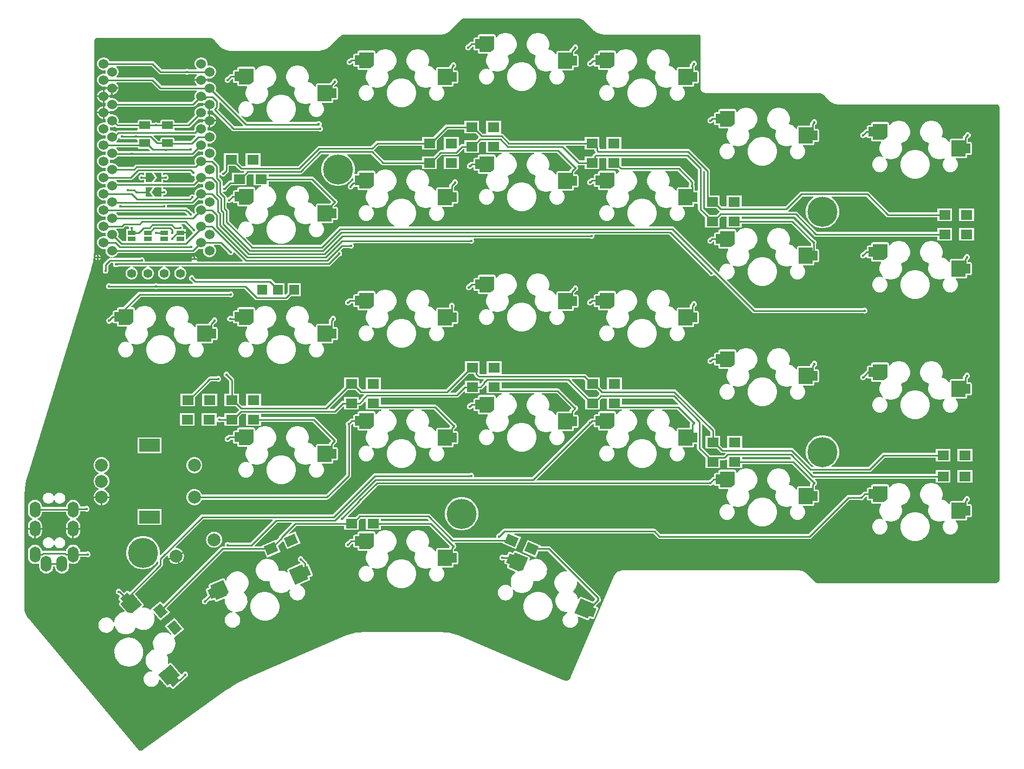
<source format=gtl>
G04*
G04 #@! TF.GenerationSoftware,Altium Limited,Altium Designer,21.0.8 (223)*
G04*
G04 Layer_Physical_Order=1*
G04 Layer_Color=255*
%FSLAX25Y25*%
%MOIN*%
G70*
G04*
G04 #@! TF.SameCoordinates,8E13090D-DBD1-43B5-9963-361C11C34DB8*
G04*
G04*
G04 #@! TF.FilePolarity,Positive*
G04*
G01*
G75*
%ADD10C,0.01000*%
%ADD13R,0.04500X0.02500*%
%ADD14C,0.01968*%
%ADD15C,0.00394*%
%ADD31C,0.06000*%
%ADD32C,0.07874*%
%ADD33O,0.06693X0.09843*%
G04:AMPARAMS|DCode=34|XSize=49.21mil|YSize=68.9mil|CornerRadius=4.92mil|HoleSize=0mil|Usage=FLASHONLY|Rotation=270.000|XOffset=0mil|YOffset=0mil|HoleType=Round|Shape=RoundedRectangle|*
%AMROUNDEDRECTD34*
21,1,0.04921,0.05906,0,0,270.0*
21,1,0.03937,0.06890,0,0,270.0*
1,1,0.00984,-0.02953,-0.01968*
1,1,0.00984,-0.02953,0.01968*
1,1,0.00984,0.02953,0.01968*
1,1,0.00984,0.02953,-0.01968*
%
%ADD34ROUNDEDRECTD34*%
%ADD35C,0.05500*%
%ADD36R,0.07087X0.05906*%
%ADD37C,0.18504*%
%ADD38R,0.06000X0.06000*%
G04:AMPARAMS|DCode=39|XSize=70.87mil|YSize=59.06mil|CornerRadius=0mil|HoleSize=0mil|Usage=FLASHONLY|Rotation=23.000|XOffset=0mil|YOffset=0mil|HoleType=Round|Shape=Rectangle|*
%AMROTATEDRECTD39*
4,1,4,-0.02108,-0.04103,-0.04415,0.01334,0.02108,0.04103,0.04415,-0.01334,-0.02108,-0.04103,0.0*
%
%ADD39ROTATEDRECTD39*%

G04:AMPARAMS|DCode=40|XSize=70.87mil|YSize=59.06mil|CornerRadius=0mil|HoleSize=0mil|Usage=FLASHONLY|Rotation=310.000|XOffset=0mil|YOffset=0mil|HoleType=Round|Shape=Rectangle|*
%AMROTATEDRECTD40*
4,1,4,-0.04540,0.00816,-0.00016,0.04612,0.04540,-0.00816,0.00016,-0.04612,-0.04540,0.00816,0.0*
%
%ADD40ROTATEDRECTD40*%

%ADD41R,0.12598X0.07874*%
G04:AMPARAMS|DCode=42|XSize=70.87mil|YSize=59.06mil|CornerRadius=0mil|HoleSize=0mil|Usage=FLASHONLY|Rotation=337.000|XOffset=0mil|YOffset=0mil|HoleType=Round|Shape=Rectangle|*
%AMROTATEDRECTD42*
4,1,4,-0.04415,-0.01334,-0.02108,0.04103,0.04415,0.01334,0.02108,-0.04103,-0.04415,-0.01334,0.0*
%
%ADD42ROTATEDRECTD42*%

%ADD43C,0.01575*%
G36*
X383586Y483980D02*
X384297Y483980D01*
X385693Y483703D01*
X387007Y483158D01*
X388190Y482368D01*
X388693Y481865D01*
X393865Y476693D01*
X393886Y476679D01*
X393901Y476659D01*
X394500Y476116D01*
X394565Y476077D01*
X394619Y476023D01*
X395962Y475126D01*
X396055Y475087D01*
X396139Y475031D01*
X397631Y474413D01*
X397730Y474393D01*
X397822Y474355D01*
X399407Y474040D01*
X399483D01*
X399556Y474021D01*
X400364Y473982D01*
X400389Y473985D01*
X400414Y473981D01*
X459000Y473980D01*
X459195D01*
X459555Y473831D01*
X459831Y473555D01*
X459980Y473195D01*
X459980Y472999D01*
X459980Y441000D01*
X459990Y440950D01*
X459985Y440900D01*
X460024Y440510D01*
X460067Y440367D01*
X460096Y440220D01*
X460395Y439499D01*
X460616Y439168D01*
X460616Y439168D01*
X460616Y439168D01*
X461168Y438616D01*
X461168Y438616D01*
X461168Y438616D01*
X461299Y438528D01*
X461498Y438395D01*
X461498Y438395D01*
X462219Y438097D01*
X462366Y438067D01*
X462510Y438024D01*
X462900Y437985D01*
X462951Y437990D01*
X463000Y437981D01*
X531586Y437981D01*
X531586Y437981D01*
X531586Y437981D01*
X532297Y437981D01*
X533693Y437703D01*
X535007Y437158D01*
X536190Y436368D01*
X536693Y435865D01*
X536693Y435865D01*
X539572Y432986D01*
X539593Y432972D01*
X539608Y432952D01*
X540032Y432568D01*
X540097Y432529D01*
X540150Y432475D01*
X541100Y431841D01*
X541193Y431802D01*
X541277Y431746D01*
X542332Y431309D01*
X542431Y431289D01*
X542523Y431251D01*
X543644Y431028D01*
X543720D01*
X543793Y431010D01*
X544364Y430982D01*
X544389Y430985D01*
X544414Y430980D01*
X642000Y430980D01*
X642000Y430980D01*
X642000Y430980D01*
X642195Y430980D01*
X642578Y430904D01*
X642938Y430755D01*
X643262Y430538D01*
X643538Y430263D01*
X643755Y429938D01*
X643904Y429578D01*
X643980Y429194D01*
X643981Y428999D01*
X643980Y139000D01*
X643980Y139000D01*
X643980Y139000D01*
X643981Y138706D01*
X643866Y138130D01*
X643641Y137588D01*
X643315Y137100D01*
X642900Y136685D01*
X642412Y136358D01*
X641869Y136134D01*
X641293Y136020D01*
X641000Y136020D01*
X641000Y136020D01*
X641000Y136020D01*
X533414Y136020D01*
X533414Y136020D01*
X533414Y136020D01*
X532940Y136020D01*
X532011Y136204D01*
X531136Y136567D01*
X530349Y137093D01*
X530014Y137428D01*
X530014Y137428D01*
X530014Y137428D01*
X525428Y142014D01*
X525407Y142028D01*
X525392Y142048D01*
X524968Y142432D01*
X524903Y142471D01*
X524850Y142525D01*
X523900Y143160D01*
X523807Y143198D01*
X523723Y143254D01*
X522668Y143691D01*
X522569Y143711D01*
X522476Y143749D01*
X521356Y143972D01*
X521280Y143972D01*
X521207Y143990D01*
X520636Y144018D01*
X520611Y144015D01*
X520586Y144019D01*
X462000Y144019D01*
X411516Y144019D01*
X411480Y144012D01*
X411442Y144017D01*
X410888Y143976D01*
X410780Y143947D01*
X410669Y143936D01*
X409608Y143618D01*
X409477Y143548D01*
X409339Y143492D01*
X408414Y142882D01*
X408308Y142778D01*
X408193Y142685D01*
X407482Y141834D01*
X407429Y141736D01*
X407359Y141649D01*
X407103Y141156D01*
X407093Y141120D01*
X407072Y141088D01*
X380138Y78236D01*
X380138Y78236D01*
X380138Y78236D01*
X380009Y77934D01*
X379638Y77393D01*
X379169Y76934D01*
X378619Y76575D01*
X378011Y76331D01*
X377366Y76209D01*
X376710Y76216D01*
X376068Y76350D01*
X375766Y76478D01*
X375766Y76478D01*
X375766Y76478D01*
X310920Y104018D01*
X310908Y104021D01*
X310897Y104028D01*
X309770Y104473D01*
X309732Y104480D01*
X309698Y104499D01*
X307384Y105217D01*
X307333Y105223D01*
X307285Y105243D01*
X304912Y105726D01*
X304860Y105726D01*
X304811Y105741D01*
X302400Y105984D01*
X302362Y105980D01*
X302324Y105989D01*
X301113Y106019D01*
X301100Y106017D01*
X301087Y106019D01*
X251851Y106019D01*
X251838Y106017D01*
X251825Y106019D01*
X250630Y105989D01*
X250591Y105980D01*
X250552Y105984D01*
X248173Y105741D01*
X248124Y105726D01*
X248071Y105726D01*
X245729Y105243D01*
X245681Y105222D01*
X245629Y105217D01*
X243348Y104499D01*
X243314Y104480D01*
X243275Y104473D01*
X242165Y104028D01*
X242154Y104021D01*
X242141Y104018D01*
X182042Y78142D01*
X182036Y78138D01*
X182029Y78136D01*
X180186Y77313D01*
X180169Y77301D01*
X180149Y77296D01*
X176532Y75502D01*
X176510Y75485D01*
X176484Y75476D01*
X172969Y73491D01*
X172948Y73473D01*
X172922Y73463D01*
X169520Y71292D01*
X169504Y71277D01*
X169485Y71269D01*
X167829Y70115D01*
X167824Y70110D01*
X167818Y70107D01*
X116778Y33528D01*
X116616Y33412D01*
X116254Y33244D01*
X115868Y33146D01*
X115470Y33122D01*
X115074Y33172D01*
X114695Y33295D01*
X114345Y33486D01*
X114037Y33739D01*
X113909Y33892D01*
X113909Y33892D01*
X113909Y33892D01*
X46190Y114777D01*
X45669Y115401D01*
X44857Y116810D01*
X44301Y118338D01*
X44019Y119939D01*
X44019Y120752D01*
X44019Y189338D01*
Y190954D01*
X44260Y194177D01*
X44740Y197373D01*
X45456Y200524D01*
X45930Y202069D01*
Y202069D01*
X85019Y329332D01*
X85020Y329342D01*
X85024Y329351D01*
X85480Y330940D01*
X85482Y330968D01*
X85494Y330995D01*
X86227Y334218D01*
X86228Y334256D01*
X86241Y334293D01*
X86731Y337561D01*
X86730Y337600D01*
X86740Y337637D01*
X86986Y340933D01*
X86982Y340962D01*
X86989Y340990D01*
X87019Y342643D01*
X87018Y342652D01*
X87019Y342662D01*
X87019Y470000D01*
X87019Y470195D01*
X87096Y470578D01*
X87245Y470938D01*
X87462Y471262D01*
X87738Y471538D01*
X88062Y471755D01*
X88422Y471904D01*
X88805Y471980D01*
X89000Y471980D01*
X156796Y471980D01*
X157442Y471980D01*
X158704Y471707D01*
X159880Y471174D01*
X160917Y470403D01*
X161342Y469918D01*
X161342Y469918D01*
X164123Y466740D01*
X164145Y466723D01*
X164160Y466700D01*
X164684Y466161D01*
X164752Y466115D01*
X164806Y466054D01*
X166011Y465159D01*
X166110Y465112D01*
X166198Y465049D01*
X167565Y464429D01*
X167671Y464404D01*
X167771Y464361D01*
X169238Y464044D01*
X169320Y464042D01*
X169399Y464022D01*
X170150Y463982D01*
X170177Y463986D01*
X170204Y463980D01*
X225586Y463980D01*
X225611Y463985D01*
X225636Y463982D01*
X226444Y464021D01*
X226517Y464040D01*
X226593D01*
X228177Y464355D01*
X228270Y464393D01*
X228369Y464413D01*
X229861Y465031D01*
X229945Y465087D01*
X230038Y465126D01*
X231381Y466023D01*
X231434Y466077D01*
X231499Y466115D01*
X232099Y466659D01*
X232114Y466679D01*
X232135Y466693D01*
X238014Y472572D01*
X238349Y472907D01*
X239136Y473433D01*
X240011Y473796D01*
X240941Y473980D01*
X241415Y473981D01*
X300586D01*
X300611Y473985D01*
X300636Y473982D01*
X301207Y474010D01*
X301280Y474028D01*
X301356D01*
X302477Y474251D01*
X302569Y474289D01*
X302668Y474309D01*
X303723Y474746D01*
X303807Y474802D01*
X303900Y474840D01*
X304850Y475475D01*
X304903Y475529D01*
X304968Y475567D01*
X305392Y475952D01*
X305407Y475972D01*
X305428Y475986D01*
X312014Y482572D01*
X312349Y482907D01*
X313136Y483433D01*
X314011Y483795D01*
X314941Y483980D01*
X315415Y483981D01*
X383586Y483980D01*
D02*
G37*
%LPC*%
G36*
X340680Y474905D02*
X339320D01*
X337986Y474640D01*
X336729Y474120D01*
X335598Y473364D01*
X334636Y472402D01*
X334372Y472007D01*
X333894Y472152D01*
Y473000D01*
X333816Y473390D01*
X333595Y473721D01*
X333264Y473942D01*
X332874Y474020D01*
X324016D01*
X323626Y473942D01*
X323295Y473721D01*
X323074Y473390D01*
X322996Y473000D01*
Y472051D01*
X321260D01*
X320870Y471974D01*
X320539Y471753D01*
X320318Y471422D01*
X320240Y471032D01*
Y469608D01*
X319079D01*
X318494Y469492D01*
X317997Y469160D01*
X316610Y467773D01*
X315987Y467515D01*
X315485Y467013D01*
X315213Y466356D01*
Y465645D01*
X315485Y464988D01*
X315987Y464485D01*
X316645Y464213D01*
X317355D01*
X318012Y464485D01*
X318515Y464988D01*
X318773Y465610D01*
X319712Y466549D01*
X320240D01*
Y465126D01*
X320318Y464736D01*
X320539Y464405D01*
X320870Y464184D01*
X321260Y464106D01*
X322996D01*
Y463158D01*
X323074Y462767D01*
X323295Y462436D01*
X323626Y462216D01*
X324016Y462138D01*
X328929D01*
X329165Y461697D01*
X328880Y461271D01*
X328360Y460014D01*
X328095Y458680D01*
Y457320D01*
X328360Y455986D01*
X328880Y454729D01*
X329636Y453598D01*
X330378Y452856D01*
X330284Y452652D01*
X330086Y452441D01*
X328971Y452740D01*
X327722D01*
X326517Y452417D01*
X325436Y451793D01*
X324553Y450911D01*
X323929Y449830D01*
X323606Y448624D01*
Y447376D01*
X323929Y446170D01*
X324553Y445089D01*
X325436Y444207D01*
X326517Y443583D01*
X327722Y443260D01*
X328971D01*
X330176Y443583D01*
X331257Y444207D01*
X332139Y445089D01*
X332764Y446170D01*
X333087Y447376D01*
Y448624D01*
X332764Y449830D01*
X332139Y450911D01*
X331698Y451352D01*
X331981Y451776D01*
X332986Y451360D01*
X334320Y451094D01*
X335680D01*
X337014Y451360D01*
X338271Y451880D01*
X339402Y452636D01*
X340364Y453598D01*
X341120Y454729D01*
X341640Y455986D01*
X341905Y457320D01*
Y458680D01*
X341640Y460014D01*
X341304Y460825D01*
X341540Y461266D01*
X342014Y461360D01*
X343271Y461880D01*
X344402Y462636D01*
X345364Y463598D01*
X346120Y464729D01*
X346640Y465986D01*
X346905Y467320D01*
Y468680D01*
X346640Y470014D01*
X346120Y471271D01*
X345364Y472402D01*
X344402Y473364D01*
X343271Y474120D01*
X342014Y474640D01*
X340680Y474905D01*
D02*
G37*
G36*
X414680Y464906D02*
X413320D01*
X411986Y464640D01*
X410729Y464120D01*
X409598Y463364D01*
X408636Y462402D01*
X408372Y462007D01*
X407894Y462152D01*
Y463000D01*
X407816Y463390D01*
X407595Y463721D01*
X407264Y463942D01*
X406874Y464020D01*
X398016D01*
X397626Y463942D01*
X397295Y463721D01*
X397074Y463390D01*
X396996Y463000D01*
Y462051D01*
X395260D01*
X394870Y461973D01*
X394539Y461753D01*
X394318Y461422D01*
X394240Y461031D01*
Y459529D01*
X394000D01*
X393415Y459413D01*
X392919Y459081D01*
X391610Y457773D01*
X390987Y457515D01*
X390485Y457013D01*
X390213Y456355D01*
Y455645D01*
X390485Y454987D01*
X390987Y454485D01*
X391645Y454213D01*
X392355D01*
X393012Y454485D01*
X393515Y454987D01*
X393585Y455156D01*
X393740Y455220D01*
X393856Y455198D01*
X394284Y454905D01*
X394318Y454736D01*
X394539Y454405D01*
X394870Y454184D01*
X395260Y454106D01*
X396996D01*
Y453158D01*
X397074Y452767D01*
X397295Y452436D01*
X397626Y452215D01*
X398016Y452138D01*
X402929D01*
X403165Y451697D01*
X402880Y451271D01*
X402360Y450014D01*
X402095Y448680D01*
Y447320D01*
X402360Y445986D01*
X402880Y444729D01*
X403636Y443598D01*
X404378Y442857D01*
X404284Y442652D01*
X404086Y442441D01*
X402971Y442740D01*
X401722D01*
X400517Y442417D01*
X399436Y441793D01*
X398553Y440910D01*
X397929Y439830D01*
X397606Y438624D01*
Y437376D01*
X397929Y436170D01*
X398553Y435089D01*
X399436Y434207D01*
X400517Y433583D01*
X401722Y433260D01*
X402971D01*
X404176Y433583D01*
X405257Y434207D01*
X406140Y435089D01*
X406764Y436170D01*
X407087Y437376D01*
Y438624D01*
X406764Y439830D01*
X406140Y440910D01*
X405698Y441352D01*
X405981Y441776D01*
X406986Y441360D01*
X408320Y441094D01*
X409680D01*
X411014Y441360D01*
X412271Y441880D01*
X413402Y442636D01*
X414364Y443598D01*
X415120Y444729D01*
X415640Y445986D01*
X415906Y447320D01*
Y448680D01*
X415640Y450014D01*
X415305Y450825D01*
X415540Y451266D01*
X416014Y451360D01*
X417271Y451880D01*
X418402Y452636D01*
X419364Y453598D01*
X420120Y454729D01*
X420640Y455986D01*
X420905Y457320D01*
Y458680D01*
X420640Y460014D01*
X420120Y461271D01*
X419364Y462402D01*
X418402Y463364D01*
X417271Y464120D01*
X416014Y464640D01*
X414680Y464906D01*
D02*
G37*
G36*
X266680D02*
X265320D01*
X263986Y464640D01*
X262729Y464120D01*
X261598Y463364D01*
X260636Y462402D01*
X260372Y462007D01*
X259894Y462152D01*
Y463000D01*
X259816Y463390D01*
X259595Y463721D01*
X259264Y463942D01*
X258874Y464020D01*
X250016D01*
X249626Y463942D01*
X249295Y463721D01*
X249074Y463390D01*
X248996Y463000D01*
Y462051D01*
X247260D01*
X246870Y461973D01*
X246539Y461753D01*
X246318Y461422D01*
X246240Y461031D01*
Y459608D01*
X245234D01*
X244649Y459492D01*
X244153Y459160D01*
X243780Y458787D01*
X243644D01*
X242987Y458515D01*
X242485Y458012D01*
X242213Y457355D01*
Y456644D01*
X242485Y455988D01*
X242987Y455485D01*
X243644Y455213D01*
X244356D01*
X245012Y455485D01*
X245515Y455988D01*
X245663Y456345D01*
X245740Y456422D01*
X246240Y456242D01*
Y455126D01*
X246318Y454736D01*
X246539Y454405D01*
X246870Y454184D01*
X247260Y454106D01*
X248996D01*
Y453158D01*
X249074Y452767D01*
X249295Y452436D01*
X249626Y452215D01*
X250016Y452138D01*
X254929D01*
X255165Y451697D01*
X254880Y451271D01*
X254360Y450014D01*
X254095Y448680D01*
Y447320D01*
X254360Y445986D01*
X254880Y444729D01*
X255636Y443598D01*
X256378Y442857D01*
X256284Y442652D01*
X256086Y442441D01*
X254971Y442740D01*
X253722D01*
X252517Y442417D01*
X251436Y441793D01*
X250553Y440910D01*
X249929Y439830D01*
X249606Y438624D01*
Y437376D01*
X249929Y436170D01*
X250553Y435089D01*
X251436Y434207D01*
X252517Y433583D01*
X253722Y433260D01*
X254971D01*
X256176Y433583D01*
X257257Y434207D01*
X258139Y435089D01*
X258764Y436170D01*
X259087Y437376D01*
Y438624D01*
X258764Y439830D01*
X258139Y440910D01*
X257698Y441352D01*
X257981Y441776D01*
X258986Y441360D01*
X260320Y441094D01*
X261680D01*
X263014Y441360D01*
X264271Y441880D01*
X265402Y442636D01*
X266364Y443598D01*
X267120Y444729D01*
X267640Y445986D01*
X267905Y447320D01*
Y448680D01*
X267640Y450014D01*
X267304Y450825D01*
X267540Y451266D01*
X268014Y451360D01*
X269271Y451880D01*
X270402Y452636D01*
X271364Y453598D01*
X272120Y454729D01*
X272640Y455986D01*
X272905Y457320D01*
Y458680D01*
X272640Y460014D01*
X272120Y461271D01*
X271364Y462402D01*
X270402Y463364D01*
X269271Y464120D01*
X268014Y464640D01*
X266680Y464906D01*
D02*
G37*
G36*
X153302Y459950D02*
X152249D01*
X151232Y459677D01*
X150320Y459150D01*
X149575Y458406D01*
X149048Y457493D01*
X148776Y456476D01*
Y455423D01*
X149048Y454406D01*
X149575Y453493D01*
X150089Y452979D01*
X149882Y452479D01*
X145049D01*
X145012Y452515D01*
X144355Y452787D01*
X143644D01*
X142988Y452515D01*
X142951Y452479D01*
X128466D01*
X123914Y457031D01*
X123418Y457363D01*
X122833Y457479D01*
X96507D01*
X96503Y457493D01*
X95976Y458406D01*
X95232Y459150D01*
X94319Y459677D01*
X93302Y459950D01*
X92249D01*
X91232Y459677D01*
X90320Y459150D01*
X89575Y458406D01*
X89048Y457493D01*
X88776Y456476D01*
Y455423D01*
X89048Y454406D01*
X89575Y453493D01*
X90320Y452749D01*
X91232Y452222D01*
X92249Y451950D01*
X93302D01*
X93589Y452026D01*
X93942Y451673D01*
X93890Y451476D01*
Y450423D01*
X93942Y450226D01*
X93589Y449873D01*
X93302Y449950D01*
X92249D01*
X91232Y449677D01*
X90320Y449150D01*
X89575Y448406D01*
X89048Y447494D01*
X88776Y446476D01*
Y445423D01*
X89048Y444406D01*
X89575Y443494D01*
X90320Y442749D01*
X91232Y442222D01*
X92249Y441950D01*
X93302D01*
X93589Y442026D01*
X93942Y441673D01*
X93890Y441476D01*
Y441450D01*
X101890D01*
Y441476D01*
X101617Y442493D01*
X101091Y443406D01*
X100576Y443920D01*
X100783Y444420D01*
X122199D01*
X126751Y439868D01*
X127247Y439537D01*
X127833Y439420D01*
X149882D01*
X150089Y438920D01*
X149575Y438406D01*
X149048Y437494D01*
X148776Y436476D01*
Y435423D01*
X149048Y434406D01*
X149056Y434393D01*
X147142Y432479D01*
X101621D01*
X101617Y432493D01*
X101091Y433406D01*
X100346Y434150D01*
X99434Y434677D01*
X98416Y434950D01*
X97363D01*
X97076Y434873D01*
X96723Y435226D01*
X96776Y435423D01*
Y435450D01*
X93276D01*
Y431950D01*
X93302D01*
X93589Y432026D01*
X93942Y431673D01*
X93890Y431476D01*
Y430423D01*
X93942Y430226D01*
X93589Y429873D01*
X93302Y429950D01*
X93276D01*
Y426450D01*
X96776D01*
Y426476D01*
X96723Y426673D01*
X97076Y427026D01*
X97363Y426950D01*
X98416D01*
X99434Y427222D01*
X100346Y427749D01*
X101091Y428493D01*
X101617Y429406D01*
X101621Y429420D01*
X147776D01*
X148361Y429537D01*
X148857Y429868D01*
X151219Y432230D01*
X151232Y432222D01*
X152249Y431950D01*
X153302D01*
X153589Y432026D01*
X153943Y431673D01*
X153890Y431476D01*
Y431450D01*
X157890D01*
Y430950D01*
X158390D01*
Y426950D01*
X158416D01*
X159091Y427130D01*
X159602Y427125D01*
X159933Y426629D01*
X171644Y414919D01*
X172140Y414587D01*
X172725Y414471D01*
X172725Y414471D01*
X225022D01*
X225644Y414213D01*
X226356D01*
X227012Y414485D01*
X227515Y414988D01*
X227787Y415645D01*
Y416356D01*
X227515Y417013D01*
X227012Y417515D01*
X226704Y417643D01*
X226665Y417838D01*
X226937Y418495D01*
Y419206D01*
X226665Y419863D01*
X226162Y420366D01*
X225505Y420638D01*
X224794D01*
X224137Y420366D01*
X223927Y420155D01*
X207094D01*
X206949Y420634D01*
X207657Y421107D01*
X208893Y422343D01*
X209864Y423797D01*
X210533Y425412D01*
X210874Y427126D01*
Y428874D01*
X210533Y430588D01*
X209864Y432203D01*
X208893Y433657D01*
X207657Y434893D01*
X206203Y435864D01*
X204588Y436533D01*
X202874Y436874D01*
X201126D01*
X199412Y436533D01*
X197797Y435864D01*
X196343Y434893D01*
X195107Y433657D01*
X194136Y432203D01*
X193467Y430588D01*
X193126Y428874D01*
Y427126D01*
X193467Y425412D01*
X194136Y423797D01*
X195107Y422343D01*
X196343Y421107D01*
X197051Y420634D01*
X196906Y420155D01*
X180847D01*
X177286Y423716D01*
X177593Y424116D01*
X178517Y423583D01*
X179722Y423260D01*
X180971D01*
X182176Y423583D01*
X183257Y424207D01*
X184140Y425090D01*
X184764Y426170D01*
X185087Y427376D01*
Y428624D01*
X184764Y429830D01*
X184140Y430910D01*
X183698Y431352D01*
X183981Y431776D01*
X184986Y431360D01*
X186320Y431095D01*
X187680D01*
X189014Y431360D01*
X190271Y431880D01*
X191402Y432636D01*
X192364Y433598D01*
X193120Y434729D01*
X193640Y435986D01*
X193905Y437320D01*
Y438680D01*
X193640Y440014D01*
X193305Y440825D01*
X193540Y441266D01*
X194014Y441360D01*
X195271Y441880D01*
X196402Y442636D01*
X197364Y443598D01*
X198120Y444729D01*
X198640Y445986D01*
X198906Y447320D01*
Y448680D01*
X198640Y450014D01*
X198120Y451271D01*
X197364Y452402D01*
X196402Y453364D01*
X195271Y454120D01*
X194014Y454640D01*
X192680Y454906D01*
X191320D01*
X189986Y454640D01*
X188729Y454120D01*
X187598Y453364D01*
X186636Y452402D01*
X186372Y452007D01*
X185894Y452152D01*
Y453000D01*
X185816Y453390D01*
X185595Y453721D01*
X185264Y453942D01*
X184874Y454020D01*
X176016D01*
X175626Y453942D01*
X175295Y453721D01*
X175074Y453390D01*
X174996Y453000D01*
Y452051D01*
X173260D01*
X172870Y451973D01*
X172539Y451753D01*
X172318Y451422D01*
X172240Y451031D01*
Y449608D01*
X171079D01*
X170493Y449492D01*
X169997Y449160D01*
X168610Y447773D01*
X167988Y447515D01*
X167485Y447013D01*
X167213Y446355D01*
Y445645D01*
X167485Y444987D01*
X167988Y444485D01*
X168644Y444213D01*
X169355D01*
X170012Y444485D01*
X170515Y444987D01*
X170773Y445610D01*
X171712Y446549D01*
X172240D01*
Y445126D01*
X172318Y444736D01*
X172539Y444405D01*
X172870Y444184D01*
X173260Y444106D01*
X174996D01*
Y443157D01*
X175074Y442767D01*
X175295Y442437D01*
X175626Y442215D01*
X176016Y442138D01*
X180929D01*
X181165Y441697D01*
X180880Y441271D01*
X180360Y440014D01*
X180095Y438680D01*
Y437320D01*
X180360Y435986D01*
X180880Y434729D01*
X181636Y433598D01*
X182378Y432857D01*
X182284Y432652D01*
X182086Y432441D01*
X180971Y432740D01*
X179722D01*
X178517Y432417D01*
X177436Y431793D01*
X176553Y430910D01*
X175929Y429830D01*
X175606Y428624D01*
Y427376D01*
X175929Y426170D01*
X176463Y425247D01*
X176063Y424940D01*
X161610Y439393D01*
X161617Y439406D01*
X161890Y440423D01*
Y441476D01*
X161617Y442493D01*
X161091Y443406D01*
X160346Y444150D01*
X159434Y444677D01*
X158416Y444950D01*
X157363D01*
X157077Y444873D01*
X156723Y445226D01*
X156776Y445423D01*
Y445450D01*
X148776D01*
Y445423D01*
X149048Y444406D01*
X149575Y443494D01*
X150089Y442979D01*
X149882Y442479D01*
X128466D01*
X123914Y447031D01*
X123418Y447363D01*
X122833Y447479D01*
X100783D01*
X100576Y447979D01*
X101091Y448493D01*
X101617Y449406D01*
X101890Y450423D01*
Y451476D01*
X101617Y452493D01*
X101091Y453406D01*
X100576Y453920D01*
X100783Y454420D01*
X122199D01*
X126751Y449868D01*
X127247Y449537D01*
X127833Y449420D01*
X143143D01*
X143644Y449213D01*
X144355D01*
X144857Y449420D01*
X149882D01*
X150089Y448920D01*
X149575Y448406D01*
X149048Y447494D01*
X148776Y446476D01*
Y446450D01*
X156776D01*
Y446476D01*
X156723Y446673D01*
X157077Y447026D01*
X157363Y446950D01*
X158416D01*
X159434Y447222D01*
X160346Y447749D01*
X161091Y448493D01*
X161617Y449406D01*
X161890Y450423D01*
Y451476D01*
X161617Y452493D01*
X161091Y453406D01*
X160346Y454150D01*
X159434Y454677D01*
X158416Y454950D01*
X157363D01*
X157077Y454873D01*
X156723Y455226D01*
X156776Y455423D01*
Y456476D01*
X156503Y457493D01*
X155976Y458406D01*
X155232Y459150D01*
X154320Y459677D01*
X153302Y459950D01*
D02*
G37*
G36*
X360680Y474905D02*
X359320D01*
X357986Y474640D01*
X356729Y474120D01*
X355598Y473364D01*
X354636Y472402D01*
X353880Y471271D01*
X353360Y470014D01*
X353095Y468680D01*
Y467320D01*
X353360Y465986D01*
X353880Y464729D01*
X354636Y463598D01*
X355598Y462636D01*
X356729Y461880D01*
X357986Y461360D01*
X358460Y461266D01*
X358696Y460825D01*
X358360Y460014D01*
X358095Y458680D01*
Y457320D01*
X358360Y455986D01*
X358880Y454729D01*
X359636Y453598D01*
X360598Y452636D01*
X361729Y451880D01*
X362986Y451360D01*
X364320Y451094D01*
X365680D01*
X367014Y451360D01*
X368019Y451776D01*
X368302Y451352D01*
X367861Y450911D01*
X367236Y449830D01*
X366913Y448624D01*
Y447376D01*
X367236Y446170D01*
X367861Y445089D01*
X368743Y444207D01*
X369824Y443583D01*
X371029Y443260D01*
X372278D01*
X373483Y443583D01*
X374564Y444207D01*
X375447Y445089D01*
X376071Y446170D01*
X376394Y447376D01*
Y448624D01*
X376071Y449830D01*
X375447Y450911D01*
X374956Y451402D01*
X375163Y451902D01*
X381102D01*
X381492Y451979D01*
X381823Y452200D01*
X382044Y452531D01*
X382122Y452921D01*
Y453870D01*
X383858D01*
X384248Y453948D01*
X384579Y454169D01*
X384800Y454500D01*
X384878Y454890D01*
Y460795D01*
X384800Y461186D01*
X384579Y461516D01*
X384248Y461737D01*
X383858Y461815D01*
X382435D01*
Y463272D01*
X383390Y464227D01*
X384013Y464485D01*
X384515Y464988D01*
X384787Y465645D01*
Y466356D01*
X384515Y467013D01*
X384013Y467515D01*
X383355Y467787D01*
X382645D01*
X381988Y467515D01*
X381485Y467013D01*
X381227Y466390D01*
X379824Y464987D01*
X379492Y464491D01*
X379376Y463905D01*
Y463783D01*
X372244D01*
X371854Y463706D01*
X371523Y463485D01*
X371302Y463154D01*
X371224Y462764D01*
Y462014D01*
X370725Y461862D01*
X370364Y462402D01*
X369402Y463364D01*
X368271Y464120D01*
X367014Y464640D01*
X366540Y464734D01*
X366304Y465175D01*
X366640Y465986D01*
X366905Y467320D01*
Y468680D01*
X366640Y470014D01*
X366120Y471271D01*
X365364Y472402D01*
X364402Y473364D01*
X363271Y474120D01*
X362014Y474640D01*
X360680Y474905D01*
D02*
G37*
G36*
X97390Y440450D02*
X93890D01*
Y440423D01*
X93942Y440226D01*
X93589Y439873D01*
X93302Y439950D01*
X93276D01*
Y436450D01*
X96776D01*
Y436476D01*
X96723Y436673D01*
X97076Y437026D01*
X97363Y436950D01*
X97390D01*
Y440450D01*
D02*
G37*
G36*
X350874Y456874D02*
X349126D01*
X347411Y456533D01*
X345797Y455864D01*
X344343Y454893D01*
X343107Y453657D01*
X342136Y452203D01*
X341467Y450589D01*
X341126Y448874D01*
Y447126D01*
X341467Y445411D01*
X342136Y443797D01*
X343107Y442343D01*
X344343Y441107D01*
X345797Y440136D01*
X347411Y439467D01*
X349126Y439126D01*
X350874D01*
X352589Y439467D01*
X354203Y440136D01*
X355657Y441107D01*
X356893Y442343D01*
X357864Y443797D01*
X358533Y445411D01*
X358874Y447126D01*
Y448874D01*
X358533Y450589D01*
X357864Y452203D01*
X356893Y453657D01*
X355657Y454893D01*
X354203Y455864D01*
X352589Y456533D01*
X350874Y456874D01*
D02*
G37*
G36*
X101890Y440450D02*
X98390D01*
Y436950D01*
X98416D01*
X99434Y437222D01*
X100346Y437749D01*
X101091Y438493D01*
X101617Y439406D01*
X101890Y440423D01*
Y440450D01*
D02*
G37*
G36*
X92276Y439950D02*
X92249D01*
X91232Y439677D01*
X90320Y439150D01*
X89575Y438406D01*
X89048Y437494D01*
X88776Y436476D01*
Y436450D01*
X92276D01*
Y439950D01*
D02*
G37*
G36*
X434680Y464906D02*
X433320D01*
X431986Y464640D01*
X430729Y464120D01*
X429598Y463364D01*
X428636Y462402D01*
X427880Y461271D01*
X427360Y460014D01*
X427095Y458680D01*
Y457320D01*
X427360Y455986D01*
X427880Y454729D01*
X428636Y453598D01*
X429598Y452636D01*
X430729Y451880D01*
X431986Y451360D01*
X432460Y451266D01*
X432695Y450825D01*
X432360Y450014D01*
X432094Y448680D01*
Y447320D01*
X432360Y445986D01*
X432880Y444729D01*
X433636Y443598D01*
X434598Y442636D01*
X435729Y441880D01*
X436986Y441360D01*
X438320Y441094D01*
X439680D01*
X441014Y441360D01*
X442019Y441776D01*
X442302Y441352D01*
X441860Y440910D01*
X441236Y439830D01*
X440913Y438624D01*
Y437376D01*
X441236Y436170D01*
X441860Y435089D01*
X442743Y434207D01*
X443824Y433583D01*
X445029Y433260D01*
X446278D01*
X447483Y433583D01*
X448564Y434207D01*
X449447Y435089D01*
X450071Y436170D01*
X450394Y437376D01*
Y438624D01*
X450071Y439830D01*
X449447Y440910D01*
X448955Y441402D01*
X449163Y441902D01*
X455102D01*
X455492Y441979D01*
X455823Y442200D01*
X456044Y442531D01*
X456122Y442921D01*
Y443870D01*
X457858D01*
X458248Y443948D01*
X458579Y444169D01*
X458800Y444500D01*
X458878Y444890D01*
Y450795D01*
X458800Y451186D01*
X458579Y451516D01*
X458248Y451737D01*
X457858Y451815D01*
X456435D01*
Y454246D01*
X457013Y454485D01*
X457515Y454987D01*
X457787Y455645D01*
Y456355D01*
X457515Y457013D01*
X457013Y457515D01*
X456355Y457787D01*
X455645D01*
X454987Y457515D01*
X454485Y457013D01*
X454227Y456390D01*
X453824Y455987D01*
X453492Y455491D01*
X453376Y454906D01*
Y453783D01*
X446244D01*
X445854Y453706D01*
X445523Y453485D01*
X445302Y453154D01*
X445225Y452764D01*
Y452014D01*
X444725Y451862D01*
X444364Y452402D01*
X443402Y453364D01*
X442271Y454120D01*
X441014Y454640D01*
X440540Y454734D01*
X440305Y455175D01*
X440640Y455986D01*
X440906Y457320D01*
Y458680D01*
X440640Y460014D01*
X440120Y461271D01*
X439364Y462402D01*
X438402Y463364D01*
X437271Y464120D01*
X436014Y464640D01*
X434680Y464906D01*
D02*
G37*
G36*
X286680D02*
X285320D01*
X283986Y464640D01*
X282729Y464120D01*
X281598Y463364D01*
X280636Y462402D01*
X279880Y461271D01*
X279360Y460014D01*
X279095Y458680D01*
Y457320D01*
X279360Y455986D01*
X279880Y454729D01*
X280636Y453598D01*
X281598Y452636D01*
X282729Y451880D01*
X283986Y451360D01*
X284460Y451266D01*
X284696Y450825D01*
X284360Y450014D01*
X284095Y448680D01*
Y447320D01*
X284360Y445986D01*
X284880Y444729D01*
X285636Y443598D01*
X286598Y442636D01*
X287729Y441880D01*
X288986Y441360D01*
X290320Y441094D01*
X291680D01*
X293014Y441360D01*
X294019Y441776D01*
X294302Y441352D01*
X293861Y440910D01*
X293236Y439830D01*
X292913Y438624D01*
Y437376D01*
X293236Y436170D01*
X293861Y435089D01*
X294743Y434207D01*
X295824Y433583D01*
X297029Y433260D01*
X298278D01*
X299483Y433583D01*
X300564Y434207D01*
X301447Y435089D01*
X302071Y436170D01*
X302394Y437376D01*
Y438624D01*
X302071Y439830D01*
X301447Y440910D01*
X300956Y441402D01*
X301163Y441902D01*
X307102D01*
X307492Y441979D01*
X307823Y442200D01*
X308044Y442531D01*
X308122Y442921D01*
Y443870D01*
X309858D01*
X310248Y443948D01*
X310579Y444169D01*
X310800Y444500D01*
X310878Y444890D01*
Y450795D01*
X310800Y451186D01*
X310579Y451516D01*
X310248Y451737D01*
X309858Y451815D01*
X308435D01*
Y453245D01*
X309013Y453485D01*
X309515Y453988D01*
X309787Y454644D01*
Y455356D01*
X309515Y456012D01*
X309013Y456515D01*
X308355Y456787D01*
X307645D01*
X306988Y456515D01*
X306485Y456012D01*
X306227Y455390D01*
X305824Y454987D01*
X305492Y454491D01*
X305376Y453905D01*
Y453783D01*
X298244D01*
X297854Y453706D01*
X297523Y453485D01*
X297302Y453154D01*
X297224Y452764D01*
Y452014D01*
X296725Y451862D01*
X296364Y452402D01*
X295402Y453364D01*
X294271Y454120D01*
X293014Y454640D01*
X292540Y454734D01*
X292304Y455175D01*
X292640Y455986D01*
X292905Y457320D01*
Y458680D01*
X292640Y460014D01*
X292120Y461271D01*
X291364Y462402D01*
X290402Y463364D01*
X289271Y464120D01*
X288014Y464640D01*
X286680Y464906D01*
D02*
G37*
G36*
X92276Y435450D02*
X88776D01*
Y435423D01*
X89048Y434406D01*
X89575Y433494D01*
X90320Y432749D01*
X91232Y432222D01*
X92249Y431950D01*
X92276D01*
Y435450D01*
D02*
G37*
G36*
X157390Y430450D02*
X153890D01*
Y430423D01*
X153943Y430226D01*
X153589Y429873D01*
X153302Y429950D01*
X152249D01*
X151232Y429677D01*
X150320Y429150D01*
X149575Y428406D01*
X149048Y427493D01*
X148776Y426476D01*
Y425423D01*
X149048Y424406D01*
X149056Y424393D01*
X144271Y419608D01*
X136474D01*
Y420047D01*
X136358Y420630D01*
X136029Y421123D01*
X135535Y421453D01*
X134953Y421569D01*
X129047D01*
X128465Y421453D01*
X127971Y421123D01*
X127642Y420630D01*
X127526Y420047D01*
Y419608D01*
X125978D01*
X125356Y419866D01*
X124644D01*
X124022Y419608D01*
X122474D01*
Y420047D01*
X122358Y420630D01*
X122029Y421123D01*
X121535Y421453D01*
X120953Y421569D01*
X115047D01*
X114465Y421453D01*
X113971Y421123D01*
X113642Y420630D01*
X113526Y420047D01*
Y419608D01*
X102118D01*
X101779Y420010D01*
X101890Y420423D01*
Y421476D01*
X101617Y422494D01*
X101091Y423406D01*
X100346Y424150D01*
X99434Y424677D01*
X98416Y424950D01*
X97363D01*
X97076Y424873D01*
X96723Y425226D01*
X96776Y425423D01*
Y425450D01*
X93276D01*
Y421950D01*
X93302D01*
X93589Y422026D01*
X93942Y421673D01*
X93890Y421476D01*
Y420423D01*
X93942Y420226D01*
X93589Y419873D01*
X93302Y419950D01*
X92249D01*
X91232Y419677D01*
X90320Y419150D01*
X89575Y418406D01*
X89048Y417493D01*
X88776Y416476D01*
Y415423D01*
X89048Y414406D01*
X89575Y413493D01*
X90320Y412749D01*
X91232Y412222D01*
X92249Y411950D01*
X93302D01*
X93589Y412026D01*
X93942Y411673D01*
X93890Y411476D01*
Y410423D01*
X93942Y410226D01*
X93589Y409873D01*
X93302Y409950D01*
X92249D01*
X91232Y409677D01*
X90320Y409150D01*
X89575Y408406D01*
X89048Y407494D01*
X88776Y406476D01*
Y405423D01*
X89048Y404406D01*
X89575Y403494D01*
X90320Y402749D01*
X91232Y402222D01*
X92249Y401950D01*
X93302D01*
X93589Y402026D01*
X93942Y401673D01*
X93890Y401476D01*
Y400423D01*
X93942Y400226D01*
X93589Y399873D01*
X93302Y399950D01*
X92249D01*
X91232Y399677D01*
X90320Y399150D01*
X89575Y398406D01*
X89048Y397494D01*
X88776Y396476D01*
Y395423D01*
X89048Y394406D01*
X89575Y393494D01*
X90320Y392749D01*
X91232Y392222D01*
X92249Y391950D01*
X93302D01*
X93589Y392026D01*
X93942Y391673D01*
X93890Y391476D01*
Y390423D01*
X93942Y390226D01*
X93589Y389873D01*
X93302Y389950D01*
X92249D01*
X91232Y389677D01*
X90320Y389150D01*
X89575Y388406D01*
X89048Y387494D01*
X88776Y386476D01*
Y385423D01*
X89048Y384406D01*
X89575Y383494D01*
X90320Y382749D01*
X91232Y382222D01*
X92249Y381950D01*
X93302D01*
X93589Y382026D01*
X93942Y381673D01*
X93890Y381476D01*
Y380423D01*
X93942Y380226D01*
X93589Y379873D01*
X93302Y379950D01*
X92249D01*
X91232Y379677D01*
X90320Y379150D01*
X89575Y378406D01*
X89048Y377494D01*
X88776Y376476D01*
Y375423D01*
X89048Y374406D01*
X89575Y373494D01*
X90320Y372749D01*
X91232Y372222D01*
X92249Y371950D01*
X93302D01*
X93589Y372026D01*
X93942Y371673D01*
X93890Y371476D01*
Y370423D01*
X93942Y370226D01*
X93589Y369873D01*
X93302Y369950D01*
X92249D01*
X91232Y369677D01*
X90320Y369150D01*
X89575Y368406D01*
X89048Y367494D01*
X88776Y366476D01*
Y365423D01*
X89048Y364406D01*
X89575Y363494D01*
X90320Y362749D01*
X91232Y362222D01*
X92249Y361950D01*
X93302D01*
X93589Y362026D01*
X93942Y361673D01*
X93890Y361476D01*
Y360423D01*
X93942Y360226D01*
X93589Y359873D01*
X93302Y359950D01*
X92249D01*
X91232Y359677D01*
X90320Y359150D01*
X89575Y358406D01*
X89048Y357494D01*
X88776Y356476D01*
Y355423D01*
X89048Y354406D01*
X89575Y353494D01*
X90320Y352749D01*
X91232Y352222D01*
X92249Y351950D01*
X93302D01*
X93589Y352026D01*
X93942Y351673D01*
X93890Y351476D01*
Y350423D01*
X93942Y350226D01*
X93589Y349873D01*
X93302Y349950D01*
X92249D01*
X91232Y349677D01*
X90320Y349150D01*
X89575Y348406D01*
X89048Y347494D01*
X88776Y346476D01*
Y345423D01*
X89048Y344406D01*
X89575Y343494D01*
X90320Y342749D01*
X91232Y342222D01*
X92249Y341950D01*
X93302D01*
X93589Y342026D01*
X93942Y341673D01*
X93890Y341476D01*
Y340423D01*
X94162Y339406D01*
X94689Y338494D01*
X95434Y337749D01*
X96346Y337222D01*
X97363Y336950D01*
X98416D01*
X99434Y337222D01*
X100346Y337749D01*
X101091Y338494D01*
X101617Y339406D01*
X101621Y339420D01*
X147776D01*
X148361Y339537D01*
X148857Y339868D01*
X151219Y342230D01*
X151232Y342222D01*
X152249Y341950D01*
X153302D01*
X153589Y342026D01*
X153943Y341673D01*
X153890Y341476D01*
Y340423D01*
X154162Y339406D01*
X154689Y338494D01*
X155434Y337749D01*
X156346Y337222D01*
X157363Y336950D01*
X158416D01*
X159434Y337222D01*
X160346Y337749D01*
X161091Y338494D01*
X161617Y339406D01*
X161890Y340423D01*
Y341476D01*
X161617Y342494D01*
X161091Y343406D01*
X160576Y343920D01*
X160783Y344420D01*
X164314D01*
X169124Y339610D01*
X169382Y338987D01*
X169885Y338485D01*
X170542Y338213D01*
X171253D01*
X171910Y338485D01*
X172413Y338987D01*
X172685Y339645D01*
Y339702D01*
X173147Y339894D01*
X178337Y334704D01*
X178145Y334242D01*
X150277D01*
X150070Y334742D01*
X150115Y334788D01*
X150328Y335300D01*
X146872D01*
X147085Y334788D01*
X147130Y334742D01*
X146923Y334242D01*
X118344D01*
X118075Y334645D01*
Y335355D01*
X117803Y336013D01*
X117300Y336515D01*
X116643Y336787D01*
X115932D01*
X115275Y336515D01*
X115189Y336429D01*
X96600D01*
X96015Y336313D01*
X95519Y335981D01*
X92919Y333381D01*
X92587Y332885D01*
X92471Y332300D01*
Y329478D01*
X92213Y328855D01*
Y328145D01*
X92485Y327487D01*
X92988Y326985D01*
X93644Y326713D01*
X94355D01*
X95012Y326985D01*
X95515Y327487D01*
X95787Y328145D01*
Y328855D01*
X95529Y329478D01*
Y331666D01*
X97233Y333371D01*
X98342D01*
X98620Y332955D01*
X98567Y332829D01*
Y332118D01*
X98839Y331461D01*
X99342Y330958D01*
X99999Y330686D01*
X100710D01*
X101367Y330958D01*
X101533Y331123D01*
X101769Y331171D01*
X101788Y331183D01*
X109191D01*
X109257Y330683D01*
X108553Y330494D01*
X107697Y330001D01*
X106999Y329303D01*
X106506Y328447D01*
X106250Y327494D01*
Y326506D01*
X106506Y325553D01*
X106999Y324697D01*
X107697Y323999D01*
X108553Y323506D01*
X109506Y323250D01*
X110494D01*
X111448Y323506D01*
X112302Y323999D01*
X113001Y324697D01*
X113494Y325553D01*
X113750Y326506D01*
Y327494D01*
X113494Y328447D01*
X113001Y329303D01*
X112302Y330001D01*
X111448Y330494D01*
X110743Y330683D01*
X110809Y331183D01*
X119191D01*
X119257Y330683D01*
X118552Y330494D01*
X117698Y330001D01*
X116999Y329303D01*
X116506Y328447D01*
X116250Y327494D01*
Y326506D01*
X116506Y325553D01*
X116999Y324697D01*
X117698Y323999D01*
X118552Y323506D01*
X119506Y323250D01*
X120494D01*
X121448Y323506D01*
X122302Y323999D01*
X123001Y324697D01*
X123494Y325553D01*
X123750Y326506D01*
Y327494D01*
X123494Y328447D01*
X123001Y329303D01*
X122302Y330001D01*
X121448Y330494D01*
X120743Y330683D01*
X120809Y331183D01*
X129191D01*
X129257Y330683D01*
X128552Y330494D01*
X127698Y330001D01*
X126999Y329303D01*
X126506Y328447D01*
X126250Y327494D01*
Y326506D01*
X126506Y325553D01*
X126999Y324697D01*
X127698Y323999D01*
X128552Y323506D01*
X129506Y323250D01*
X130494D01*
X131448Y323506D01*
X132302Y323999D01*
X133001Y324697D01*
X133494Y325553D01*
X133750Y326506D01*
Y327494D01*
X133494Y328447D01*
X133001Y329303D01*
X132302Y330001D01*
X131448Y330494D01*
X130743Y330683D01*
X130809Y331183D01*
X139191D01*
X139257Y330683D01*
X138552Y330494D01*
X137698Y330001D01*
X136999Y329303D01*
X136506Y328447D01*
X136250Y327494D01*
Y326506D01*
X136506Y325553D01*
X136999Y324697D01*
X137698Y323999D01*
X138552Y323506D01*
X139506Y323250D01*
X140494D01*
X141447Y323506D01*
X142303Y323999D01*
X143001Y324697D01*
X143494Y325553D01*
X143750Y326506D01*
Y327494D01*
X143494Y328447D01*
X143001Y329303D01*
X142303Y330001D01*
X141447Y330494D01*
X140743Y330683D01*
X140809Y331183D01*
X231261D01*
X231846Y331300D01*
X232343Y331631D01*
X238102Y337391D01*
X238725Y337649D01*
X239228Y338152D01*
X239500Y338808D01*
Y339520D01*
X239228Y340177D01*
X238725Y340679D01*
X238631Y341154D01*
X239947Y342471D01*
X243919D01*
X244542Y342213D01*
X245253D01*
X245910Y342485D01*
X246413Y342987D01*
X246685Y343644D01*
Y344356D01*
X246430Y344971D01*
X246608Y345471D01*
X317919D01*
X318542Y345213D01*
X319253D01*
X319910Y345485D01*
X320413Y345988D01*
X320685Y346644D01*
Y347356D01*
X320430Y347971D01*
X320608Y348471D01*
X391919D01*
X392542Y348213D01*
X393253D01*
X393910Y348485D01*
X394413Y348988D01*
X394685Y349644D01*
Y350356D01*
X394954Y350758D01*
X440780D01*
X465026Y326512D01*
X465284Y325889D01*
X465787Y325386D01*
X466444Y325114D01*
X467155D01*
X467812Y325386D01*
X468315Y325889D01*
X468789Y325984D01*
X491854Y302919D01*
X492350Y302587D01*
X492936Y302471D01*
X559919D01*
X560542Y302213D01*
X561253D01*
X561910Y302485D01*
X562413Y302988D01*
X562685Y303644D01*
Y304356D01*
X562413Y305012D01*
X561910Y305515D01*
X561253Y305787D01*
X560542D01*
X559919Y305529D01*
X493569D01*
X476301Y322798D01*
X476492Y323260D01*
X476970D01*
X478176Y323583D01*
X479257Y324207D01*
X480139Y325090D01*
X480764Y326170D01*
X481087Y327376D01*
Y328624D01*
X480764Y329830D01*
X480139Y330910D01*
X479698Y331352D01*
X479981Y331776D01*
X480986Y331360D01*
X482320Y331095D01*
X483680D01*
X485014Y331360D01*
X486271Y331880D01*
X487402Y332636D01*
X488364Y333598D01*
X489120Y334729D01*
X489640Y335986D01*
X489906Y337320D01*
Y338680D01*
X489640Y340014D01*
X489304Y340825D01*
X489540Y341266D01*
X490014Y341360D01*
X491271Y341880D01*
X492402Y342636D01*
X493364Y343598D01*
X494120Y344729D01*
X494640Y345986D01*
X494906Y347320D01*
Y348680D01*
X494640Y350014D01*
X494120Y351271D01*
X493364Y352402D01*
X492402Y353364D01*
X491271Y354120D01*
X490014Y354640D01*
X488680Y354906D01*
X487320D01*
X485986Y354640D01*
X484729Y354120D01*
X483598Y353364D01*
X482636Y352402D01*
X482372Y352007D01*
X481894Y352152D01*
Y353000D01*
X481816Y353390D01*
X481595Y353721D01*
X481264Y353942D01*
X480874Y354020D01*
X472016D01*
X471626Y353942D01*
X471295Y353721D01*
X471074Y353390D01*
X470996Y353000D01*
Y352051D01*
X469260D01*
X468870Y351974D01*
X468539Y351752D01*
X468318Y351422D01*
X468240Y351031D01*
Y349608D01*
X467079D01*
X466494Y349492D01*
X465997Y349160D01*
X465610Y348773D01*
X464988Y348515D01*
X464485Y348012D01*
X464213Y347356D01*
Y346644D01*
X464485Y345988D01*
X464988Y345485D01*
X465645Y345213D01*
X466356D01*
X467013Y345485D01*
X467515Y345988D01*
X467748Y346549D01*
X468240D01*
Y345126D01*
X468318Y344736D01*
X468539Y344405D01*
X468870Y344184D01*
X469260Y344106D01*
X470996D01*
Y343158D01*
X471074Y342767D01*
X471295Y342437D01*
X471626Y342215D01*
X472016Y342138D01*
X476929D01*
X477165Y341697D01*
X476880Y341271D01*
X476360Y340014D01*
X476094Y338680D01*
Y337320D01*
X476360Y335986D01*
X476880Y334729D01*
X477636Y333598D01*
X478378Y332856D01*
X478284Y332652D01*
X478086Y332441D01*
X476970Y332740D01*
X475722D01*
X474517Y332417D01*
X473436Y331793D01*
X472553Y330910D01*
X471929Y329830D01*
X471606Y328624D01*
Y328146D01*
X471144Y327954D01*
X443730Y355369D01*
X443234Y355700D01*
X442648Y355817D01*
X428626D01*
X428474Y356317D01*
X429657Y357107D01*
X430893Y358343D01*
X431864Y359797D01*
X432533Y361411D01*
X432874Y363126D01*
Y364874D01*
X432533Y366588D01*
X431864Y368203D01*
X430893Y369657D01*
X429657Y370893D01*
X428203Y371864D01*
X426588Y372533D01*
X424874Y372874D01*
X423126D01*
X421412Y372533D01*
X419797Y371864D01*
X418343Y370893D01*
X417107Y369657D01*
X416136Y368203D01*
X415467Y366588D01*
X415126Y364874D01*
Y363126D01*
X415467Y361411D01*
X416136Y359797D01*
X417107Y358343D01*
X418343Y357107D01*
X419526Y356317D01*
X419374Y355817D01*
X280626D01*
X280474Y356317D01*
X281657Y357107D01*
X282893Y358343D01*
X283864Y359797D01*
X284533Y361411D01*
X284874Y363126D01*
Y364874D01*
X284533Y366588D01*
X283864Y368203D01*
X282893Y369657D01*
X281657Y370893D01*
X280203Y371864D01*
X278589Y372533D01*
X276874Y372874D01*
X275126D01*
X273411Y372533D01*
X271797Y371864D01*
X270343Y370893D01*
X269107Y369657D01*
X268136Y368203D01*
X267467Y366588D01*
X267126Y364874D01*
Y363126D01*
X267467Y361411D01*
X268136Y359797D01*
X269107Y358343D01*
X270343Y357107D01*
X271526Y356317D01*
X271374Y355817D01*
X238287D01*
X237702Y355700D01*
X237206Y355369D01*
X226366Y344529D01*
X184634D01*
X180667Y348496D01*
X180473Y348625D01*
X180301Y348798D01*
X180492Y349260D01*
X180971D01*
X182176Y349583D01*
X183257Y350207D01*
X184140Y351090D01*
X184764Y352170D01*
X185087Y353376D01*
Y354624D01*
X184764Y355830D01*
X184140Y356910D01*
X183698Y357352D01*
X183981Y357776D01*
X184986Y357360D01*
X186320Y357095D01*
X187680D01*
X189014Y357360D01*
X190271Y357880D01*
X191402Y358636D01*
X192364Y359598D01*
X193120Y360729D01*
X193640Y361986D01*
X193905Y363320D01*
Y364680D01*
X193640Y366014D01*
X193305Y366825D01*
X193540Y367266D01*
X194014Y367360D01*
X195271Y367880D01*
X196402Y368636D01*
X197364Y369598D01*
X198120Y370729D01*
X198640Y371986D01*
X198906Y373320D01*
Y374680D01*
X198640Y376014D01*
X198120Y377271D01*
X197364Y378402D01*
X196402Y379364D01*
X195271Y380120D01*
X194237Y380548D01*
X194236Y381047D01*
X194236D01*
Y383471D01*
X220367D01*
X232837Y371000D01*
X231824Y369987D01*
X231688Y369783D01*
X224244D01*
X223854Y369706D01*
X223523Y369485D01*
X223302Y369154D01*
X223224Y368764D01*
Y368014D01*
X222725Y367862D01*
X222364Y368402D01*
X221402Y369364D01*
X220271Y370120D01*
X219014Y370640D01*
X218540Y370734D01*
X218304Y371175D01*
X218640Y371986D01*
X218905Y373320D01*
Y374680D01*
X218640Y376014D01*
X218120Y377271D01*
X217364Y378402D01*
X216402Y379364D01*
X215271Y380120D01*
X214014Y380640D01*
X212680Y380906D01*
X211320D01*
X209986Y380640D01*
X208729Y380120D01*
X207598Y379364D01*
X206636Y378402D01*
X205880Y377271D01*
X205360Y376014D01*
X205095Y374680D01*
Y373320D01*
X205360Y371986D01*
X205880Y370729D01*
X206636Y369598D01*
X207598Y368636D01*
X208729Y367880D01*
X209986Y367360D01*
X210460Y367266D01*
X210696Y366825D01*
X210360Y366014D01*
X210094Y364680D01*
Y363320D01*
X210360Y361986D01*
X210880Y360729D01*
X211636Y359598D01*
X212598Y358636D01*
X213729Y357880D01*
X214986Y357360D01*
X216320Y357095D01*
X217680D01*
X219014Y357360D01*
X220019Y357776D01*
X220302Y357352D01*
X219861Y356910D01*
X219236Y355830D01*
X218913Y354624D01*
Y353376D01*
X219236Y352170D01*
X219861Y351090D01*
X220743Y350207D01*
X221824Y349583D01*
X223029Y349260D01*
X224278D01*
X225483Y349583D01*
X226564Y350207D01*
X227447Y351090D01*
X228071Y352170D01*
X228394Y353376D01*
Y354624D01*
X228071Y355830D01*
X227447Y356910D01*
X226956Y357402D01*
X227163Y357902D01*
X233102D01*
X233492Y357979D01*
X233823Y358200D01*
X234044Y358531D01*
X234122Y358921D01*
Y359870D01*
X235858D01*
X236248Y359948D01*
X236579Y360169D01*
X236800Y360500D01*
X236878Y360890D01*
Y366795D01*
X236800Y367185D01*
X236579Y367516D01*
X236248Y367737D01*
X235858Y367815D01*
X234538D01*
X234478Y368315D01*
X235272Y369109D01*
X235895Y369367D01*
X236398Y369870D01*
X236670Y370527D01*
Y371238D01*
X236398Y371895D01*
X235895Y372398D01*
X235673Y372490D01*
X222081Y386081D01*
X221585Y386413D01*
X221000Y386529D01*
X194236D01*
Y387923D01*
X213865D01*
X214450Y388040D01*
X214946Y388371D01*
X226798Y400223D01*
X231450D01*
X231601Y399723D01*
X230465Y398963D01*
X229037Y397535D01*
X227915Y395856D01*
X227142Y393990D01*
X226748Y392010D01*
Y389990D01*
X227142Y388010D01*
X227915Y386144D01*
X229037Y384465D01*
X230465Y383037D01*
X232144Y381915D01*
X234010Y381142D01*
X235990Y380748D01*
X238010D01*
X239990Y381142D01*
X241856Y381915D01*
X243535Y383037D01*
X244963Y384465D01*
X245740Y385628D01*
X246240Y385476D01*
Y383859D01*
X245783Y383769D01*
X245287Y383437D01*
X243749Y381899D01*
X243622Y381709D01*
X243205Y381292D01*
X242933Y380635D01*
Y379924D01*
X243205Y379267D01*
X243708Y378765D01*
X244365Y378492D01*
X245076D01*
X245733Y378765D01*
X246235Y379267D01*
X246475Y379846D01*
X246636Y379984D01*
X247008Y380157D01*
X247260Y380106D01*
X248996D01*
Y379157D01*
X249074Y378767D01*
X249295Y378436D01*
X249626Y378216D01*
X250016Y378138D01*
X254929D01*
X255165Y377697D01*
X254880Y377271D01*
X254360Y376014D01*
X254095Y374680D01*
Y373320D01*
X254360Y371986D01*
X254880Y370729D01*
X255636Y369598D01*
X256378Y368857D01*
X256284Y368652D01*
X256086Y368441D01*
X254971Y368740D01*
X253722D01*
X252517Y368417D01*
X251436Y367793D01*
X250553Y366911D01*
X249929Y365830D01*
X249606Y364624D01*
Y363376D01*
X249929Y362170D01*
X250553Y361089D01*
X251436Y360207D01*
X252517Y359583D01*
X253722Y359260D01*
X254971D01*
X256176Y359583D01*
X257257Y360207D01*
X258139Y361089D01*
X258764Y362170D01*
X259087Y363376D01*
Y364624D01*
X258764Y365830D01*
X258139Y366911D01*
X257698Y367352D01*
X257981Y367776D01*
X258986Y367360D01*
X260320Y367094D01*
X261680D01*
X263014Y367360D01*
X264271Y367880D01*
X265402Y368636D01*
X266364Y369598D01*
X267120Y370729D01*
X267640Y371986D01*
X267905Y373320D01*
Y374680D01*
X267640Y376014D01*
X267304Y376825D01*
X267540Y377266D01*
X268014Y377360D01*
X269271Y377880D01*
X270402Y378636D01*
X271364Y379598D01*
X272120Y380729D01*
X272640Y381986D01*
X272905Y383320D01*
Y384680D01*
X272640Y386014D01*
X272120Y387271D01*
X271364Y388402D01*
X270402Y389364D01*
X269271Y390120D01*
X268014Y390640D01*
X266680Y390905D01*
X265320D01*
X263986Y390640D01*
X262729Y390120D01*
X261598Y389364D01*
X260636Y388402D01*
X260372Y388007D01*
X259894Y388152D01*
Y389000D01*
X259816Y389390D01*
X259595Y389721D01*
X259264Y389942D01*
X258874Y390020D01*
X250016D01*
X249626Y389942D01*
X249295Y389721D01*
X249074Y389390D01*
X248996Y389000D01*
Y388051D01*
X247376D01*
X247106Y388278D01*
X246956Y388500D01*
X247252Y389990D01*
Y392010D01*
X246858Y393990D01*
X246085Y395856D01*
X244963Y397535D01*
X243535Y398963D01*
X242399Y399723D01*
X242550Y400223D01*
X257396D01*
X263700Y393919D01*
X264196Y393587D01*
X264781Y393471D01*
X288764D01*
Y391047D01*
X297850D01*
Y396790D01*
X300758Y399697D01*
X309537D01*
X310122Y399813D01*
X310618Y400145D01*
X313944Y403471D01*
X314764D01*
Y401047D01*
X323850D01*
Y406790D01*
X324984Y407923D01*
X328150D01*
Y401047D01*
X334998D01*
X335146Y401018D01*
X337591D01*
X337690Y400518D01*
X336729Y400120D01*
X335598Y399364D01*
X334636Y398402D01*
X334372Y398007D01*
X333894Y398152D01*
Y399000D01*
X333816Y399390D01*
X333595Y399721D01*
X333264Y399942D01*
X332874Y400020D01*
X324016D01*
X323626Y399942D01*
X323295Y399721D01*
X323074Y399390D01*
X322996Y399000D01*
Y398051D01*
X321260D01*
X320870Y397973D01*
X320539Y397752D01*
X320318Y397422D01*
X320240Y397031D01*
Y395608D01*
X319234D01*
X318649Y395492D01*
X318153Y395160D01*
X317780Y394787D01*
X317645D01*
X316987Y394515D01*
X316485Y394012D01*
X316213Y393355D01*
Y392645D01*
X316485Y391987D01*
X316987Y391485D01*
X317645Y391213D01*
X318355D01*
X319012Y391485D01*
X319515Y391987D01*
X319663Y392345D01*
X319740Y392422D01*
X320240Y392242D01*
Y391126D01*
X320318Y390736D01*
X320539Y390405D01*
X320870Y390184D01*
X321260Y390106D01*
X322996D01*
Y389158D01*
X323074Y388767D01*
X323295Y388437D01*
X323626Y388215D01*
X324016Y388138D01*
X328929D01*
X329165Y387697D01*
X328880Y387271D01*
X328360Y386014D01*
X328095Y384680D01*
Y383320D01*
X328360Y381986D01*
X328880Y380729D01*
X329636Y379598D01*
X330378Y378856D01*
X330284Y378652D01*
X330086Y378441D01*
X328971Y378740D01*
X327722D01*
X326517Y378417D01*
X325436Y377793D01*
X324553Y376910D01*
X323929Y375830D01*
X323606Y374624D01*
Y373376D01*
X323929Y372170D01*
X324553Y371090D01*
X325436Y370207D01*
X326517Y369583D01*
X327722Y369260D01*
X328971D01*
X330176Y369583D01*
X331257Y370207D01*
X332139Y371090D01*
X332764Y372170D01*
X333087Y373376D01*
Y374624D01*
X332764Y375830D01*
X332139Y376910D01*
X331698Y377352D01*
X331981Y377776D01*
X332986Y377360D01*
X334320Y377095D01*
X335680D01*
X337014Y377360D01*
X338271Y377880D01*
X339402Y378636D01*
X340364Y379598D01*
X341120Y380729D01*
X341640Y381986D01*
X341905Y383320D01*
Y384680D01*
X341640Y386014D01*
X341304Y386825D01*
X341540Y387266D01*
X342014Y387360D01*
X343271Y387880D01*
X344402Y388636D01*
X345364Y389598D01*
X346120Y390729D01*
X346640Y391986D01*
X346905Y393320D01*
Y394680D01*
X346640Y396014D01*
X346120Y397271D01*
X345364Y398402D01*
X344402Y399364D01*
X343271Y400120D01*
X342309Y400518D01*
X342409Y401018D01*
X357591D01*
X357691Y400518D01*
X356729Y400120D01*
X355598Y399364D01*
X354636Y398402D01*
X353880Y397271D01*
X353360Y396014D01*
X353095Y394680D01*
Y393320D01*
X353360Y391986D01*
X353880Y390729D01*
X354636Y389598D01*
X355598Y388636D01*
X356729Y387880D01*
X357986Y387360D01*
X358460Y387266D01*
X358696Y386825D01*
X358360Y386014D01*
X358095Y384680D01*
Y383320D01*
X358360Y381986D01*
X358880Y380729D01*
X359636Y379598D01*
X360598Y378636D01*
X361729Y377880D01*
X362986Y377360D01*
X364320Y377095D01*
X365680D01*
X367014Y377360D01*
X368019Y377776D01*
X368302Y377352D01*
X367861Y376910D01*
X367236Y375830D01*
X366913Y374624D01*
Y373376D01*
X367236Y372170D01*
X367861Y371090D01*
X368743Y370207D01*
X369824Y369583D01*
X371029Y369260D01*
X372278D01*
X373483Y369583D01*
X374564Y370207D01*
X375447Y371090D01*
X376071Y372170D01*
X376394Y373376D01*
Y374624D01*
X376071Y375830D01*
X375447Y376910D01*
X374956Y377402D01*
X375163Y377902D01*
X381102D01*
X381492Y377979D01*
X381823Y378200D01*
X382044Y378531D01*
X382122Y378921D01*
Y379870D01*
X383858D01*
X384248Y379948D01*
X384579Y380169D01*
X384800Y380500D01*
X384878Y380890D01*
Y386795D01*
X384800Y387186D01*
X384579Y387516D01*
X384248Y387737D01*
X383858Y387815D01*
X382435D01*
Y389272D01*
X383390Y390227D01*
X384013Y390485D01*
X384515Y390987D01*
X384787Y391645D01*
Y392355D01*
X384515Y393012D01*
X384459Y393068D01*
X384706Y393529D01*
X385000Y393471D01*
X388764D01*
Y391047D01*
X397850D01*
Y397923D01*
X402150D01*
Y391047D01*
X409073D01*
X409796Y390324D01*
X409966Y390211D01*
Y389610D01*
X409598Y389364D01*
X408636Y388402D01*
X408372Y388007D01*
X407894Y388152D01*
Y389000D01*
X407816Y389390D01*
X407595Y389721D01*
X407264Y389942D01*
X406874Y390020D01*
X398016D01*
X397626Y389942D01*
X397295Y389721D01*
X397074Y389390D01*
X396996Y389000D01*
Y388051D01*
X395260D01*
X394870Y387973D01*
X394539Y387753D01*
X394318Y387422D01*
X394240Y387032D01*
Y385608D01*
X393234D01*
X392649Y385492D01*
X392153Y385160D01*
X391780Y384787D01*
X391645D01*
X390987Y384515D01*
X390485Y384013D01*
X390213Y383355D01*
Y382645D01*
X390485Y381988D01*
X390987Y381485D01*
X391645Y381213D01*
X392355D01*
X393012Y381485D01*
X393515Y381988D01*
X393663Y382345D01*
X393740Y382422D01*
X394240Y382242D01*
Y381126D01*
X394318Y380736D01*
X394539Y380405D01*
X394870Y380184D01*
X395260Y380106D01*
X396996D01*
Y379157D01*
X397074Y378767D01*
X397295Y378436D01*
X397626Y378216D01*
X398016Y378138D01*
X402929D01*
X403165Y377697D01*
X402880Y377271D01*
X402360Y376014D01*
X402095Y374680D01*
Y373320D01*
X402360Y371986D01*
X402880Y370729D01*
X403636Y369598D01*
X404378Y368857D01*
X404284Y368652D01*
X404086Y368441D01*
X402971Y368740D01*
X401722D01*
X400517Y368417D01*
X399436Y367793D01*
X398553Y366911D01*
X397929Y365830D01*
X397606Y364624D01*
Y363376D01*
X397929Y362170D01*
X398553Y361089D01*
X399436Y360207D01*
X400517Y359583D01*
X401722Y359260D01*
X402971D01*
X404176Y359583D01*
X405257Y360207D01*
X406140Y361089D01*
X406764Y362170D01*
X407087Y363376D01*
Y364624D01*
X406764Y365830D01*
X406140Y366911D01*
X405698Y367352D01*
X405981Y367776D01*
X406986Y367360D01*
X408320Y367094D01*
X409680D01*
X411014Y367360D01*
X412271Y367880D01*
X413402Y368636D01*
X414364Y369598D01*
X415120Y370729D01*
X415640Y371986D01*
X415906Y373320D01*
Y374680D01*
X415640Y376014D01*
X415305Y376825D01*
X415540Y377266D01*
X416014Y377360D01*
X417271Y377880D01*
X418402Y378636D01*
X419364Y379598D01*
X420120Y380729D01*
X420640Y381986D01*
X420905Y383320D01*
Y384680D01*
X420640Y386014D01*
X420120Y387271D01*
X419364Y388402D01*
X418402Y389364D01*
X418351Y389398D01*
X418497Y389876D01*
X429503D01*
X429649Y389398D01*
X429598Y389364D01*
X428636Y388402D01*
X427880Y387271D01*
X427360Y386014D01*
X427095Y384680D01*
Y383320D01*
X427360Y381986D01*
X427880Y380729D01*
X428636Y379598D01*
X429598Y378636D01*
X430729Y377880D01*
X431986Y377360D01*
X432460Y377266D01*
X432695Y376825D01*
X432360Y376014D01*
X432094Y374680D01*
Y373320D01*
X432360Y371986D01*
X432880Y370729D01*
X433636Y369598D01*
X434598Y368636D01*
X435729Y367880D01*
X436986Y367360D01*
X438320Y367094D01*
X439680D01*
X441014Y367360D01*
X442019Y367776D01*
X442302Y367352D01*
X441860Y366911D01*
X441236Y365830D01*
X440913Y364624D01*
Y363376D01*
X441236Y362170D01*
X441860Y361089D01*
X442743Y360207D01*
X443824Y359583D01*
X445029Y359260D01*
X446278D01*
X447483Y359583D01*
X448564Y360207D01*
X449447Y361089D01*
X450071Y362170D01*
X450394Y363376D01*
Y364624D01*
X450071Y365830D01*
X449447Y366911D01*
X448955Y367402D01*
X449163Y367902D01*
X455102D01*
X455492Y367979D01*
X455823Y368200D01*
X456044Y368531D01*
X456122Y368921D01*
Y369870D01*
X457858D01*
X457971Y369893D01*
X458471Y369541D01*
Y366307D01*
X458587Y365722D01*
X458919Y365226D01*
X462745Y361399D01*
X462764Y361305D01*
Y355047D01*
X471850D01*
Y360790D01*
X472984Y361923D01*
X476150D01*
Y355047D01*
X485236D01*
Y357471D01*
X515868D01*
X527868Y345470D01*
X528112Y344882D01*
Y343783D01*
X520244D01*
X519854Y343706D01*
X519523Y343485D01*
X519302Y343154D01*
X519225Y342764D01*
Y342014D01*
X518724Y341862D01*
X518364Y342402D01*
X517402Y343364D01*
X516271Y344120D01*
X515014Y344640D01*
X514540Y344734D01*
X514304Y345175D01*
X514640Y345986D01*
X514906Y347320D01*
Y348680D01*
X514640Y350014D01*
X514120Y351271D01*
X513364Y352402D01*
X512402Y353364D01*
X511271Y354120D01*
X510014Y354640D01*
X508680Y354906D01*
X507320D01*
X505986Y354640D01*
X504729Y354120D01*
X503598Y353364D01*
X502636Y352402D01*
X501880Y351271D01*
X501360Y350014D01*
X501094Y348680D01*
Y347320D01*
X501360Y345986D01*
X501880Y344729D01*
X502636Y343598D01*
X503598Y342636D01*
X504729Y341880D01*
X505986Y341360D01*
X506460Y341266D01*
X506696Y340825D01*
X506360Y340014D01*
X506095Y338680D01*
Y337320D01*
X506360Y335986D01*
X506880Y334729D01*
X507636Y333598D01*
X508598Y332636D01*
X509729Y331880D01*
X510986Y331360D01*
X512320Y331095D01*
X513680D01*
X515014Y331360D01*
X516019Y331776D01*
X516302Y331352D01*
X515861Y330910D01*
X515236Y329830D01*
X514913Y328624D01*
Y327376D01*
X515236Y326170D01*
X515861Y325090D01*
X516743Y324207D01*
X517824Y323583D01*
X519030Y323260D01*
X520278D01*
X521483Y323583D01*
X522564Y324207D01*
X523447Y325090D01*
X524071Y326170D01*
X524394Y327376D01*
Y328624D01*
X524071Y329830D01*
X523447Y330910D01*
X522956Y331402D01*
X523163Y331902D01*
X529102D01*
X529493Y331979D01*
X529823Y332200D01*
X530044Y332531D01*
X530122Y332921D01*
Y333870D01*
X531858D01*
X532248Y333948D01*
X532579Y334169D01*
X532800Y334500D01*
X532878Y334890D01*
Y340795D01*
X532800Y341185D01*
X532579Y341516D01*
X532248Y341737D01*
X531858Y341815D01*
X531171D01*
Y344882D01*
X531429Y345504D01*
Y346216D01*
X531157Y346873D01*
X530654Y347375D01*
X530031Y347633D01*
X517583Y360081D01*
X517087Y360413D01*
X516502Y360529D01*
X485236D01*
Y361923D01*
X517914D01*
X529919Y349919D01*
X530415Y349587D01*
X531000Y349471D01*
X605764D01*
Y347047D01*
X614850D01*
Y354953D01*
X605764D01*
Y352529D01*
X531634D01*
X519629Y364534D01*
X519133Y364866D01*
X518547Y364982D01*
X514095D01*
X513938Y365412D01*
X513935Y365482D01*
X522676Y374223D01*
X529450D01*
X529601Y373723D01*
X528465Y372963D01*
X527037Y371535D01*
X525915Y369856D01*
X525142Y367990D01*
X524748Y366010D01*
Y363990D01*
X525142Y362010D01*
X525915Y360144D01*
X527037Y358465D01*
X528465Y357037D01*
X530144Y355915D01*
X532010Y355142D01*
X533990Y354748D01*
X536010D01*
X537990Y355142D01*
X539856Y355915D01*
X541535Y357037D01*
X542963Y358465D01*
X544085Y360144D01*
X544858Y362010D01*
X545252Y363990D01*
Y366010D01*
X544858Y367990D01*
X544085Y369856D01*
X542963Y371535D01*
X541535Y372963D01*
X540399Y373723D01*
X540551Y374223D01*
X561896D01*
X574200Y361919D01*
X574696Y361587D01*
X575281Y361471D01*
X605764D01*
Y359047D01*
X614850D01*
Y366953D01*
X605764D01*
Y364529D01*
X575914D01*
X563611Y376833D01*
X563114Y377165D01*
X562529Y377281D01*
X522042D01*
X521457Y377165D01*
X520961Y376833D01*
X512204Y368077D01*
X485236D01*
Y374953D01*
X476150D01*
Y368077D01*
X472984D01*
X471850Y369210D01*
Y374953D01*
X465793D01*
Y389979D01*
X465677Y390564D01*
X465345Y391060D01*
X453324Y403081D01*
X452828Y403413D01*
X452243Y403529D01*
X411236D01*
Y410953D01*
X402150D01*
Y403529D01*
X397880D01*
Y404547D01*
X397850Y404695D01*
Y410953D01*
X388764D01*
Y408529D01*
X342772D01*
X338767Y412534D01*
X338271Y412866D01*
X337707Y412978D01*
X337686Y412982D01*
X337236Y413140D01*
X337236Y413482D01*
Y420953D01*
X328150D01*
X328150Y413047D01*
X327677Y412982D01*
X326078D01*
X323850Y415210D01*
Y420953D01*
X314764D01*
Y418529D01*
X303898D01*
X303312Y418413D01*
X302816Y418082D01*
X295688Y410953D01*
X288764D01*
Y408529D01*
X261248D01*
X260663Y408413D01*
X260167Y408081D01*
X257366Y405281D01*
X225299D01*
X224714Y405165D01*
X224218Y404833D01*
X212367Y392982D01*
X189709D01*
X189236Y393047D01*
X189236Y393482D01*
Y400953D01*
X180150D01*
X180150Y393047D01*
X179677Y392982D01*
X178078D01*
X175850Y395210D01*
Y400953D01*
X166764D01*
Y394695D01*
X166734Y394547D01*
Y390897D01*
X165894Y390057D01*
X165271Y389799D01*
X164769Y389296D01*
X164497Y388639D01*
Y387928D01*
X164769Y387271D01*
X165271Y386769D01*
X165928Y386497D01*
X166639D01*
X167296Y386769D01*
X167799Y387271D01*
X168057Y387894D01*
X169345Y389182D01*
X169677Y389679D01*
X169793Y390264D01*
Y393047D01*
X173688D01*
X176363Y390371D01*
X176860Y390040D01*
X177445Y389923D01*
X179005D01*
X179196Y389461D01*
X178688Y388953D01*
X171764D01*
Y384077D01*
X170547D01*
X169962Y383960D01*
X169466Y383629D01*
X166610Y380773D01*
X166419Y380694D01*
X165919Y381028D01*
Y383642D01*
X165803Y384227D01*
X165471Y384723D01*
X163919Y386276D01*
Y392814D01*
X163803Y393399D01*
X163471Y393895D01*
X160335Y397031D01*
X160227Y397103D01*
X160247Y397692D01*
X160346Y397749D01*
X161091Y398494D01*
X161617Y399406D01*
X161890Y400423D01*
Y401476D01*
X161617Y402494D01*
X161091Y403406D01*
X160346Y404150D01*
X159434Y404677D01*
X158416Y404950D01*
X157363D01*
X157077Y404873D01*
X156723Y405226D01*
X156776Y405423D01*
Y406476D01*
X156723Y406673D01*
X157077Y407026D01*
X157363Y406950D01*
X158416D01*
X159434Y407222D01*
X160346Y407749D01*
X161091Y408494D01*
X161617Y409406D01*
X161890Y410423D01*
Y411476D01*
X161617Y412494D01*
X161091Y413406D01*
X160346Y414150D01*
X159434Y414677D01*
X158416Y414950D01*
X157363D01*
X157077Y414873D01*
X156723Y415226D01*
X156776Y415423D01*
Y416476D01*
X156723Y416673D01*
X157077Y417026D01*
X157363Y416950D01*
X157390D01*
Y420450D01*
X153890D01*
Y420423D01*
X153943Y420226D01*
X153589Y419873D01*
X153302Y419950D01*
X152249D01*
X151232Y419677D01*
X150320Y419150D01*
X149575Y418406D01*
X149048Y417493D01*
X148776Y416476D01*
Y415465D01*
X148289Y414979D01*
X136593D01*
X136326Y415479D01*
X136358Y415528D01*
X136474Y416110D01*
Y416549D01*
X144905D01*
X145490Y416666D01*
X145986Y416997D01*
X151219Y422230D01*
X151232Y422222D01*
X152249Y421950D01*
X153302D01*
X153589Y422026D01*
X153943Y421673D01*
X153890Y421476D01*
Y421450D01*
X157390D01*
Y424950D01*
X157363D01*
X157077Y424873D01*
X156723Y425226D01*
X156776Y425423D01*
Y426476D01*
X156723Y426673D01*
X157077Y427026D01*
X157363Y426950D01*
X157390D01*
Y430450D01*
D02*
G37*
G36*
X424874Y446874D02*
X423126D01*
X421412Y446533D01*
X419797Y445864D01*
X418343Y444893D01*
X417107Y443657D01*
X416136Y442203D01*
X415467Y440589D01*
X415126Y438874D01*
Y437126D01*
X415467Y435412D01*
X416136Y433797D01*
X417107Y432343D01*
X418343Y431107D01*
X419797Y430136D01*
X421412Y429467D01*
X423126Y429126D01*
X424874D01*
X426588Y429467D01*
X428203Y430136D01*
X429657Y431107D01*
X430893Y432343D01*
X431864Y433797D01*
X432533Y435412D01*
X432874Y437126D01*
Y438874D01*
X432533Y440589D01*
X431864Y442203D01*
X430893Y443657D01*
X429657Y444893D01*
X428203Y445864D01*
X426588Y446533D01*
X424874Y446874D01*
D02*
G37*
G36*
X276874D02*
X275126D01*
X273411Y446533D01*
X271797Y445864D01*
X270343Y444893D01*
X269107Y443657D01*
X268136Y442203D01*
X267467Y440589D01*
X267126Y438874D01*
Y437126D01*
X267467Y435412D01*
X268136Y433797D01*
X269107Y432343D01*
X270343Y431107D01*
X271797Y430136D01*
X273411Y429467D01*
X275126Y429126D01*
X276874D01*
X278589Y429467D01*
X280203Y430136D01*
X281657Y431107D01*
X282893Y432343D01*
X283864Y433797D01*
X284533Y435412D01*
X284874Y437126D01*
Y438874D01*
X284533Y440589D01*
X283864Y442203D01*
X282893Y443657D01*
X281657Y444893D01*
X280203Y445864D01*
X278589Y446533D01*
X276874Y446874D01*
D02*
G37*
G36*
X92276Y429950D02*
X92249D01*
X91232Y429677D01*
X90320Y429150D01*
X89575Y428406D01*
X89048Y427493D01*
X88776Y426476D01*
Y426450D01*
X92276D01*
Y429950D01*
D02*
G37*
G36*
X488680Y428905D02*
X487320D01*
X485986Y428640D01*
X484729Y428120D01*
X483598Y427364D01*
X482636Y426402D01*
X482372Y426007D01*
X481894Y426152D01*
Y427000D01*
X481816Y427390D01*
X481595Y427721D01*
X481264Y427942D01*
X480874Y428020D01*
X472016D01*
X471626Y427942D01*
X471295Y427721D01*
X471074Y427390D01*
X470996Y427000D01*
Y426051D01*
X469260D01*
X468870Y425974D01*
X468539Y425752D01*
X468318Y425422D01*
X468240Y425032D01*
Y423608D01*
X467234D01*
X466649Y423492D01*
X466153Y423160D01*
X465780Y422787D01*
X465645D01*
X464988Y422515D01*
X464485Y422013D01*
X464213Y421355D01*
Y420645D01*
X464485Y419987D01*
X464988Y419485D01*
X465645Y419213D01*
X466356D01*
X467013Y419485D01*
X467515Y419987D01*
X467663Y420345D01*
X467740Y420422D01*
X468240Y420241D01*
Y419126D01*
X468318Y418736D01*
X468539Y418405D01*
X468870Y418184D01*
X469260Y418106D01*
X470996D01*
Y417158D01*
X471074Y416767D01*
X471295Y416436D01*
X471626Y416216D01*
X472016Y416138D01*
X476929D01*
X477165Y415697D01*
X476880Y415271D01*
X476360Y414014D01*
X476094Y412680D01*
Y411320D01*
X476360Y409986D01*
X476880Y408729D01*
X477636Y407598D01*
X478378Y406856D01*
X478284Y406652D01*
X478086Y406441D01*
X476970Y406740D01*
X475722D01*
X474517Y406417D01*
X473436Y405793D01*
X472553Y404911D01*
X471929Y403830D01*
X471606Y402624D01*
Y401376D01*
X471929Y400170D01*
X472553Y399090D01*
X473436Y398207D01*
X474517Y397583D01*
X475722Y397260D01*
X476970D01*
X478176Y397583D01*
X479257Y398207D01*
X480139Y399090D01*
X480764Y400170D01*
X481087Y401376D01*
Y402624D01*
X480764Y403830D01*
X480139Y404911D01*
X479698Y405352D01*
X479981Y405776D01*
X480986Y405360D01*
X482320Y405094D01*
X483680D01*
X485014Y405360D01*
X486271Y405880D01*
X487402Y406636D01*
X488364Y407598D01*
X489120Y408729D01*
X489640Y409986D01*
X489906Y411320D01*
Y412680D01*
X489640Y414014D01*
X489304Y414825D01*
X489540Y415266D01*
X490014Y415360D01*
X491271Y415880D01*
X492402Y416636D01*
X493364Y417598D01*
X494120Y418729D01*
X494640Y419986D01*
X494906Y421320D01*
Y422680D01*
X494640Y424014D01*
X494120Y425271D01*
X493364Y426402D01*
X492402Y427364D01*
X491271Y428120D01*
X490014Y428640D01*
X488680Y428905D01*
D02*
G37*
G36*
X212680Y454906D02*
X211320D01*
X209986Y454640D01*
X208729Y454120D01*
X207598Y453364D01*
X206636Y452402D01*
X205880Y451271D01*
X205360Y450014D01*
X205095Y448680D01*
Y447320D01*
X205360Y445986D01*
X205880Y444729D01*
X206636Y443598D01*
X207598Y442636D01*
X208729Y441880D01*
X209986Y441360D01*
X210460Y441266D01*
X210696Y440825D01*
X210360Y440014D01*
X210094Y438680D01*
Y437320D01*
X210360Y435986D01*
X210880Y434729D01*
X211636Y433598D01*
X212598Y432636D01*
X213729Y431880D01*
X214986Y431360D01*
X216320Y431095D01*
X217680D01*
X219014Y431360D01*
X220019Y431776D01*
X220302Y431352D01*
X219861Y430910D01*
X219236Y429830D01*
X218913Y428624D01*
Y427376D01*
X219236Y426170D01*
X219861Y425090D01*
X220743Y424207D01*
X221824Y423583D01*
X223029Y423260D01*
X224278D01*
X225483Y423583D01*
X226564Y424207D01*
X227447Y425090D01*
X228071Y426170D01*
X228394Y427376D01*
Y428624D01*
X228071Y429830D01*
X227447Y430910D01*
X226956Y431402D01*
X227163Y431902D01*
X233102D01*
X233492Y431979D01*
X233823Y432200D01*
X234044Y432531D01*
X234122Y432921D01*
Y433870D01*
X235858D01*
X236248Y433948D01*
X236579Y434169D01*
X236800Y434500D01*
X236878Y434890D01*
Y440795D01*
X236800Y441186D01*
X236579Y441516D01*
X236248Y441737D01*
X235858Y441815D01*
X234538D01*
X234478Y442315D01*
X235390Y443227D01*
X236013Y443485D01*
X236515Y443988D01*
X236787Y444644D01*
Y445356D01*
X236515Y446012D01*
X236013Y446515D01*
X235355Y446787D01*
X234645D01*
X233987Y446515D01*
X233485Y446012D01*
X233227Y445390D01*
X231824Y443987D01*
X231688Y443783D01*
X224244D01*
X223854Y443706D01*
X223523Y443485D01*
X223302Y443154D01*
X223224Y442764D01*
Y442014D01*
X222725Y441862D01*
X222364Y442402D01*
X221402Y443364D01*
X220271Y444120D01*
X219014Y444640D01*
X218540Y444734D01*
X218304Y445175D01*
X218640Y445986D01*
X218905Y447320D01*
Y448680D01*
X218640Y450014D01*
X218120Y451271D01*
X217364Y452402D01*
X216402Y453364D01*
X215271Y454120D01*
X214014Y454640D01*
X212680Y454906D01*
D02*
G37*
G36*
X92276Y425450D02*
X88776D01*
Y425423D01*
X89048Y424406D01*
X89575Y423493D01*
X90320Y422749D01*
X91232Y422222D01*
X92249Y421950D01*
X92276D01*
Y425450D01*
D02*
G37*
G36*
X158416Y424950D02*
X158390D01*
Y421450D01*
X161890D01*
Y421476D01*
X161617Y422494D01*
X161091Y423406D01*
X160346Y424150D01*
X159434Y424677D01*
X158416Y424950D01*
D02*
G37*
G36*
X582680Y420905D02*
X581320D01*
X579986Y420640D01*
X578729Y420120D01*
X577598Y419364D01*
X576636Y418402D01*
X576372Y418007D01*
X575894Y418152D01*
Y419000D01*
X575816Y419390D01*
X575595Y419721D01*
X575264Y419942D01*
X574874Y420020D01*
X566016D01*
X565626Y419942D01*
X565295Y419721D01*
X565074Y419390D01*
X564996Y419000D01*
Y418051D01*
X563260D01*
X562870Y417974D01*
X562539Y417753D01*
X562318Y417422D01*
X562240Y417031D01*
Y415608D01*
X562079D01*
X561493Y415492D01*
X560997Y415160D01*
X559610Y413773D01*
X558988Y413515D01*
X558485Y413013D01*
X558213Y412356D01*
Y411645D01*
X558485Y410988D01*
X558988Y410485D01*
X559645Y410213D01*
X560356D01*
X561013Y410485D01*
X561515Y410988D01*
X561585Y411156D01*
X561740Y411220D01*
X561856Y411198D01*
X562284Y410905D01*
X562318Y410736D01*
X562539Y410405D01*
X562870Y410184D01*
X563260Y410106D01*
X564996D01*
Y409158D01*
X565074Y408767D01*
X565295Y408436D01*
X565626Y408216D01*
X566016Y408138D01*
X570929D01*
X571165Y407697D01*
X570880Y407271D01*
X570360Y406014D01*
X570094Y404680D01*
Y403320D01*
X570360Y401986D01*
X570880Y400729D01*
X571636Y399598D01*
X572378Y398856D01*
X572284Y398652D01*
X572086Y398441D01*
X570970Y398740D01*
X569722D01*
X568517Y398417D01*
X567436Y397793D01*
X566553Y396911D01*
X565929Y395830D01*
X565606Y394624D01*
Y393376D01*
X565929Y392170D01*
X566553Y391090D01*
X567436Y390207D01*
X568517Y389583D01*
X569722Y389260D01*
X570970D01*
X572176Y389583D01*
X573257Y390207D01*
X574139Y391090D01*
X574764Y392170D01*
X575087Y393376D01*
Y394624D01*
X574764Y395830D01*
X574139Y396911D01*
X573698Y397352D01*
X573981Y397776D01*
X574986Y397360D01*
X576320Y397094D01*
X577680D01*
X579014Y397360D01*
X580271Y397880D01*
X581402Y398636D01*
X582364Y399598D01*
X583120Y400729D01*
X583640Y401986D01*
X583906Y403320D01*
Y404680D01*
X583640Y406014D01*
X583305Y406825D01*
X583540Y407266D01*
X584014Y407360D01*
X585271Y407880D01*
X586402Y408636D01*
X587364Y409598D01*
X588120Y410729D01*
X588640Y411986D01*
X588905Y413320D01*
Y414680D01*
X588640Y416014D01*
X588120Y417271D01*
X587364Y418402D01*
X586402Y419364D01*
X585271Y420120D01*
X584014Y420640D01*
X582680Y420905D01*
D02*
G37*
G36*
X161890Y420450D02*
X158390D01*
Y416950D01*
X158416D01*
X159434Y417222D01*
X160346Y417749D01*
X161091Y418494D01*
X161617Y419406D01*
X161890Y420423D01*
Y420450D01*
D02*
G37*
G36*
X508680Y428905D02*
X507320D01*
X505986Y428640D01*
X504729Y428120D01*
X503598Y427364D01*
X502636Y426402D01*
X501880Y425271D01*
X501360Y424014D01*
X501094Y422680D01*
Y421320D01*
X501360Y419986D01*
X501880Y418729D01*
X502636Y417598D01*
X503598Y416636D01*
X504729Y415880D01*
X505986Y415360D01*
X506460Y415266D01*
X506696Y414825D01*
X506360Y414014D01*
X506095Y412680D01*
Y411320D01*
X506360Y409986D01*
X506880Y408729D01*
X507636Y407598D01*
X508598Y406636D01*
X509729Y405880D01*
X510986Y405360D01*
X512320Y405094D01*
X513680D01*
X515014Y405360D01*
X516019Y405776D01*
X516302Y405352D01*
X515861Y404911D01*
X515236Y403830D01*
X514913Y402624D01*
Y401376D01*
X515236Y400170D01*
X515861Y399090D01*
X516743Y398207D01*
X517824Y397583D01*
X519030Y397260D01*
X520278D01*
X521483Y397583D01*
X522564Y398207D01*
X523447Y399090D01*
X524071Y400170D01*
X524394Y401376D01*
Y402624D01*
X524071Y403830D01*
X523447Y404911D01*
X522956Y405402D01*
X523163Y405902D01*
X529102D01*
X529493Y405979D01*
X529823Y406200D01*
X530044Y406531D01*
X530122Y406921D01*
Y407870D01*
X531858D01*
X532248Y407948D01*
X532579Y408169D01*
X532800Y408500D01*
X532878Y408890D01*
Y414795D01*
X532800Y415185D01*
X532579Y415516D01*
X532248Y415737D01*
X531858Y415815D01*
X530435D01*
Y418246D01*
X531012Y418485D01*
X531515Y418988D01*
X531787Y419644D01*
Y420356D01*
X531515Y421012D01*
X531012Y421515D01*
X530356Y421787D01*
X529644D01*
X528988Y421515D01*
X528485Y421012D01*
X528227Y420390D01*
X527824Y419987D01*
X527493Y419491D01*
X527376Y418905D01*
Y417783D01*
X520244D01*
X519854Y417706D01*
X519523Y417485D01*
X519302Y417154D01*
X519225Y416764D01*
Y416014D01*
X518724Y415862D01*
X518364Y416402D01*
X517402Y417364D01*
X516271Y418120D01*
X515014Y418640D01*
X514540Y418734D01*
X514304Y419175D01*
X514640Y419986D01*
X514906Y421320D01*
Y422680D01*
X514640Y424014D01*
X514120Y425271D01*
X513364Y426402D01*
X512402Y427364D01*
X511271Y428120D01*
X510014Y428640D01*
X508680Y428905D01*
D02*
G37*
G36*
X498874Y410874D02*
X497126D01*
X495411Y410533D01*
X493797Y409864D01*
X492343Y408893D01*
X491107Y407657D01*
X490136Y406203D01*
X489467Y404589D01*
X489126Y402874D01*
Y401126D01*
X489467Y399412D01*
X490136Y397797D01*
X491107Y396343D01*
X492343Y395107D01*
X493797Y394136D01*
X495411Y393467D01*
X497126Y393126D01*
X498874D01*
X500589Y393467D01*
X502203Y394136D01*
X503657Y395107D01*
X504893Y396343D01*
X505864Y397797D01*
X506533Y399412D01*
X506874Y401126D01*
Y402874D01*
X506533Y404589D01*
X505864Y406203D01*
X504893Y407657D01*
X503657Y408893D01*
X502203Y409864D01*
X500589Y410533D01*
X498874Y410874D01*
D02*
G37*
G36*
X311236Y398953D02*
X302150D01*
Y391047D01*
X311236D01*
Y398953D01*
D02*
G37*
G36*
X602680Y420905D02*
X601320D01*
X599986Y420640D01*
X598729Y420120D01*
X597598Y419364D01*
X596636Y418402D01*
X595880Y417271D01*
X595360Y416014D01*
X595094Y414680D01*
Y413320D01*
X595360Y411986D01*
X595880Y410729D01*
X596636Y409598D01*
X597598Y408636D01*
X598729Y407880D01*
X599986Y407360D01*
X600460Y407266D01*
X600696Y406825D01*
X600360Y406014D01*
X600095Y404680D01*
Y403320D01*
X600360Y401986D01*
X600880Y400729D01*
X601636Y399598D01*
X602598Y398636D01*
X603729Y397880D01*
X604986Y397360D01*
X606320Y397094D01*
X607680D01*
X609014Y397360D01*
X610019Y397776D01*
X610302Y397352D01*
X609861Y396911D01*
X609236Y395830D01*
X608913Y394624D01*
Y393376D01*
X609236Y392170D01*
X609861Y391090D01*
X610743Y390207D01*
X611824Y389583D01*
X613029Y389260D01*
X614278D01*
X615483Y389583D01*
X616564Y390207D01*
X617447Y391090D01*
X618071Y392170D01*
X618394Y393376D01*
Y394624D01*
X618071Y395830D01*
X617447Y396911D01*
X616956Y397402D01*
X617163Y397902D01*
X623102D01*
X623492Y397979D01*
X623823Y398200D01*
X624044Y398531D01*
X624122Y398921D01*
Y399870D01*
X625858D01*
X626248Y399948D01*
X626579Y400169D01*
X626800Y400500D01*
X626878Y400890D01*
Y406795D01*
X626800Y407186D01*
X626579Y407516D01*
X626248Y407737D01*
X625858Y407815D01*
X624435D01*
Y409730D01*
X624959Y410254D01*
X625516Y410485D01*
X626019Y410988D01*
X626291Y411645D01*
Y412356D01*
X626019Y413013D01*
X625516Y413515D01*
X624859Y413787D01*
X624148D01*
X623491Y413515D01*
X622988Y413013D01*
X622716Y412356D01*
Y412337D01*
X621824Y411445D01*
X621492Y410948D01*
X621376Y410363D01*
Y409783D01*
X614244D01*
X613854Y409706D01*
X613523Y409485D01*
X613302Y409154D01*
X613225Y408764D01*
Y408014D01*
X612724Y407862D01*
X612364Y408402D01*
X611402Y409364D01*
X610271Y410120D01*
X609014Y410640D01*
X608540Y410734D01*
X608305Y411175D01*
X608640Y411986D01*
X608906Y413320D01*
Y414680D01*
X608640Y416014D01*
X608120Y417271D01*
X607364Y418402D01*
X606402Y419364D01*
X605271Y420120D01*
X604014Y420640D01*
X602680Y420905D01*
D02*
G37*
G36*
X592874Y402874D02*
X591126D01*
X589411Y402533D01*
X587797Y401864D01*
X586343Y400893D01*
X585107Y399657D01*
X584136Y398203D01*
X583467Y396588D01*
X583126Y394874D01*
Y393126D01*
X583467Y391411D01*
X584136Y389797D01*
X585107Y388343D01*
X586343Y387107D01*
X587797Y386136D01*
X589411Y385467D01*
X591126Y385126D01*
X592874D01*
X594589Y385467D01*
X596203Y386136D01*
X597657Y387107D01*
X598893Y388343D01*
X599864Y389797D01*
X600533Y391411D01*
X600874Y393126D01*
Y394874D01*
X600533Y396588D01*
X599864Y398203D01*
X598893Y399657D01*
X597657Y400893D01*
X596203Y401864D01*
X594589Y402533D01*
X592874Y402874D01*
D02*
G37*
G36*
X350874Y382874D02*
X349126D01*
X347411Y382533D01*
X345797Y381864D01*
X344343Y380893D01*
X343107Y379657D01*
X342136Y378203D01*
X341467Y376589D01*
X341126Y374874D01*
Y373126D01*
X341467Y371411D01*
X342136Y369797D01*
X343107Y368343D01*
X344343Y367107D01*
X345797Y366136D01*
X347411Y365467D01*
X349126Y365126D01*
X350874D01*
X352589Y365467D01*
X354203Y366136D01*
X355657Y367107D01*
X356893Y368343D01*
X357864Y369797D01*
X358533Y371411D01*
X358874Y373126D01*
Y374874D01*
X358533Y376589D01*
X357864Y378203D01*
X356893Y379657D01*
X355657Y380893D01*
X354203Y381864D01*
X352589Y382533D01*
X350874Y382874D01*
D02*
G37*
G36*
X286680Y390905D02*
X285320D01*
X283986Y390640D01*
X282729Y390120D01*
X281598Y389364D01*
X280636Y388402D01*
X279880Y387271D01*
X279360Y386014D01*
X279095Y384680D01*
Y383320D01*
X279360Y381986D01*
X279880Y380729D01*
X280636Y379598D01*
X281598Y378636D01*
X282729Y377880D01*
X283986Y377360D01*
X284460Y377266D01*
X284696Y376825D01*
X284360Y376014D01*
X284095Y374680D01*
Y373320D01*
X284360Y371986D01*
X284880Y370729D01*
X285636Y369598D01*
X286598Y368636D01*
X287729Y367880D01*
X288986Y367360D01*
X290320Y367094D01*
X291680D01*
X293014Y367360D01*
X294019Y367776D01*
X294302Y367352D01*
X293861Y366911D01*
X293236Y365830D01*
X292913Y364624D01*
Y363376D01*
X293236Y362170D01*
X293861Y361089D01*
X294743Y360207D01*
X295824Y359583D01*
X297029Y359260D01*
X298278D01*
X299483Y359583D01*
X300564Y360207D01*
X301447Y361089D01*
X302071Y362170D01*
X302394Y363376D01*
Y364624D01*
X302071Y365830D01*
X301447Y366911D01*
X300956Y367402D01*
X301163Y367902D01*
X307102D01*
X307492Y367979D01*
X307823Y368200D01*
X308044Y368531D01*
X308122Y368921D01*
Y369870D01*
X309858D01*
X310248Y369948D01*
X310579Y370169D01*
X310800Y370500D01*
X310878Y370890D01*
Y376795D01*
X310800Y377186D01*
X310579Y377516D01*
X310248Y377737D01*
X309858Y377815D01*
X308435D01*
Y380272D01*
X309390Y381227D01*
X310013Y381485D01*
X310515Y381988D01*
X310787Y382645D01*
Y383355D01*
X310515Y384013D01*
X310013Y384515D01*
X309355Y384787D01*
X308645D01*
X307987Y384515D01*
X307485Y384013D01*
X307227Y383390D01*
X305824Y381987D01*
X305492Y381491D01*
X305376Y380906D01*
Y379783D01*
X298244D01*
X297854Y379706D01*
X297523Y379485D01*
X297302Y379154D01*
X297224Y378764D01*
Y378014D01*
X296725Y377862D01*
X296364Y378402D01*
X295402Y379364D01*
X294271Y380120D01*
X293014Y380640D01*
X292540Y380734D01*
X292304Y381175D01*
X292640Y381986D01*
X292905Y383320D01*
Y384680D01*
X292640Y386014D01*
X292120Y387271D01*
X291364Y388402D01*
X290402Y389364D01*
X289271Y390120D01*
X288014Y390640D01*
X286680Y390905D01*
D02*
G37*
G36*
X628236Y366953D02*
X619150D01*
Y359047D01*
X628236D01*
Y366953D01*
D02*
G37*
G36*
Y354953D02*
X619150D01*
Y347047D01*
X628236D01*
Y354953D01*
D02*
G37*
G36*
X202874Y362874D02*
X201126D01*
X199412Y362533D01*
X197797Y361864D01*
X196343Y360893D01*
X195107Y359657D01*
X194136Y358203D01*
X193467Y356589D01*
X193126Y354874D01*
Y353126D01*
X193467Y351412D01*
X194136Y349797D01*
X195107Y348343D01*
X196343Y347107D01*
X197797Y346136D01*
X199412Y345467D01*
X201126Y345126D01*
X202874D01*
X204588Y345467D01*
X206203Y346136D01*
X207657Y347107D01*
X208893Y348343D01*
X209864Y349797D01*
X210533Y351412D01*
X210874Y353126D01*
Y354874D01*
X210533Y356589D01*
X209864Y358203D01*
X208893Y359657D01*
X207657Y360893D01*
X206203Y361864D01*
X204588Y362533D01*
X202874Y362874D01*
D02*
G37*
G36*
X582680Y346905D02*
X581320D01*
X579986Y346640D01*
X578729Y346120D01*
X577598Y345364D01*
X576636Y344402D01*
X576372Y344007D01*
X575894Y344152D01*
Y345000D01*
X575816Y345390D01*
X575595Y345721D01*
X575264Y345942D01*
X574874Y346020D01*
X566016D01*
X565626Y345942D01*
X565295Y345721D01*
X565074Y345390D01*
X564996Y345000D01*
Y344051D01*
X563260D01*
X562870Y343973D01*
X562539Y343753D01*
X562318Y343422D01*
X562240Y343032D01*
Y341608D01*
X562079D01*
X561493Y341492D01*
X560997Y341160D01*
X559610Y339773D01*
X558988Y339515D01*
X558485Y339013D01*
X558213Y338355D01*
Y337645D01*
X558485Y336987D01*
X558988Y336485D01*
X559645Y336213D01*
X560356D01*
X561013Y336485D01*
X561515Y336987D01*
X561585Y337156D01*
X561740Y337220D01*
X561856Y337198D01*
X562284Y336905D01*
X562318Y336736D01*
X562539Y336405D01*
X562870Y336184D01*
X563260Y336106D01*
X564996D01*
Y335157D01*
X565074Y334767D01*
X565295Y334436D01*
X565626Y334215D01*
X566016Y334138D01*
X570929D01*
X571165Y333697D01*
X570880Y333271D01*
X570360Y332014D01*
X570094Y330680D01*
Y329320D01*
X570360Y327986D01*
X570880Y326729D01*
X571636Y325598D01*
X572378Y324856D01*
X572284Y324652D01*
X572086Y324441D01*
X570970Y324740D01*
X569722D01*
X568517Y324417D01*
X567436Y323793D01*
X566553Y322910D01*
X565929Y321830D01*
X565606Y320624D01*
Y319376D01*
X565929Y318170D01*
X566553Y317090D01*
X567436Y316207D01*
X568517Y315583D01*
X569722Y315260D01*
X570970D01*
X572176Y315583D01*
X573257Y316207D01*
X574139Y317090D01*
X574764Y318170D01*
X575087Y319376D01*
Y320624D01*
X574764Y321830D01*
X574139Y322910D01*
X573698Y323352D01*
X573981Y323776D01*
X574986Y323360D01*
X576320Y323095D01*
X577680D01*
X579014Y323360D01*
X580271Y323880D01*
X581402Y324636D01*
X582364Y325598D01*
X583120Y326729D01*
X583640Y327986D01*
X583906Y329320D01*
Y330680D01*
X583640Y332014D01*
X583305Y332825D01*
X583540Y333266D01*
X584014Y333360D01*
X585271Y333880D01*
X586402Y334636D01*
X587364Y335598D01*
X588120Y336729D01*
X588640Y337986D01*
X588905Y339320D01*
Y340680D01*
X588640Y342014D01*
X588120Y343271D01*
X587364Y344402D01*
X586402Y345364D01*
X585271Y346120D01*
X584014Y346640D01*
X582680Y346905D01*
D02*
G37*
G36*
X89800Y338528D02*
Y337300D01*
X91028D01*
X90815Y337812D01*
X90312Y338315D01*
X89800Y338528D01*
D02*
G37*
G36*
X88800D02*
X88288Y338315D01*
X87785Y337812D01*
X87572Y337300D01*
X88800D01*
Y338528D01*
D02*
G37*
G36*
X149100Y337528D02*
Y336300D01*
X150328D01*
X150115Y336812D01*
X149612Y337315D01*
X149100Y337528D01*
D02*
G37*
G36*
X148100D02*
X147588Y337315D01*
X147085Y336812D01*
X146872Y336300D01*
X148100D01*
Y337528D01*
D02*
G37*
G36*
X91028Y336300D02*
X89800D01*
Y335072D01*
X90312Y335285D01*
X90815Y335788D01*
X91028Y336300D01*
D02*
G37*
G36*
X88800D02*
X87572D01*
X87785Y335788D01*
X88288Y335285D01*
X88800Y335072D01*
Y336300D01*
D02*
G37*
G36*
X340680Y326905D02*
X339320D01*
X337986Y326640D01*
X336729Y326120D01*
X335598Y325364D01*
X334636Y324402D01*
X334372Y324007D01*
X333894Y324152D01*
Y325000D01*
X333816Y325390D01*
X333595Y325721D01*
X333264Y325942D01*
X332874Y326020D01*
X324016D01*
X323626Y325942D01*
X323295Y325721D01*
X323074Y325390D01*
X322996Y325000D01*
Y324051D01*
X321260D01*
X320870Y323973D01*
X320539Y323752D01*
X320318Y323422D01*
X320240Y323031D01*
Y321608D01*
X319261D01*
X318676Y321492D01*
X318180Y321160D01*
X317076Y320057D01*
X316453Y319798D01*
X315950Y319296D01*
X315678Y318639D01*
Y317928D01*
X315950Y317271D01*
X316453Y316768D01*
X317110Y316496D01*
X317821D01*
X318478Y316768D01*
X318981Y317271D01*
X319239Y317894D01*
X319740Y318395D01*
X320240Y318188D01*
Y317126D01*
X320318Y316736D01*
X320539Y316405D01*
X320870Y316184D01*
X321260Y316106D01*
X322996D01*
Y315158D01*
X323074Y314767D01*
X323295Y314437D01*
X323626Y314215D01*
X324016Y314138D01*
X328929D01*
X329165Y313697D01*
X328880Y313271D01*
X328360Y312014D01*
X328095Y310680D01*
Y309320D01*
X328360Y307986D01*
X328880Y306729D01*
X329636Y305598D01*
X330378Y304856D01*
X330284Y304652D01*
X330086Y304441D01*
X328971Y304740D01*
X327722D01*
X326517Y304417D01*
X325436Y303793D01*
X324553Y302910D01*
X323929Y301830D01*
X323606Y300624D01*
Y299376D01*
X323929Y298170D01*
X324553Y297090D01*
X325436Y296207D01*
X326517Y295583D01*
X327722Y295260D01*
X328971D01*
X330176Y295583D01*
X331257Y296207D01*
X332139Y297090D01*
X332764Y298170D01*
X333087Y299376D01*
Y300624D01*
X332764Y301830D01*
X332139Y302910D01*
X331698Y303352D01*
X331981Y303776D01*
X332986Y303360D01*
X334320Y303095D01*
X335680D01*
X337014Y303360D01*
X338271Y303880D01*
X339402Y304636D01*
X340364Y305598D01*
X341120Y306729D01*
X341640Y307986D01*
X341905Y309320D01*
Y310680D01*
X341640Y312014D01*
X341304Y312825D01*
X341540Y313266D01*
X342014Y313360D01*
X343271Y313880D01*
X344402Y314636D01*
X345364Y315598D01*
X346120Y316729D01*
X346640Y317986D01*
X346905Y319320D01*
Y320680D01*
X346640Y322014D01*
X346120Y323271D01*
X345364Y324402D01*
X344402Y325364D01*
X343271Y326120D01*
X342014Y326640D01*
X340680Y326905D01*
D02*
G37*
G36*
X147355Y325787D02*
X146644D01*
X145987Y325515D01*
X145485Y325012D01*
X145213Y324356D01*
Y323644D01*
X145485Y322988D01*
X145987Y322485D01*
X146610Y322227D01*
X147808Y321029D01*
X147671Y320592D01*
X147623Y320529D01*
X125978D01*
X125356Y320787D01*
X124644D01*
X124022Y320529D01*
X96978D01*
X96355Y320787D01*
X95644D01*
X94987Y320515D01*
X94485Y320012D01*
X94213Y319356D01*
Y318644D01*
X94485Y317987D01*
X94987Y317485D01*
X95644Y317213D01*
X96355D01*
X96978Y317471D01*
X124022D01*
X124644Y317213D01*
X125356D01*
X125978Y317471D01*
X179367D01*
X185919Y310919D01*
X186415Y310587D01*
X187000Y310471D01*
X205000D01*
X205585Y310587D01*
X206081Y310919D01*
X208163Y313000D01*
X214000D01*
Y321000D01*
X206000D01*
Y315163D01*
X204658Y313820D01*
X204157Y314028D01*
Y321000D01*
X198320D01*
X196239Y323081D01*
X195743Y323413D01*
X195158Y323529D01*
X149634D01*
X148773Y324390D01*
X148515Y325012D01*
X148012Y325515D01*
X147355Y325787D01*
D02*
G37*
G36*
X498874Y336874D02*
X497126D01*
X495411Y336533D01*
X493797Y335864D01*
X492343Y334893D01*
X491107Y333657D01*
X490136Y332203D01*
X489467Y330589D01*
X489126Y328874D01*
Y327126D01*
X489467Y325412D01*
X490136Y323797D01*
X491107Y322343D01*
X492343Y321107D01*
X493797Y320136D01*
X495411Y319467D01*
X497126Y319126D01*
X498874D01*
X500589Y319467D01*
X502203Y320136D01*
X503657Y321107D01*
X504893Y322343D01*
X505864Y323797D01*
X506533Y325412D01*
X506874Y327126D01*
Y328874D01*
X506533Y330589D01*
X505864Y332203D01*
X504893Y333657D01*
X503657Y334893D01*
X502203Y335864D01*
X500589Y336533D01*
X498874Y336874D01*
D02*
G37*
G36*
X602680Y346905D02*
X601320D01*
X599986Y346640D01*
X598729Y346120D01*
X597598Y345364D01*
X596636Y344402D01*
X595880Y343271D01*
X595360Y342014D01*
X595094Y340680D01*
Y339320D01*
X595360Y337986D01*
X595880Y336729D01*
X596636Y335598D01*
X597598Y334636D01*
X598729Y333880D01*
X599986Y333360D01*
X600460Y333266D01*
X600696Y332825D01*
X600360Y332014D01*
X600095Y330680D01*
Y329320D01*
X600360Y327986D01*
X600880Y326729D01*
X601636Y325598D01*
X602598Y324636D01*
X603729Y323880D01*
X604986Y323360D01*
X606320Y323095D01*
X607680D01*
X609014Y323360D01*
X610019Y323776D01*
X610302Y323352D01*
X609861Y322910D01*
X609236Y321830D01*
X608913Y320624D01*
Y319376D01*
X609236Y318170D01*
X609861Y317090D01*
X610743Y316207D01*
X611824Y315583D01*
X613029Y315260D01*
X614278D01*
X615483Y315583D01*
X616564Y316207D01*
X617447Y317090D01*
X618071Y318170D01*
X618394Y319376D01*
Y320624D01*
X618071Y321830D01*
X617447Y322910D01*
X616956Y323402D01*
X617163Y323902D01*
X623102D01*
X623492Y323979D01*
X623823Y324200D01*
X624044Y324531D01*
X624122Y324921D01*
Y325870D01*
X625858D01*
X626248Y325948D01*
X626579Y326169D01*
X626800Y326500D01*
X626878Y326890D01*
Y332795D01*
X626800Y333186D01*
X626579Y333516D01*
X626248Y333737D01*
X625858Y333815D01*
X624435D01*
Y335117D01*
X624655Y335337D01*
X625012Y335485D01*
X625515Y335987D01*
X625787Y336645D01*
Y337355D01*
X625515Y338013D01*
X625012Y338515D01*
X624356Y338787D01*
X623644D01*
X622988Y338515D01*
X622485Y338013D01*
X622213Y337355D01*
Y337220D01*
X621824Y336831D01*
X621492Y336335D01*
X621383Y335783D01*
X614244D01*
X613854Y335706D01*
X613523Y335485D01*
X613302Y335154D01*
X613225Y334764D01*
Y334014D01*
X612724Y333862D01*
X612364Y334402D01*
X611402Y335364D01*
X610271Y336120D01*
X609014Y336640D01*
X608540Y336734D01*
X608305Y337175D01*
X608640Y337986D01*
X608906Y339320D01*
Y340680D01*
X608640Y342014D01*
X608120Y343271D01*
X607364Y344402D01*
X606402Y345364D01*
X605271Y346120D01*
X604014Y346640D01*
X602680Y346905D01*
D02*
G37*
G36*
X414680Y316905D02*
X413320D01*
X411986Y316640D01*
X410729Y316120D01*
X409598Y315364D01*
X408636Y314402D01*
X408372Y314007D01*
X407894Y314152D01*
Y315000D01*
X407816Y315390D01*
X407595Y315721D01*
X407264Y315942D01*
X406874Y316020D01*
X398016D01*
X397626Y315942D01*
X397295Y315721D01*
X397074Y315390D01*
X396996Y315000D01*
Y314051D01*
X395260D01*
X394870Y313973D01*
X394539Y313753D01*
X394318Y313422D01*
X394240Y313032D01*
Y311608D01*
X393234D01*
X392649Y311492D01*
X392153Y311160D01*
X391780Y310787D01*
X391645D01*
X390987Y310515D01*
X390485Y310013D01*
X390213Y309355D01*
Y308645D01*
X390485Y307987D01*
X390987Y307485D01*
X391645Y307213D01*
X392355D01*
X393012Y307485D01*
X393515Y307987D01*
X393663Y308345D01*
X393740Y308422D01*
X394240Y308242D01*
Y307126D01*
X394318Y306736D01*
X394539Y306405D01*
X394870Y306184D01*
X395260Y306106D01*
X396996D01*
Y305157D01*
X397074Y304767D01*
X397295Y304436D01*
X397626Y304216D01*
X398016Y304138D01*
X402929D01*
X403165Y303697D01*
X402880Y303271D01*
X402360Y302014D01*
X402095Y300680D01*
Y299320D01*
X402360Y297986D01*
X402880Y296729D01*
X403636Y295598D01*
X404378Y294857D01*
X404284Y294652D01*
X404086Y294441D01*
X402971Y294740D01*
X401722D01*
X400517Y294417D01*
X399436Y293793D01*
X398553Y292911D01*
X397929Y291830D01*
X397606Y290624D01*
Y289376D01*
X397929Y288170D01*
X398553Y287089D01*
X399436Y286207D01*
X400517Y285583D01*
X401722Y285260D01*
X402971D01*
X404176Y285583D01*
X405257Y286207D01*
X406140Y287089D01*
X406764Y288170D01*
X407087Y289376D01*
Y290624D01*
X406764Y291830D01*
X406140Y292911D01*
X405698Y293352D01*
X405981Y293776D01*
X406986Y293360D01*
X408320Y293094D01*
X409680D01*
X411014Y293360D01*
X412271Y293880D01*
X413402Y294636D01*
X414364Y295598D01*
X415120Y296729D01*
X415640Y297986D01*
X415906Y299320D01*
Y300680D01*
X415640Y302014D01*
X415305Y302825D01*
X415540Y303266D01*
X416014Y303360D01*
X417271Y303880D01*
X418402Y304636D01*
X419364Y305598D01*
X420120Y306729D01*
X420640Y307986D01*
X420905Y309320D01*
Y310680D01*
X420640Y312014D01*
X420120Y313271D01*
X419364Y314402D01*
X418402Y315364D01*
X417271Y316120D01*
X416014Y316640D01*
X414680Y316905D01*
D02*
G37*
G36*
X266680D02*
X265320D01*
X263986Y316640D01*
X262729Y316120D01*
X261598Y315364D01*
X260636Y314402D01*
X260372Y314007D01*
X259894Y314152D01*
Y315000D01*
X259816Y315390D01*
X259595Y315721D01*
X259264Y315942D01*
X258874Y316020D01*
X250016D01*
X249626Y315942D01*
X249295Y315721D01*
X249074Y315390D01*
X248996Y315000D01*
Y314051D01*
X247260D01*
X246870Y313973D01*
X246539Y313753D01*
X246318Y313422D01*
X246240Y313032D01*
Y311608D01*
X244234D01*
X243649Y311492D01*
X243153Y311160D01*
X242780Y310787D01*
X242645D01*
X241987Y310515D01*
X241485Y310013D01*
X241213Y309355D01*
Y308645D01*
X241485Y307987D01*
X241987Y307485D01*
X242645Y307213D01*
X243355D01*
X244012Y307485D01*
X244515Y307987D01*
X244663Y308345D01*
X244868Y308549D01*
X246240D01*
Y307126D01*
X246318Y306736D01*
X246539Y306405D01*
X246870Y306184D01*
X247260Y306106D01*
X248996D01*
Y305157D01*
X249074Y304767D01*
X249295Y304436D01*
X249626Y304216D01*
X250016Y304138D01*
X254929D01*
X255165Y303697D01*
X254880Y303271D01*
X254360Y302014D01*
X254095Y300680D01*
Y299320D01*
X254360Y297986D01*
X254880Y296729D01*
X255636Y295598D01*
X256378Y294857D01*
X256284Y294652D01*
X256086Y294441D01*
X254971Y294740D01*
X253722D01*
X252517Y294417D01*
X251436Y293793D01*
X250553Y292911D01*
X249929Y291830D01*
X249606Y290624D01*
Y289376D01*
X249929Y288170D01*
X250553Y287089D01*
X251436Y286207D01*
X252517Y285583D01*
X253722Y285260D01*
X254971D01*
X256176Y285583D01*
X257257Y286207D01*
X258139Y287089D01*
X258764Y288170D01*
X259087Y289376D01*
Y290624D01*
X258764Y291830D01*
X258139Y292911D01*
X257698Y293352D01*
X257981Y293776D01*
X258986Y293360D01*
X260320Y293094D01*
X261680D01*
X263014Y293360D01*
X264271Y293880D01*
X265402Y294636D01*
X266364Y295598D01*
X267120Y296729D01*
X267640Y297986D01*
X267905Y299320D01*
Y300680D01*
X267640Y302014D01*
X267304Y302825D01*
X267540Y303266D01*
X268014Y303360D01*
X269271Y303880D01*
X270402Y304636D01*
X271364Y305598D01*
X272120Y306729D01*
X272640Y307986D01*
X272905Y309320D01*
Y310680D01*
X272640Y312014D01*
X272120Y313271D01*
X271364Y314402D01*
X270402Y315364D01*
X269271Y316120D01*
X268014Y316640D01*
X266680Y316905D01*
D02*
G37*
G36*
X171253Y315787D02*
X170542D01*
X169919Y315529D01*
X114921D01*
X114336Y315413D01*
X113840Y315081D01*
X104778Y306020D01*
X102016D01*
X101626Y305942D01*
X101295Y305721D01*
X101074Y305390D01*
X100996Y305000D01*
Y304051D01*
X99260D01*
X98870Y303974D01*
X98539Y303752D01*
X98318Y303422D01*
X98240Y303031D01*
Y301583D01*
X97783Y301492D01*
X97287Y301160D01*
X95671Y299544D01*
X95048Y299286D01*
X94545Y298783D01*
X94273Y298127D01*
Y297415D01*
X94545Y296758D01*
X95048Y296256D01*
X95705Y295984D01*
X96416D01*
X97073Y296256D01*
X97576Y296758D01*
X97674Y296996D01*
X97766Y297015D01*
X98318Y296736D01*
X98539Y296405D01*
X98870Y296184D01*
X99260Y296106D01*
X100996D01*
Y295158D01*
X101074Y294767D01*
X101295Y294437D01*
X101626Y294215D01*
X102016Y294138D01*
X106929D01*
X107165Y293697D01*
X106880Y293271D01*
X106360Y292014D01*
X106095Y290680D01*
Y289320D01*
X106360Y287986D01*
X106880Y286729D01*
X107636Y285598D01*
X108378Y284857D01*
X108284Y284652D01*
X108086Y284441D01*
X106971Y284740D01*
X105722D01*
X104517Y284417D01*
X103436Y283793D01*
X102553Y282910D01*
X101929Y281830D01*
X101606Y280624D01*
Y279376D01*
X101929Y278170D01*
X102553Y277090D01*
X103436Y276207D01*
X104517Y275583D01*
X105722Y275260D01*
X106971D01*
X108176Y275583D01*
X109257Y276207D01*
X110140Y277090D01*
X110764Y278170D01*
X111087Y279376D01*
Y280624D01*
X110764Y281830D01*
X110140Y282910D01*
X109698Y283352D01*
X109981Y283776D01*
X110986Y283360D01*
X112320Y283095D01*
X113680D01*
X115014Y283360D01*
X116271Y283880D01*
X117402Y284636D01*
X118364Y285598D01*
X119120Y286729D01*
X119640Y287986D01*
X119905Y289320D01*
Y290680D01*
X119640Y292014D01*
X119305Y292825D01*
X119540Y293266D01*
X120014Y293360D01*
X121271Y293880D01*
X122402Y294636D01*
X123364Y295598D01*
X124120Y296729D01*
X124640Y297986D01*
X124906Y299320D01*
Y300680D01*
X124640Y302014D01*
X124120Y303271D01*
X123364Y304402D01*
X122402Y305364D01*
X121271Y306120D01*
X120014Y306640D01*
X118680Y306906D01*
X117320D01*
X115986Y306640D01*
X114729Y306120D01*
X113598Y305364D01*
X112636Y304402D01*
X112372Y304007D01*
X111894Y304152D01*
Y305000D01*
X111816Y305390D01*
X111595Y305721D01*
X111264Y305942D01*
X110874Y306020D01*
X109757D01*
X109566Y306482D01*
X115555Y312471D01*
X169919D01*
X170542Y312213D01*
X171253D01*
X171910Y312485D01*
X172413Y312987D01*
X172685Y313645D01*
Y314355D01*
X172413Y315013D01*
X171910Y315515D01*
X171253Y315787D01*
D02*
G37*
G36*
X592874Y328874D02*
X591126D01*
X589411Y328533D01*
X587797Y327864D01*
X586343Y326893D01*
X585107Y325657D01*
X584136Y324203D01*
X583467Y322588D01*
X583126Y320874D01*
Y319126D01*
X583467Y317411D01*
X584136Y315797D01*
X585107Y314343D01*
X586343Y313107D01*
X587797Y312136D01*
X589411Y311467D01*
X591126Y311126D01*
X592874D01*
X594589Y311467D01*
X596203Y312136D01*
X597657Y313107D01*
X598893Y314343D01*
X599864Y315797D01*
X600533Y317411D01*
X600874Y319126D01*
Y320874D01*
X600533Y322588D01*
X599864Y324203D01*
X598893Y325657D01*
X597657Y326893D01*
X596203Y327864D01*
X594589Y328533D01*
X592874Y328874D01*
D02*
G37*
G36*
X192680Y306906D02*
X191320D01*
X189986Y306640D01*
X188729Y306120D01*
X187598Y305364D01*
X186636Y304402D01*
X186372Y304007D01*
X185894Y304152D01*
Y305000D01*
X185816Y305390D01*
X185595Y305721D01*
X185264Y305942D01*
X184874Y306020D01*
X176016D01*
X175626Y305942D01*
X175295Y305721D01*
X175074Y305390D01*
X174996Y305000D01*
Y304051D01*
X173260D01*
X172870Y303974D01*
X172539Y303752D01*
X172318Y303422D01*
X172240Y303031D01*
Y300529D01*
X171591D01*
X170968Y300787D01*
X170257D01*
X169600Y300515D01*
X169097Y300012D01*
X168825Y299356D01*
Y298644D01*
X169097Y297988D01*
X169600Y297485D01*
X170257Y297213D01*
X170968D01*
X171591Y297471D01*
X172240D01*
Y297126D01*
X172318Y296736D01*
X172539Y296405D01*
X172870Y296184D01*
X173260Y296106D01*
X174996D01*
Y295158D01*
X175074Y294767D01*
X175295Y294437D01*
X175626Y294215D01*
X176016Y294138D01*
X180929D01*
X181165Y293697D01*
X180880Y293271D01*
X180360Y292014D01*
X180095Y290680D01*
Y289320D01*
X180360Y287986D01*
X180880Y286729D01*
X181636Y285598D01*
X182378Y284857D01*
X182284Y284652D01*
X182086Y284441D01*
X180971Y284740D01*
X179722D01*
X178517Y284417D01*
X177436Y283793D01*
X176553Y282910D01*
X175929Y281830D01*
X175606Y280624D01*
Y279376D01*
X175929Y278170D01*
X176553Y277090D01*
X177436Y276207D01*
X178517Y275583D01*
X179722Y275260D01*
X180971D01*
X182176Y275583D01*
X183257Y276207D01*
X184140Y277090D01*
X184764Y278170D01*
X185087Y279376D01*
Y280624D01*
X184764Y281830D01*
X184140Y282910D01*
X183698Y283352D01*
X183981Y283776D01*
X184986Y283360D01*
X186320Y283095D01*
X187680D01*
X189014Y283360D01*
X190271Y283880D01*
X191402Y284636D01*
X192364Y285598D01*
X193120Y286729D01*
X193640Y287986D01*
X193905Y289320D01*
Y290680D01*
X193640Y292014D01*
X193305Y292825D01*
X193540Y293266D01*
X194014Y293360D01*
X195271Y293880D01*
X196402Y294636D01*
X197364Y295598D01*
X198120Y296729D01*
X198640Y297986D01*
X198906Y299320D01*
Y300680D01*
X198640Y302014D01*
X198120Y303271D01*
X197364Y304402D01*
X196402Y305364D01*
X195271Y306120D01*
X194014Y306640D01*
X192680Y306906D01*
D02*
G37*
G36*
X360680Y326905D02*
X359320D01*
X357986Y326640D01*
X356729Y326120D01*
X355598Y325364D01*
X354636Y324402D01*
X353880Y323271D01*
X353360Y322014D01*
X353095Y320680D01*
Y319320D01*
X353360Y317986D01*
X353880Y316729D01*
X354636Y315598D01*
X355598Y314636D01*
X356729Y313880D01*
X357986Y313360D01*
X358460Y313266D01*
X358696Y312825D01*
X358360Y312014D01*
X358095Y310680D01*
Y309320D01*
X358360Y307986D01*
X358880Y306729D01*
X359636Y305598D01*
X360598Y304636D01*
X361729Y303880D01*
X362986Y303360D01*
X364320Y303095D01*
X365680D01*
X367014Y303360D01*
X368019Y303776D01*
X368302Y303352D01*
X367861Y302910D01*
X367236Y301830D01*
X366913Y300624D01*
Y299376D01*
X367236Y298170D01*
X367861Y297090D01*
X368743Y296207D01*
X369824Y295583D01*
X371029Y295260D01*
X372278D01*
X373483Y295583D01*
X374564Y296207D01*
X375447Y297090D01*
X376071Y298170D01*
X376394Y299376D01*
Y300624D01*
X376071Y301830D01*
X375447Y302910D01*
X374956Y303402D01*
X375163Y303902D01*
X381102D01*
X381492Y303979D01*
X381823Y304200D01*
X382044Y304531D01*
X382122Y304921D01*
Y305870D01*
X383858D01*
X384248Y305948D01*
X384579Y306169D01*
X384800Y306500D01*
X384878Y306890D01*
Y312795D01*
X384800Y313186D01*
X384579Y313516D01*
X384248Y313737D01*
X383858Y313815D01*
X382435D01*
Y314897D01*
X383433Y315895D01*
X384056Y316153D01*
X384558Y316656D01*
X384830Y317313D01*
Y318024D01*
X384558Y318681D01*
X384056Y319184D01*
X383399Y319456D01*
X382687D01*
X382031Y319184D01*
X381528Y318681D01*
X381270Y318058D01*
X379824Y316612D01*
X379492Y316116D01*
X379426Y315783D01*
X372244D01*
X371854Y315706D01*
X371523Y315485D01*
X371302Y315154D01*
X371224Y314764D01*
Y314014D01*
X370725Y313862D01*
X370364Y314402D01*
X369402Y315364D01*
X368271Y316120D01*
X367014Y316640D01*
X366540Y316734D01*
X366304Y317175D01*
X366640Y317986D01*
X366905Y319320D01*
Y320680D01*
X366640Y322014D01*
X366120Y323271D01*
X365364Y324402D01*
X364402Y325364D01*
X363271Y326120D01*
X362014Y326640D01*
X360680Y326905D01*
D02*
G37*
G36*
X350874Y308874D02*
X349126D01*
X347411Y308533D01*
X345797Y307864D01*
X344343Y306893D01*
X343107Y305657D01*
X342136Y304203D01*
X341467Y302589D01*
X341126Y300874D01*
Y299126D01*
X341467Y297411D01*
X342136Y295797D01*
X343107Y294343D01*
X344343Y293107D01*
X345797Y292136D01*
X347411Y291467D01*
X349126Y291126D01*
X350874D01*
X352589Y291467D01*
X354203Y292136D01*
X355657Y293107D01*
X356893Y294343D01*
X357864Y295797D01*
X358533Y297411D01*
X358874Y299126D01*
Y300874D01*
X358533Y302589D01*
X357864Y304203D01*
X356893Y305657D01*
X355657Y306893D01*
X354203Y307864D01*
X352589Y308533D01*
X350874Y308874D01*
D02*
G37*
G36*
X434680Y316905D02*
X433320D01*
X431986Y316640D01*
X430729Y316120D01*
X429598Y315364D01*
X428636Y314402D01*
X427880Y313271D01*
X427360Y312014D01*
X427095Y310680D01*
Y309320D01*
X427360Y307986D01*
X427880Y306729D01*
X428636Y305598D01*
X429598Y304636D01*
X430729Y303880D01*
X431986Y303360D01*
X432460Y303266D01*
X432695Y302825D01*
X432360Y302014D01*
X432094Y300680D01*
Y299320D01*
X432360Y297986D01*
X432880Y296729D01*
X433636Y295598D01*
X434598Y294636D01*
X435729Y293880D01*
X436986Y293360D01*
X438320Y293094D01*
X439680D01*
X441014Y293360D01*
X442019Y293776D01*
X442302Y293352D01*
X441860Y292911D01*
X441236Y291830D01*
X440913Y290624D01*
Y289376D01*
X441236Y288170D01*
X441860Y287089D01*
X442743Y286207D01*
X443824Y285583D01*
X445029Y285260D01*
X446278D01*
X447483Y285583D01*
X448564Y286207D01*
X449447Y287089D01*
X450071Y288170D01*
X450394Y289376D01*
Y290624D01*
X450071Y291830D01*
X449447Y292911D01*
X448955Y293402D01*
X449163Y293902D01*
X455102D01*
X455492Y293979D01*
X455823Y294200D01*
X456044Y294531D01*
X456122Y294921D01*
Y295870D01*
X457858D01*
X458248Y295948D01*
X458579Y296169D01*
X458800Y296500D01*
X458878Y296890D01*
Y302795D01*
X458800Y303186D01*
X458579Y303516D01*
X458248Y303737D01*
X457858Y303815D01*
X456435D01*
Y306245D01*
X457013Y306485D01*
X457515Y306988D01*
X457787Y307645D01*
Y308355D01*
X457515Y309013D01*
X457013Y309515D01*
X456355Y309787D01*
X455645D01*
X454987Y309515D01*
X454485Y309013D01*
X454227Y308390D01*
X453824Y307987D01*
X453492Y307491D01*
X453376Y306906D01*
Y305783D01*
X446244D01*
X445854Y305706D01*
X445523Y305485D01*
X445302Y305154D01*
X445225Y304764D01*
Y304014D01*
X444725Y303862D01*
X444364Y304402D01*
X443402Y305364D01*
X442271Y306120D01*
X441014Y306640D01*
X440540Y306734D01*
X440305Y307175D01*
X440640Y307986D01*
X440906Y309320D01*
Y310680D01*
X440640Y312014D01*
X440120Y313271D01*
X439364Y314402D01*
X438402Y315364D01*
X437271Y316120D01*
X436014Y316640D01*
X434680Y316905D01*
D02*
G37*
G36*
X286680D02*
X285320D01*
X283986Y316640D01*
X282729Y316120D01*
X281598Y315364D01*
X280636Y314402D01*
X279880Y313271D01*
X279360Y312014D01*
X279095Y310680D01*
Y309320D01*
X279360Y307986D01*
X279880Y306729D01*
X280636Y305598D01*
X281598Y304636D01*
X282729Y303880D01*
X283986Y303360D01*
X284460Y303266D01*
X284696Y302825D01*
X284360Y302014D01*
X284095Y300680D01*
Y299320D01*
X284360Y297986D01*
X284880Y296729D01*
X285636Y295598D01*
X286598Y294636D01*
X287729Y293880D01*
X288986Y293360D01*
X290320Y293094D01*
X291680D01*
X293014Y293360D01*
X294019Y293776D01*
X294302Y293352D01*
X293861Y292911D01*
X293236Y291830D01*
X292913Y290624D01*
Y289376D01*
X293236Y288170D01*
X293861Y287089D01*
X294743Y286207D01*
X295824Y285583D01*
X297029Y285260D01*
X298278D01*
X299483Y285583D01*
X300564Y286207D01*
X301447Y287089D01*
X302071Y288170D01*
X302394Y289376D01*
Y290624D01*
X302071Y291830D01*
X301447Y292911D01*
X300956Y293402D01*
X301163Y293902D01*
X307102D01*
X307492Y293979D01*
X307823Y294200D01*
X308044Y294531D01*
X308122Y294921D01*
Y295870D01*
X309858D01*
X310248Y295948D01*
X310579Y296169D01*
X310800Y296500D01*
X310878Y296890D01*
Y302795D01*
X310800Y303186D01*
X310579Y303516D01*
X310248Y303737D01*
X309858Y303815D01*
X308435D01*
Y305907D01*
X308515Y305988D01*
X308787Y306645D01*
Y307355D01*
X308515Y308013D01*
X308013Y308515D01*
X307355Y308787D01*
X306645D01*
X305988Y308515D01*
X305485Y308013D01*
X305213Y307355D01*
Y306645D01*
X305376Y306250D01*
Y305783D01*
X298244D01*
X297854Y305706D01*
X297523Y305485D01*
X297302Y305154D01*
X297224Y304764D01*
Y304014D01*
X296725Y303862D01*
X296364Y304402D01*
X295402Y305364D01*
X294271Y306120D01*
X293014Y306640D01*
X292540Y306734D01*
X292304Y307175D01*
X292640Y307986D01*
X292905Y309320D01*
Y310680D01*
X292640Y312014D01*
X292120Y313271D01*
X291364Y314402D01*
X290402Y315364D01*
X289271Y316120D01*
X288014Y316640D01*
X286680Y316905D01*
D02*
G37*
G36*
X424874Y298874D02*
X423126D01*
X421412Y298533D01*
X419797Y297864D01*
X418343Y296893D01*
X417107Y295657D01*
X416136Y294203D01*
X415467Y292588D01*
X415126Y290874D01*
Y289126D01*
X415467Y287411D01*
X416136Y285797D01*
X417107Y284343D01*
X418343Y283107D01*
X419797Y282136D01*
X421412Y281467D01*
X423126Y281126D01*
X424874D01*
X426588Y281467D01*
X428203Y282136D01*
X429657Y283107D01*
X430893Y284343D01*
X431864Y285797D01*
X432533Y287411D01*
X432874Y289126D01*
Y290874D01*
X432533Y292588D01*
X431864Y294203D01*
X430893Y295657D01*
X429657Y296893D01*
X428203Y297864D01*
X426588Y298533D01*
X424874Y298874D01*
D02*
G37*
G36*
X276874D02*
X275126D01*
X273411Y298533D01*
X271797Y297864D01*
X270343Y296893D01*
X269107Y295657D01*
X268136Y294203D01*
X267467Y292588D01*
X267126Y290874D01*
Y289126D01*
X267467Y287411D01*
X268136Y285797D01*
X269107Y284343D01*
X270343Y283107D01*
X271797Y282136D01*
X273411Y281467D01*
X275126Y281126D01*
X276874D01*
X278589Y281467D01*
X280203Y282136D01*
X281657Y283107D01*
X282893Y284343D01*
X283864Y285797D01*
X284533Y287411D01*
X284874Y289126D01*
Y290874D01*
X284533Y292588D01*
X283864Y294203D01*
X282893Y295657D01*
X281657Y296893D01*
X280203Y297864D01*
X278589Y298533D01*
X276874Y298874D01*
D02*
G37*
G36*
X488680Y280906D02*
X487320D01*
X485986Y280640D01*
X484729Y280120D01*
X483598Y279364D01*
X482636Y278402D01*
X482372Y278007D01*
X481894Y278152D01*
Y279000D01*
X481816Y279390D01*
X481595Y279721D01*
X481264Y279942D01*
X480874Y280020D01*
X472016D01*
X471626Y279942D01*
X471295Y279721D01*
X471074Y279390D01*
X470996Y279000D01*
Y278051D01*
X469260D01*
X468870Y277974D01*
X468539Y277752D01*
X468318Y277422D01*
X468240Y277031D01*
Y275608D01*
X467234D01*
X466649Y275492D01*
X466153Y275160D01*
X465780Y274787D01*
X465645D01*
X464988Y274515D01*
X464485Y274012D01*
X464213Y273356D01*
Y272644D01*
X464485Y271988D01*
X464988Y271485D01*
X465645Y271213D01*
X466356D01*
X467013Y271485D01*
X467515Y271988D01*
X467663Y272345D01*
X467740Y272422D01*
X468240Y272241D01*
Y271126D01*
X468318Y270736D01*
X468539Y270405D01*
X468870Y270184D01*
X469260Y270106D01*
X470996D01*
Y269158D01*
X471074Y268767D01*
X471295Y268437D01*
X471626Y268215D01*
X472016Y268138D01*
X476929D01*
X477165Y267697D01*
X476880Y267271D01*
X476360Y266014D01*
X476094Y264680D01*
Y263320D01*
X476360Y261986D01*
X476880Y260729D01*
X477636Y259598D01*
X478378Y258857D01*
X478284Y258652D01*
X478086Y258441D01*
X476970Y258740D01*
X475722D01*
X474517Y258417D01*
X473436Y257793D01*
X472553Y256910D01*
X471929Y255830D01*
X471606Y254624D01*
Y253376D01*
X471929Y252170D01*
X472553Y251090D01*
X473436Y250207D01*
X474517Y249583D01*
X475722Y249260D01*
X476970D01*
X478176Y249583D01*
X479257Y250207D01*
X480139Y251090D01*
X480764Y252170D01*
X481087Y253376D01*
Y254624D01*
X480764Y255830D01*
X480139Y256910D01*
X479698Y257352D01*
X479981Y257776D01*
X480986Y257360D01*
X482320Y257095D01*
X483680D01*
X485014Y257360D01*
X486271Y257880D01*
X487402Y258636D01*
X488364Y259598D01*
X489120Y260729D01*
X489640Y261986D01*
X489906Y263320D01*
Y264680D01*
X489640Y266014D01*
X489304Y266825D01*
X489540Y267266D01*
X490014Y267360D01*
X491271Y267880D01*
X492402Y268636D01*
X493364Y269598D01*
X494120Y270729D01*
X494640Y271986D01*
X494906Y273320D01*
Y274680D01*
X494640Y276014D01*
X494120Y277271D01*
X493364Y278402D01*
X492402Y279364D01*
X491271Y280120D01*
X490014Y280640D01*
X488680Y280906D01*
D02*
G37*
G36*
X212680Y306906D02*
X211320D01*
X209986Y306640D01*
X208729Y306120D01*
X207598Y305364D01*
X206636Y304402D01*
X205880Y303271D01*
X205360Y302014D01*
X205095Y300680D01*
Y299320D01*
X205360Y297986D01*
X205880Y296729D01*
X206636Y295598D01*
X207598Y294636D01*
X208729Y293880D01*
X209986Y293360D01*
X210460Y293266D01*
X210696Y292825D01*
X210360Y292014D01*
X210094Y290680D01*
Y289320D01*
X210360Y287986D01*
X210880Y286729D01*
X211636Y285598D01*
X212598Y284636D01*
X213729Y283880D01*
X214986Y283360D01*
X216320Y283095D01*
X217680D01*
X219014Y283360D01*
X220019Y283776D01*
X220302Y283352D01*
X219861Y282910D01*
X219236Y281830D01*
X218913Y280624D01*
Y279376D01*
X219236Y278170D01*
X219861Y277090D01*
X220743Y276207D01*
X221824Y275583D01*
X223029Y275260D01*
X224278D01*
X225483Y275583D01*
X226564Y276207D01*
X227447Y277090D01*
X228071Y278170D01*
X228394Y279376D01*
Y280624D01*
X228071Y281830D01*
X227447Y282910D01*
X226956Y283402D01*
X227163Y283902D01*
X233102D01*
X233492Y283979D01*
X233823Y284200D01*
X234044Y284531D01*
X234122Y284921D01*
Y285870D01*
X235858D01*
X236248Y285948D01*
X236579Y286169D01*
X236800Y286500D01*
X236878Y286890D01*
Y292795D01*
X236800Y293185D01*
X236579Y293516D01*
X236248Y293737D01*
X235858Y293815D01*
X234435D01*
Y297246D01*
X235013Y297485D01*
X235515Y297988D01*
X235787Y298644D01*
Y299356D01*
X235515Y300012D01*
X235013Y300515D01*
X234355Y300787D01*
X233645D01*
X232987Y300515D01*
X232485Y300012D01*
X232227Y299390D01*
X231824Y298987D01*
X231492Y298491D01*
X231376Y297905D01*
Y295783D01*
X224244D01*
X223854Y295706D01*
X223523Y295485D01*
X223302Y295154D01*
X223224Y294764D01*
Y294014D01*
X222725Y293862D01*
X222364Y294402D01*
X221402Y295364D01*
X220271Y296120D01*
X219014Y296640D01*
X218540Y296734D01*
X218304Y297175D01*
X218640Y297986D01*
X218905Y299320D01*
Y300680D01*
X218640Y302014D01*
X218120Y303271D01*
X217364Y304402D01*
X216402Y305364D01*
X215271Y306120D01*
X214014Y306640D01*
X212680Y306906D01*
D02*
G37*
G36*
X138680D02*
X137320D01*
X135986Y306640D01*
X134729Y306120D01*
X133598Y305364D01*
X132636Y304402D01*
X131880Y303271D01*
X131360Y302014D01*
X131095Y300680D01*
Y299320D01*
X131360Y297986D01*
X131880Y296729D01*
X132636Y295598D01*
X133598Y294636D01*
X134729Y293880D01*
X135986Y293360D01*
X136460Y293266D01*
X136696Y292825D01*
X136360Y292014D01*
X136094Y290680D01*
Y289320D01*
X136360Y287986D01*
X136880Y286729D01*
X137636Y285598D01*
X138598Y284636D01*
X139729Y283880D01*
X140986Y283360D01*
X142320Y283095D01*
X143680D01*
X145014Y283360D01*
X146019Y283776D01*
X146302Y283352D01*
X145861Y282910D01*
X145236Y281830D01*
X144913Y280624D01*
Y279376D01*
X145236Y278170D01*
X145861Y277090D01*
X146743Y276207D01*
X147824Y275583D01*
X149030Y275260D01*
X150278D01*
X151483Y275583D01*
X152564Y276207D01*
X153447Y277090D01*
X154071Y278170D01*
X154394Y279376D01*
Y280624D01*
X154071Y281830D01*
X153447Y282910D01*
X152955Y283402D01*
X153163Y283902D01*
X159102D01*
X159493Y283979D01*
X159823Y284200D01*
X160044Y284531D01*
X160122Y284921D01*
Y285870D01*
X161858D01*
X162249Y285948D01*
X162579Y286169D01*
X162800Y286500D01*
X162878Y286890D01*
Y292795D01*
X162800Y293185D01*
X162579Y293516D01*
X162249Y293737D01*
X161858Y293815D01*
X160435D01*
Y295272D01*
X161390Y296227D01*
X162013Y296485D01*
X162515Y296988D01*
X162787Y297644D01*
Y298356D01*
X162515Y299012D01*
X162013Y299515D01*
X161355Y299787D01*
X160644D01*
X159987Y299515D01*
X159485Y299012D01*
X159227Y298390D01*
X157824Y296987D01*
X157492Y296491D01*
X157376Y295905D01*
Y295783D01*
X150244D01*
X149854Y295706D01*
X149523Y295485D01*
X149302Y295154D01*
X149224Y294764D01*
Y294014D01*
X148724Y293862D01*
X148364Y294402D01*
X147402Y295364D01*
X146271Y296120D01*
X145014Y296640D01*
X144540Y296734D01*
X144305Y297175D01*
X144640Y297986D01*
X144905Y299320D01*
Y300680D01*
X144640Y302014D01*
X144120Y303271D01*
X143364Y304402D01*
X142402Y305364D01*
X141271Y306120D01*
X140014Y306640D01*
X138680Y306906D01*
D02*
G37*
G36*
X202874Y288874D02*
X201126D01*
X199412Y288533D01*
X197797Y287864D01*
X196343Y286893D01*
X195107Y285657D01*
X194136Y284203D01*
X193467Y282589D01*
X193126Y280874D01*
Y279126D01*
X193467Y277412D01*
X194136Y275797D01*
X195107Y274343D01*
X196343Y273107D01*
X197797Y272136D01*
X199412Y271467D01*
X201126Y271126D01*
X202874D01*
X204588Y271467D01*
X206203Y272136D01*
X207657Y273107D01*
X208893Y274343D01*
X209864Y275797D01*
X210533Y277412D01*
X210874Y279126D01*
Y280874D01*
X210533Y282589D01*
X209864Y284203D01*
X208893Y285657D01*
X207657Y286893D01*
X206203Y287864D01*
X204588Y288533D01*
X202874Y288874D01*
D02*
G37*
G36*
X128874D02*
X127126D01*
X125412Y288533D01*
X123797Y287864D01*
X122343Y286893D01*
X121107Y285657D01*
X120136Y284203D01*
X119467Y282589D01*
X119126Y280874D01*
Y279126D01*
X119467Y277412D01*
X120136Y275797D01*
X121107Y274343D01*
X122343Y273107D01*
X123797Y272136D01*
X125412Y271467D01*
X127126Y271126D01*
X128874D01*
X130588Y271467D01*
X132203Y272136D01*
X133657Y273107D01*
X134893Y274343D01*
X135864Y275797D01*
X136533Y277412D01*
X136874Y279126D01*
Y280874D01*
X136533Y282589D01*
X135864Y284203D01*
X134893Y285657D01*
X133657Y286893D01*
X132203Y287864D01*
X130588Y288533D01*
X128874Y288874D01*
D02*
G37*
G36*
X582680Y272905D02*
X581320D01*
X579986Y272640D01*
X578729Y272120D01*
X577598Y271364D01*
X576636Y270402D01*
X576372Y270007D01*
X575894Y270152D01*
Y271000D01*
X575816Y271390D01*
X575595Y271721D01*
X575264Y271942D01*
X574874Y272020D01*
X566016D01*
X565626Y271942D01*
X565295Y271721D01*
X565074Y271390D01*
X564996Y271000D01*
Y270051D01*
X563260D01*
X562870Y269973D01*
X562539Y269753D01*
X562318Y269422D01*
X562240Y269032D01*
Y267322D01*
X561997Y267160D01*
X559610Y264773D01*
X558988Y264515D01*
X558485Y264013D01*
X558213Y263355D01*
Y262645D01*
X558485Y261987D01*
X558988Y261485D01*
X559645Y261213D01*
X560356D01*
X561013Y261485D01*
X561515Y261987D01*
X561773Y262610D01*
X561856Y262693D01*
X562433Y262563D01*
X562539Y262405D01*
X562870Y262184D01*
X563260Y262106D01*
X564996D01*
Y261157D01*
X565074Y260767D01*
X565295Y260437D01*
X565626Y260215D01*
X566016Y260138D01*
X570929D01*
X571165Y259697D01*
X570880Y259271D01*
X570360Y258014D01*
X570094Y256680D01*
Y255320D01*
X570360Y253986D01*
X570880Y252729D01*
X571636Y251598D01*
X572378Y250856D01*
X572284Y250652D01*
X572086Y250441D01*
X570970Y250740D01*
X569722D01*
X568517Y250417D01*
X567436Y249793D01*
X566553Y248910D01*
X565929Y247830D01*
X565606Y246624D01*
Y245376D01*
X565929Y244170D01*
X566553Y243090D01*
X567436Y242207D01*
X568517Y241583D01*
X569722Y241260D01*
X570970D01*
X572176Y241583D01*
X573257Y242207D01*
X574139Y243090D01*
X574764Y244170D01*
X575087Y245376D01*
Y246624D01*
X574764Y247830D01*
X574139Y248910D01*
X573698Y249352D01*
X573981Y249776D01*
X574986Y249360D01*
X576320Y249095D01*
X577680D01*
X579014Y249360D01*
X580271Y249880D01*
X581402Y250636D01*
X582364Y251598D01*
X583120Y252729D01*
X583640Y253986D01*
X583906Y255320D01*
Y256680D01*
X583640Y258014D01*
X583305Y258825D01*
X583540Y259266D01*
X584014Y259360D01*
X585271Y259880D01*
X586402Y260636D01*
X587364Y261598D01*
X588120Y262729D01*
X588640Y263986D01*
X588905Y265320D01*
Y266680D01*
X588640Y268014D01*
X588120Y269271D01*
X587364Y270402D01*
X586402Y271364D01*
X585271Y272120D01*
X584014Y272640D01*
X582680Y272905D01*
D02*
G37*
G36*
X337543Y272953D02*
X328457D01*
X328457Y265047D01*
X327984Y264982D01*
X324630D01*
X324158Y265047D01*
Y272953D01*
X315071D01*
Y267210D01*
X303390Y255529D01*
X263236D01*
Y262953D01*
X254150D01*
Y255529D01*
X251531D01*
X249850Y257210D01*
Y262953D01*
X240764D01*
Y257210D01*
X229083Y245529D01*
X189543D01*
Y252953D01*
X180457D01*
Y245529D01*
X177838D01*
X176157Y247210D01*
Y252953D01*
X173144D01*
Y261345D01*
X173027Y261930D01*
X172696Y262426D01*
X170099Y265023D01*
X169841Y265646D01*
X169338Y266149D01*
X168681Y266421D01*
X167970D01*
X167313Y266149D01*
X166810Y265646D01*
X166538Y264989D01*
Y264278D01*
X166810Y263621D01*
X167313Y263118D01*
X167936Y262860D01*
X170085Y260711D01*
Y252953D01*
X167071D01*
Y245047D01*
X173995D01*
X176042Y243000D01*
X173995Y240953D01*
X167071D01*
Y238529D01*
X164978D01*
X164356Y238787D01*
X163645D01*
X162987Y238515D01*
X162736Y238264D01*
X162236Y238471D01*
Y240953D01*
X153150D01*
Y233047D01*
X162236D01*
Y235529D01*
X162736Y235736D01*
X162987Y235485D01*
X163645Y235213D01*
X164356D01*
X164978Y235471D01*
X167071D01*
Y233047D01*
X176157D01*
Y238790D01*
X177838Y240471D01*
X180457D01*
Y233047D01*
X189543D01*
Y235471D01*
X221367D01*
X232837Y224000D01*
X231824Y222987D01*
X231492Y222491D01*
X231376Y221905D01*
Y221783D01*
X224244D01*
X223854Y221706D01*
X223523Y221485D01*
X223302Y221154D01*
X223224Y220764D01*
Y220014D01*
X222725Y219862D01*
X222364Y220402D01*
X221402Y221364D01*
X220271Y222120D01*
X219014Y222640D01*
X218540Y222734D01*
X218304Y223175D01*
X218640Y223986D01*
X218905Y225320D01*
Y226680D01*
X218640Y228014D01*
X218120Y229271D01*
X217364Y230402D01*
X216402Y231364D01*
X215271Y232120D01*
X214014Y232640D01*
X212680Y232906D01*
X211320D01*
X209986Y232640D01*
X208729Y232120D01*
X207598Y231364D01*
X206636Y230402D01*
X205880Y229271D01*
X205360Y228014D01*
X205095Y226680D01*
Y225320D01*
X205360Y223986D01*
X205880Y222729D01*
X206636Y221598D01*
X207598Y220636D01*
X208729Y219880D01*
X209986Y219360D01*
X210460Y219266D01*
X210696Y218825D01*
X210360Y218014D01*
X210094Y216680D01*
Y215320D01*
X210360Y213986D01*
X210880Y212729D01*
X211636Y211598D01*
X212598Y210636D01*
X213729Y209880D01*
X214986Y209360D01*
X216320Y209095D01*
X217680D01*
X219014Y209360D01*
X220019Y209776D01*
X220302Y209352D01*
X219861Y208910D01*
X219236Y207830D01*
X218913Y206624D01*
Y205376D01*
X219236Y204170D01*
X219861Y203089D01*
X220743Y202207D01*
X221824Y201583D01*
X223029Y201260D01*
X224278D01*
X225483Y201583D01*
X226564Y202207D01*
X227447Y203089D01*
X228071Y204170D01*
X228394Y205376D01*
Y206624D01*
X228071Y207830D01*
X227447Y208910D01*
X226956Y209402D01*
X227163Y209902D01*
X233102D01*
X233492Y209979D01*
X233823Y210200D01*
X234044Y210531D01*
X234122Y210921D01*
Y211870D01*
X235858D01*
X236248Y211948D01*
X236579Y212169D01*
X236800Y212500D01*
X236878Y212890D01*
Y218795D01*
X236800Y219185D01*
X236579Y219516D01*
X236248Y219737D01*
X235858Y219815D01*
X234435D01*
Y221272D01*
X235593Y222430D01*
X235725Y222485D01*
X236228Y222988D01*
X236392Y223383D01*
X236413Y223415D01*
X236420Y223452D01*
X236500Y223644D01*
Y223852D01*
X236529Y224000D01*
X236500Y224148D01*
Y224356D01*
X236420Y224548D01*
X236413Y224585D01*
X236392Y224617D01*
X236228Y225012D01*
X235725Y225515D01*
X235593Y225570D01*
X223081Y238081D01*
X222585Y238413D01*
X222000Y238529D01*
X189543D01*
Y240471D01*
X235000D01*
X235585Y240587D01*
X236081Y240919D01*
X240264Y245101D01*
X240764Y244894D01*
Y243047D01*
X249850D01*
Y245471D01*
X250350D01*
X250936Y245587D01*
X251432Y245919D01*
X253521Y248007D01*
X253650Y248200D01*
X254150Y248049D01*
Y243047D01*
X260998D01*
X261146Y243018D01*
X263591D01*
X263690Y242518D01*
X262729Y242120D01*
X261598Y241364D01*
X260636Y240402D01*
X260372Y240007D01*
X259894Y240152D01*
Y241000D01*
X259816Y241390D01*
X259595Y241721D01*
X259264Y241942D01*
X258874Y242020D01*
X250016D01*
X249626Y241942D01*
X249295Y241721D01*
X249074Y241390D01*
X248996Y241000D01*
Y240051D01*
X247260D01*
X246870Y239973D01*
X246539Y239753D01*
X246318Y239422D01*
X246240Y239032D01*
Y237608D01*
X245402D01*
X244817Y237492D01*
X244320Y237160D01*
X243156Y235996D01*
X242533Y235738D01*
X242031Y235235D01*
X241758Y234578D01*
Y233867D01*
X242016Y233244D01*
Y203179D01*
X235919Y197081D01*
X235919Y197081D01*
X229524Y190687D01*
X153260D01*
X153160Y191063D01*
X152510Y192189D01*
X151591Y193108D01*
X150465Y193758D01*
X149209Y194095D01*
X147909D01*
X146653Y193758D01*
X145528Y193108D01*
X144608Y192189D01*
X143958Y191063D01*
X143622Y189807D01*
Y188507D01*
X143958Y187252D01*
X144608Y186126D01*
X145528Y185207D01*
X146653Y184557D01*
X147909Y184221D01*
X149209D01*
X150465Y184557D01*
X151591Y185207D01*
X152510Y186126D01*
X153160Y187252D01*
X153260Y187628D01*
X230157D01*
X230743Y187744D01*
X231239Y188076D01*
X238081Y194919D01*
X238082Y194919D01*
X244627Y201464D01*
X244959Y201961D01*
X245075Y202546D01*
Y233244D01*
X245319Y233833D01*
X245740Y234254D01*
X246240Y234047D01*
Y233126D01*
X246318Y232736D01*
X246539Y232405D01*
X246870Y232184D01*
X247260Y232106D01*
X248996D01*
Y231157D01*
X249074Y230767D01*
X249295Y230436D01*
X249626Y230216D01*
X250016Y230138D01*
X254929D01*
X255165Y229697D01*
X254880Y229271D01*
X254360Y228014D01*
X254095Y226680D01*
Y225320D01*
X254360Y223986D01*
X254880Y222729D01*
X255636Y221598D01*
X256378Y220856D01*
X256284Y220652D01*
X256086Y220441D01*
X254971Y220740D01*
X253722D01*
X252517Y220417D01*
X251436Y219793D01*
X250553Y218911D01*
X249929Y217830D01*
X249606Y216624D01*
Y215376D01*
X249929Y214170D01*
X250553Y213089D01*
X251436Y212207D01*
X252517Y211583D01*
X253722Y211260D01*
X254971D01*
X256176Y211583D01*
X257257Y212207D01*
X258139Y213089D01*
X258764Y214170D01*
X259087Y215376D01*
Y216624D01*
X258764Y217830D01*
X258139Y218911D01*
X257698Y219352D01*
X257981Y219776D01*
X258986Y219360D01*
X260320Y219094D01*
X261680D01*
X263014Y219360D01*
X264271Y219880D01*
X265402Y220636D01*
X266364Y221598D01*
X267120Y222729D01*
X267640Y223986D01*
X267905Y225320D01*
Y226680D01*
X267640Y228014D01*
X267304Y228825D01*
X267540Y229266D01*
X268014Y229360D01*
X269271Y229880D01*
X270402Y230636D01*
X271364Y231598D01*
X272120Y232729D01*
X272640Y233986D01*
X272905Y235320D01*
Y236680D01*
X272640Y238014D01*
X272120Y239271D01*
X271364Y240402D01*
X270402Y241364D01*
X269271Y242120D01*
X268309Y242518D01*
X268409Y243018D01*
X283591D01*
X283691Y242518D01*
X282729Y242120D01*
X281598Y241364D01*
X280636Y240402D01*
X279880Y239271D01*
X279360Y238014D01*
X279095Y236680D01*
Y235320D01*
X279360Y233986D01*
X279880Y232729D01*
X280636Y231598D01*
X281598Y230636D01*
X282729Y229880D01*
X283986Y229360D01*
X284460Y229266D01*
X284696Y228825D01*
X284360Y228014D01*
X284095Y226680D01*
Y225320D01*
X284360Y223986D01*
X284880Y222729D01*
X285636Y221598D01*
X286598Y220636D01*
X287729Y219880D01*
X288986Y219360D01*
X290320Y219094D01*
X291680D01*
X293014Y219360D01*
X294019Y219776D01*
X294302Y219352D01*
X293861Y218911D01*
X293236Y217830D01*
X292913Y216624D01*
Y215376D01*
X293236Y214170D01*
X293861Y213089D01*
X294743Y212207D01*
X295824Y211583D01*
X297029Y211260D01*
X298278D01*
X299483Y211583D01*
X300564Y212207D01*
X301447Y213089D01*
X302071Y214170D01*
X302394Y215376D01*
Y216624D01*
X302071Y217830D01*
X301447Y218911D01*
X300956Y219402D01*
X301163Y219902D01*
X307102D01*
X307492Y219979D01*
X307823Y220200D01*
X308044Y220531D01*
X308122Y220921D01*
Y221870D01*
X309858D01*
X310248Y221948D01*
X310579Y222169D01*
X310800Y222500D01*
X310878Y222890D01*
Y228795D01*
X310800Y229186D01*
X310579Y229516D01*
X310248Y229737D01*
X309858Y229815D01*
X308435D01*
Y230957D01*
X308694Y231216D01*
X309317Y231474D01*
X309820Y231977D01*
X310092Y232634D01*
Y233345D01*
X309820Y234002D01*
X309317Y234505D01*
X308694Y234763D01*
X297828Y245629D01*
X297332Y245960D01*
X296746Y246077D01*
X263236D01*
Y250471D01*
X310000D01*
X310585Y250587D01*
X311081Y250919D01*
X314609Y254446D01*
X315071Y254255D01*
Y253047D01*
X324158D01*
Y255471D01*
X324658D01*
X325243Y255587D01*
X325739Y255919D01*
X327828Y258008D01*
X327957Y258200D01*
X328457Y258049D01*
Y253047D01*
X335305D01*
X335453Y253018D01*
X337591D01*
X337690Y252518D01*
X336729Y252120D01*
X335598Y251364D01*
X334636Y250402D01*
X334372Y250007D01*
X333894Y250152D01*
Y251000D01*
X333816Y251390D01*
X333595Y251721D01*
X333264Y251942D01*
X332874Y252020D01*
X324016D01*
X323626Y251942D01*
X323295Y251721D01*
X323074Y251390D01*
X322996Y251000D01*
Y250051D01*
X321260D01*
X320870Y249974D01*
X320539Y249752D01*
X320318Y249422D01*
X320240Y249031D01*
Y247608D01*
X319234D01*
X318649Y247492D01*
X318153Y247160D01*
X317780Y246787D01*
X317645D01*
X316987Y246515D01*
X316485Y246012D01*
X316213Y245356D01*
Y244644D01*
X316485Y243987D01*
X316987Y243485D01*
X317645Y243213D01*
X318355D01*
X319012Y243485D01*
X319515Y243987D01*
X319663Y244345D01*
X319740Y244422D01*
X320240Y244241D01*
Y243126D01*
X320318Y242736D01*
X320539Y242405D01*
X320870Y242184D01*
X321260Y242106D01*
X322996D01*
Y241158D01*
X323074Y240767D01*
X323295Y240437D01*
X323626Y240215D01*
X324016Y240138D01*
X328929D01*
X329165Y239697D01*
X328880Y239271D01*
X328360Y238014D01*
X328095Y236680D01*
Y235320D01*
X328360Y233986D01*
X328880Y232729D01*
X329636Y231598D01*
X330378Y230856D01*
X330284Y230652D01*
X330086Y230441D01*
X328971Y230740D01*
X327722D01*
X326517Y230417D01*
X325436Y229793D01*
X324553Y228910D01*
X323929Y227830D01*
X323606Y226624D01*
Y225376D01*
X323929Y224170D01*
X324553Y223090D01*
X325436Y222207D01*
X326517Y221583D01*
X327722Y221260D01*
X328971D01*
X330176Y221583D01*
X331257Y222207D01*
X332139Y223090D01*
X332764Y224170D01*
X333087Y225376D01*
Y226624D01*
X332764Y227830D01*
X332139Y228910D01*
X331698Y229352D01*
X331981Y229776D01*
X332986Y229360D01*
X334320Y229095D01*
X335680D01*
X337014Y229360D01*
X338271Y229880D01*
X339402Y230636D01*
X340364Y231598D01*
X341120Y232729D01*
X341640Y233986D01*
X341905Y235320D01*
Y236680D01*
X341640Y238014D01*
X341304Y238825D01*
X341540Y239266D01*
X342014Y239360D01*
X343271Y239880D01*
X344402Y240636D01*
X345364Y241598D01*
X346120Y242729D01*
X346640Y243986D01*
X346905Y245320D01*
Y246680D01*
X346640Y248014D01*
X346120Y249271D01*
X345364Y250402D01*
X344402Y251364D01*
X343271Y252120D01*
X342309Y252518D01*
X342409Y253018D01*
X357591D01*
X357691Y252518D01*
X356729Y252120D01*
X355598Y251364D01*
X354636Y250402D01*
X353880Y249271D01*
X353360Y248014D01*
X353095Y246680D01*
Y245320D01*
X353360Y243986D01*
X353880Y242729D01*
X354636Y241598D01*
X355598Y240636D01*
X356729Y239880D01*
X357986Y239360D01*
X358460Y239266D01*
X358696Y238825D01*
X358360Y238014D01*
X358095Y236680D01*
Y235320D01*
X358360Y233986D01*
X358880Y232729D01*
X359636Y231598D01*
X360598Y230636D01*
X361729Y229880D01*
X362986Y229360D01*
X364320Y229095D01*
X365680D01*
X367014Y229360D01*
X368019Y229776D01*
X368302Y229352D01*
X367861Y228910D01*
X367236Y227830D01*
X366913Y226624D01*
Y225376D01*
X367236Y224170D01*
X367861Y223090D01*
X368743Y222207D01*
X369824Y221583D01*
X371029Y221260D01*
X372278D01*
X373483Y221583D01*
X374564Y222207D01*
X375447Y223090D01*
X376071Y224170D01*
X376394Y225376D01*
Y226624D01*
X376071Y227830D01*
X375447Y228910D01*
X374956Y229402D01*
X375163Y229902D01*
X381102D01*
X381492Y229979D01*
X381823Y230200D01*
X382044Y230531D01*
X382122Y230921D01*
Y231870D01*
X383858D01*
X384248Y231948D01*
X384579Y232169D01*
X384800Y232500D01*
X384878Y232890D01*
Y238795D01*
X384800Y239186D01*
X384579Y239516D01*
X384248Y239737D01*
X383858Y239815D01*
X382435D01*
Y241327D01*
X383228Y242120D01*
X383851Y242378D01*
X384353Y242881D01*
X384626Y243538D01*
Y244249D01*
X384353Y244906D01*
X383851Y245409D01*
X383228Y245667D01*
X373266Y255629D01*
X372770Y255960D01*
X372184Y256077D01*
X337543D01*
Y259923D01*
X377937D01*
X389071Y248790D01*
Y243047D01*
X398158D01*
Y248790D01*
X399291Y249923D01*
X402457D01*
Y243047D01*
X409305D01*
X409453Y243018D01*
X411591D01*
X411691Y242518D01*
X410729Y242120D01*
X409598Y241364D01*
X408636Y240402D01*
X408372Y240007D01*
X407894Y240152D01*
Y241000D01*
X407816Y241390D01*
X407595Y241721D01*
X407264Y241942D01*
X406874Y242020D01*
X398016D01*
X397626Y241942D01*
X397295Y241721D01*
X397074Y241390D01*
X396996Y241000D01*
Y240051D01*
X395260D01*
X394870Y239973D01*
X394539Y239753D01*
X394318Y239422D01*
X394240Y239032D01*
Y237608D01*
X393234D01*
X392649Y237492D01*
X392153Y237160D01*
X391780Y236787D01*
X391645D01*
X390987Y236515D01*
X390485Y236013D01*
X390227Y235390D01*
X356366Y201529D01*
X321056D01*
X320787Y201932D01*
Y202643D01*
X320515Y203300D01*
X320012Y203803D01*
X319356Y204075D01*
X318644D01*
X318022Y203817D01*
X259631D01*
X259045Y203700D01*
X258549Y203369D01*
X233710Y178529D01*
X153532D01*
X152947Y178413D01*
X152451Y178081D01*
X127586Y153217D01*
X127145Y153452D01*
X127252Y153990D01*
Y156010D01*
X126858Y157990D01*
X126085Y159856D01*
X124963Y161535D01*
X123535Y162963D01*
X121856Y164085D01*
X119990Y164858D01*
X118010Y165252D01*
X115990D01*
X114010Y164858D01*
X112144Y164085D01*
X110465Y162963D01*
X109037Y161535D01*
X107915Y159856D01*
X107142Y157990D01*
X106748Y156010D01*
Y153990D01*
X107142Y152010D01*
X107915Y150144D01*
X109037Y148465D01*
X110465Y147037D01*
X112144Y145915D01*
X114010Y145142D01*
X115990Y144748D01*
X118010D01*
X119990Y145142D01*
X121856Y145915D01*
X123535Y147037D01*
X124963Y148465D01*
X125723Y149601D01*
X126223Y149450D01*
Y148072D01*
X109025Y130874D01*
X108525Y130895D01*
X108202Y131281D01*
X107891Y131530D01*
X107509Y131641D01*
X107114Y131598D01*
X106765Y131406D01*
X105426Y130283D01*
X103738Y131972D01*
X103242Y132303D01*
X103221Y132307D01*
X103013Y132515D01*
X102356Y132787D01*
X101645D01*
X100988Y132515D01*
X100485Y132012D01*
X100213Y131356D01*
Y130645D01*
X100485Y129988D01*
X100988Y129485D01*
X101645Y129213D01*
X102171D01*
X102813Y128571D01*
X102791Y128071D01*
X102241Y127610D01*
X101992Y127300D01*
X101881Y126918D01*
X101924Y126523D01*
X102116Y126174D01*
X103232Y124844D01*
X102505Y124234D01*
X102256Y123924D01*
X102145Y123542D01*
X102188Y123146D01*
X102379Y122797D01*
X105537Y119033D01*
X105351Y118569D01*
X104842Y118514D01*
X103545Y118105D01*
X102352Y117450D01*
X101310Y116576D01*
X100459Y115515D01*
X99831Y114309D01*
X99450Y113003D01*
X99358Y111958D01*
X99142Y111899D01*
X98853Y111915D01*
X98365Y112961D01*
X97563Y113917D01*
X96540Y114633D01*
X95367Y115060D01*
X94124Y115169D01*
X92895Y114952D01*
X91764Y114425D01*
X90808Y113622D01*
X90092Y112600D01*
X89665Y111427D01*
X89556Y110184D01*
X89773Y108955D01*
X90300Y107823D01*
X91103Y106867D01*
X92125Y106151D01*
X93298Y105725D01*
X94541Y105616D01*
X95770Y105833D01*
X96902Y106360D01*
X97858Y107162D01*
X98573Y108185D01*
X99000Y109357D01*
X99055Y109979D01*
X99562Y110035D01*
X99888Y108998D01*
X100543Y107806D01*
X101417Y106763D01*
X102478Y105912D01*
X103684Y105284D01*
X104990Y104903D01*
X106346Y104785D01*
X107698Y104933D01*
X108995Y105342D01*
X110188Y105996D01*
X111230Y106870D01*
X112081Y107931D01*
X112486Y108709D01*
X112975Y108812D01*
X113352Y108510D01*
X114559Y107882D01*
X115865Y107501D01*
X117220Y107382D01*
X118572Y107530D01*
X119869Y107940D01*
X121062Y108594D01*
X122104Y109468D01*
X122955Y110529D01*
X123583Y111736D01*
X123964Y113041D01*
X124083Y114397D01*
X123935Y115749D01*
X123526Y117046D01*
X123326Y117410D01*
X123740Y117694D01*
X127590Y113106D01*
X133646Y118187D01*
X131490Y120757D01*
X166589Y155856D01*
X191553D01*
X193201Y151971D01*
X201566Y155522D01*
X199949Y159331D01*
X202911Y162294D01*
X203402Y162199D01*
X205523Y157201D01*
X213887Y160752D01*
X210799Y168029D01*
X206911Y166379D01*
X206632Y166793D01*
X211309Y171471D01*
X240764D01*
Y169047D01*
X249850D01*
Y174790D01*
X250984Y175923D01*
X254150D01*
Y169047D01*
X263236D01*
Y171471D01*
X293367D01*
X305837Y159000D01*
X305824Y158987D01*
X305492Y158491D01*
X305376Y157905D01*
Y157783D01*
X298244D01*
X297854Y157706D01*
X297523Y157485D01*
X297302Y157154D01*
X297224Y156764D01*
Y156014D01*
X296725Y155862D01*
X296364Y156402D01*
X295402Y157364D01*
X294271Y158120D01*
X293014Y158640D01*
X292540Y158734D01*
X292304Y159175D01*
X292640Y159986D01*
X292905Y161320D01*
Y162680D01*
X292640Y164014D01*
X292120Y165271D01*
X291364Y166402D01*
X290402Y167364D01*
X289271Y168120D01*
X288014Y168640D01*
X286680Y168905D01*
X285320D01*
X283986Y168640D01*
X282729Y168120D01*
X281598Y167364D01*
X280636Y166402D01*
X279880Y165271D01*
X279360Y164014D01*
X279095Y162680D01*
Y161320D01*
X279360Y159986D01*
X279880Y158729D01*
X280636Y157598D01*
X281598Y156636D01*
X282729Y155880D01*
X283986Y155360D01*
X284460Y155266D01*
X284696Y154825D01*
X284360Y154014D01*
X284095Y152680D01*
Y151320D01*
X284360Y149986D01*
X284880Y148729D01*
X285636Y147598D01*
X286598Y146636D01*
X287729Y145880D01*
X288986Y145360D01*
X290320Y145095D01*
X291680D01*
X293014Y145360D01*
X294019Y145776D01*
X294302Y145352D01*
X293861Y144911D01*
X293236Y143830D01*
X292913Y142624D01*
Y141376D01*
X293236Y140170D01*
X293861Y139090D01*
X294743Y138207D01*
X295824Y137583D01*
X297029Y137260D01*
X298278D01*
X299483Y137583D01*
X300564Y138207D01*
X301447Y139090D01*
X302071Y140170D01*
X302394Y141376D01*
Y142624D01*
X302071Y143830D01*
X301447Y144911D01*
X300956Y145402D01*
X301163Y145902D01*
X307102D01*
X307492Y145979D01*
X307823Y146200D01*
X308044Y146531D01*
X308122Y146921D01*
Y147870D01*
X309858D01*
X310248Y147948D01*
X310579Y148169D01*
X310800Y148500D01*
X310878Y148890D01*
Y154795D01*
X310800Y155185D01*
X310579Y155516D01*
X310248Y155737D01*
X309858Y155815D01*
X308435D01*
Y157246D01*
X309013Y157485D01*
X309515Y157987D01*
X309787Y158644D01*
Y159355D01*
X309515Y160012D01*
X309013Y160515D01*
X308842Y160586D01*
X308942Y161086D01*
X337892D01*
X338113Y160752D01*
Y160752D01*
X346477Y157201D01*
X349566Y164478D01*
X345514Y166198D01*
X345614Y166688D01*
X430944D01*
X433714Y163919D01*
X434210Y163587D01*
X434795Y163471D01*
X527000D01*
X527585Y163587D01*
X528081Y163919D01*
X551634Y187471D01*
X558022D01*
X558644Y187213D01*
X559355D01*
X560012Y187485D01*
X560515Y187987D01*
X560773Y188610D01*
X561712Y189549D01*
X562240D01*
Y188126D01*
X562318Y187736D01*
X562539Y187405D01*
X562870Y187184D01*
X563260Y187106D01*
X564996D01*
Y186158D01*
X565074Y185767D01*
X565295Y185436D01*
X565626Y185215D01*
X566016Y185138D01*
X570929D01*
X571165Y184697D01*
X570880Y184271D01*
X570360Y183014D01*
X570094Y181680D01*
Y180320D01*
X570360Y178986D01*
X570880Y177729D01*
X571636Y176598D01*
X572378Y175856D01*
X572284Y175652D01*
X572086Y175441D01*
X570970Y175740D01*
X569722D01*
X568517Y175417D01*
X567436Y174793D01*
X566553Y173910D01*
X565929Y172830D01*
X565606Y171624D01*
Y170376D01*
X565929Y169170D01*
X566553Y168089D01*
X567436Y167207D01*
X568517Y166583D01*
X569722Y166260D01*
X570970D01*
X572176Y166583D01*
X573257Y167207D01*
X574139Y168089D01*
X574764Y169170D01*
X575087Y170376D01*
Y171624D01*
X574764Y172830D01*
X574139Y173910D01*
X573698Y174352D01*
X573981Y174776D01*
X574986Y174360D01*
X576320Y174094D01*
X577680D01*
X579014Y174360D01*
X580271Y174880D01*
X581402Y175636D01*
X582364Y176598D01*
X583120Y177729D01*
X583640Y178986D01*
X583906Y180320D01*
Y181680D01*
X583640Y183014D01*
X583305Y183825D01*
X583540Y184266D01*
X584014Y184360D01*
X585271Y184880D01*
X586402Y185636D01*
X587364Y186598D01*
X588120Y187729D01*
X588640Y188986D01*
X588905Y190320D01*
Y191680D01*
X588640Y193014D01*
X588120Y194271D01*
X587364Y195402D01*
X586402Y196364D01*
X585271Y197120D01*
X584014Y197640D01*
X582680Y197906D01*
X581320D01*
X579986Y197640D01*
X578729Y197120D01*
X577598Y196364D01*
X576636Y195402D01*
X576372Y195007D01*
X575894Y195152D01*
Y196000D01*
X575816Y196390D01*
X575595Y196721D01*
X575264Y196942D01*
X574874Y197020D01*
X566016D01*
X565626Y196942D01*
X565295Y196721D01*
X565074Y196390D01*
X564996Y196000D01*
Y195051D01*
X563260D01*
X562870Y194974D01*
X562539Y194753D01*
X562318Y194422D01*
X562240Y194032D01*
Y192608D01*
X561079D01*
X560494Y192492D01*
X559997Y192160D01*
X558610Y190773D01*
X558022Y190529D01*
X551000D01*
X550415Y190413D01*
X549919Y190081D01*
X526367Y166529D01*
X435429D01*
X432659Y169299D01*
X432163Y169631D01*
X431578Y169747D01*
X339218D01*
X338632Y169631D01*
X338136Y169299D01*
X335610Y166773D01*
X334987Y166515D01*
X334485Y166013D01*
X334213Y165356D01*
Y164645D01*
X334247Y164560D01*
X333970Y164145D01*
X308018D01*
X293629Y178534D01*
X293132Y178866D01*
X292547Y178982D01*
X250350D01*
X249765Y178866D01*
X249269Y178534D01*
X247688Y176953D01*
X243175D01*
X242984Y177415D01*
X251238Y185669D01*
X251570Y186165D01*
X251630Y186467D01*
X261633Y196471D01*
X465022D01*
X465645Y196213D01*
X466356D01*
X467013Y196485D01*
X467515Y196987D01*
X467585Y197155D01*
X467740Y197220D01*
X467856Y197198D01*
X468284Y196905D01*
X468318Y196736D01*
X468539Y196405D01*
X468870Y196184D01*
X469260Y196106D01*
X470996D01*
Y195158D01*
X471074Y194767D01*
X471295Y194437D01*
X471626Y194216D01*
X472016Y194138D01*
X476929D01*
X477165Y193697D01*
X476880Y193271D01*
X476360Y192014D01*
X476094Y190680D01*
Y189320D01*
X476360Y187986D01*
X476880Y186729D01*
X477636Y185598D01*
X478378Y184856D01*
X478284Y184652D01*
X478086Y184441D01*
X476970Y184740D01*
X475722D01*
X474517Y184417D01*
X473436Y183793D01*
X472553Y182911D01*
X471929Y181830D01*
X471606Y180624D01*
Y179376D01*
X471929Y178170D01*
X472553Y177090D01*
X473436Y176207D01*
X474517Y175583D01*
X475722Y175260D01*
X476970D01*
X478176Y175583D01*
X479257Y176207D01*
X480139Y177090D01*
X480764Y178170D01*
X481087Y179376D01*
Y180624D01*
X480764Y181830D01*
X480139Y182911D01*
X479698Y183352D01*
X479981Y183776D01*
X480986Y183360D01*
X482320Y183095D01*
X483680D01*
X485014Y183360D01*
X486271Y183880D01*
X487402Y184636D01*
X488364Y185598D01*
X489120Y186729D01*
X489640Y187986D01*
X489906Y189320D01*
Y190680D01*
X489640Y192014D01*
X489304Y192825D01*
X489540Y193266D01*
X490014Y193360D01*
X491271Y193880D01*
X492402Y194636D01*
X493364Y195598D01*
X494120Y196729D01*
X494640Y197986D01*
X494906Y199320D01*
Y200680D01*
X494640Y202014D01*
X494120Y203271D01*
X493364Y204402D01*
X492402Y205364D01*
X491271Y206120D01*
X490014Y206640D01*
X488680Y206906D01*
X487320D01*
X485986Y206640D01*
X484729Y206120D01*
X483598Y205364D01*
X482636Y204402D01*
X482372Y204007D01*
X481894Y204152D01*
Y205000D01*
X481816Y205390D01*
X481595Y205721D01*
X481264Y205942D01*
X480874Y206020D01*
X472016D01*
X471626Y205942D01*
X471295Y205721D01*
X471074Y205390D01*
X470996Y205000D01*
Y204051D01*
X469260D01*
X468870Y203974D01*
X468539Y203752D01*
X468318Y203422D01*
X468240Y203031D01*
Y201608D01*
X468079D01*
X467493Y201492D01*
X466997Y201160D01*
X465610Y199773D01*
X465022Y199529D01*
X359346D01*
X359154Y199991D01*
X392390Y233227D01*
X393012Y233485D01*
X393515Y233987D01*
X393663Y234345D01*
X393740Y234422D01*
X394240Y234242D01*
Y233126D01*
X394318Y232736D01*
X394539Y232405D01*
X394870Y232184D01*
X395260Y232106D01*
X396996D01*
Y231157D01*
X397074Y230767D01*
X397295Y230436D01*
X397626Y230216D01*
X398016Y230138D01*
X402929D01*
X403165Y229697D01*
X402880Y229271D01*
X402360Y228014D01*
X402095Y226680D01*
Y225320D01*
X402360Y223986D01*
X402880Y222729D01*
X403636Y221598D01*
X404378Y220856D01*
X404284Y220652D01*
X404086Y220441D01*
X402971Y220740D01*
X401722D01*
X400517Y220417D01*
X399436Y219793D01*
X398553Y218911D01*
X397929Y217830D01*
X397606Y216624D01*
Y215376D01*
X397929Y214170D01*
X398553Y213089D01*
X399436Y212207D01*
X400517Y211583D01*
X401722Y211260D01*
X402971D01*
X404176Y211583D01*
X405257Y212207D01*
X406140Y213089D01*
X406764Y214170D01*
X407087Y215376D01*
Y216624D01*
X406764Y217830D01*
X406140Y218911D01*
X405698Y219352D01*
X405981Y219776D01*
X406986Y219360D01*
X408320Y219094D01*
X409680D01*
X411014Y219360D01*
X412271Y219880D01*
X413402Y220636D01*
X414364Y221598D01*
X415120Y222729D01*
X415640Y223986D01*
X415906Y225320D01*
Y226680D01*
X415640Y228014D01*
X415305Y228825D01*
X415540Y229266D01*
X416014Y229360D01*
X417271Y229880D01*
X418402Y230636D01*
X419364Y231598D01*
X420120Y232729D01*
X420640Y233986D01*
X420905Y235320D01*
Y236680D01*
X420640Y238014D01*
X420120Y239271D01*
X419364Y240402D01*
X418402Y241364D01*
X417271Y242120D01*
X416309Y242518D01*
X416409Y243018D01*
X431591D01*
X431691Y242518D01*
X430729Y242120D01*
X429598Y241364D01*
X428636Y240402D01*
X427880Y239271D01*
X427360Y238014D01*
X427095Y236680D01*
Y235320D01*
X427360Y233986D01*
X427880Y232729D01*
X428636Y231598D01*
X429598Y230636D01*
X430729Y229880D01*
X431986Y229360D01*
X432460Y229266D01*
X432695Y228825D01*
X432360Y228014D01*
X432094Y226680D01*
Y225320D01*
X432360Y223986D01*
X432880Y222729D01*
X433636Y221598D01*
X434598Y220636D01*
X435729Y219880D01*
X436986Y219360D01*
X438320Y219094D01*
X439680D01*
X441014Y219360D01*
X442019Y219776D01*
X442302Y219352D01*
X441860Y218911D01*
X441236Y217830D01*
X440913Y216624D01*
Y215376D01*
X441236Y214170D01*
X441860Y213089D01*
X442743Y212207D01*
X443824Y211583D01*
X445029Y211260D01*
X446278D01*
X447483Y211583D01*
X448564Y212207D01*
X449447Y213089D01*
X450071Y214170D01*
X450394Y215376D01*
Y216624D01*
X450071Y217830D01*
X449447Y218911D01*
X448955Y219402D01*
X449163Y219902D01*
X455102D01*
X455492Y219979D01*
X455823Y220200D01*
X456044Y220531D01*
X456122Y220921D01*
Y221870D01*
X457829D01*
Y219256D01*
X457945Y218671D01*
X458277Y218175D01*
X463052Y213399D01*
X463071Y213305D01*
Y207047D01*
X472157D01*
Y211923D01*
X474835D01*
X475421Y212040D01*
X475917Y212371D01*
X475995Y212449D01*
X476457Y212258D01*
Y207047D01*
X485543D01*
Y209471D01*
X516366D01*
X527915Y197922D01*
X527824Y197831D01*
X527493Y197335D01*
X527376Y196750D01*
Y195783D01*
X520244D01*
X519854Y195706D01*
X519523Y195485D01*
X519302Y195154D01*
X519225Y194764D01*
Y194014D01*
X518724Y193862D01*
X518364Y194402D01*
X517402Y195364D01*
X516271Y196120D01*
X515014Y196640D01*
X514540Y196734D01*
X514304Y197175D01*
X514640Y197986D01*
X514906Y199320D01*
Y200680D01*
X514640Y202014D01*
X514120Y203271D01*
X513364Y204402D01*
X512402Y205364D01*
X511271Y206120D01*
X510014Y206640D01*
X508680Y206906D01*
X507320D01*
X505986Y206640D01*
X504729Y206120D01*
X503598Y205364D01*
X502636Y204402D01*
X501880Y203271D01*
X501360Y202014D01*
X501094Y200680D01*
Y199320D01*
X501360Y197986D01*
X501880Y196729D01*
X502636Y195598D01*
X503598Y194636D01*
X504729Y193880D01*
X505986Y193360D01*
X506460Y193266D01*
X506696Y192825D01*
X506360Y192014D01*
X506095Y190680D01*
Y189320D01*
X506360Y187986D01*
X506880Y186729D01*
X507636Y185598D01*
X508598Y184636D01*
X509729Y183880D01*
X510986Y183360D01*
X512320Y183095D01*
X513680D01*
X515014Y183360D01*
X516019Y183776D01*
X516302Y183352D01*
X515861Y182911D01*
X515236Y181830D01*
X514913Y180624D01*
Y179376D01*
X515236Y178170D01*
X515861Y177090D01*
X516743Y176207D01*
X517824Y175583D01*
X519030Y175260D01*
X520278D01*
X521483Y175583D01*
X522564Y176207D01*
X523447Y177090D01*
X524071Y178170D01*
X524394Y179376D01*
Y180624D01*
X524071Y181830D01*
X523447Y182911D01*
X522956Y183402D01*
X523163Y183902D01*
X529102D01*
X529493Y183979D01*
X529823Y184200D01*
X530044Y184531D01*
X530122Y184921D01*
Y185870D01*
X531858D01*
X532248Y185948D01*
X532579Y186169D01*
X532800Y186500D01*
X532878Y186890D01*
Y192795D01*
X532800Y193185D01*
X532579Y193516D01*
X532248Y193737D01*
X531858Y193815D01*
X530435D01*
Y196116D01*
X530655Y196337D01*
X531012Y196485D01*
X531515Y196987D01*
X531787Y197644D01*
Y198355D01*
X531515Y199012D01*
X531012Y199515D01*
X530519Y199720D01*
X530387Y199971D01*
X530687Y200471D01*
X604764D01*
Y198047D01*
X613850D01*
Y205953D01*
X604764D01*
Y203529D01*
X529634D01*
X528906Y204257D01*
X529098Y204719D01*
X564029D01*
X564614Y204835D01*
X565110Y205167D01*
X573415Y213471D01*
X604764D01*
Y211047D01*
X613850D01*
Y218953D01*
X604764D01*
Y216529D01*
X572781D01*
X572196Y216413D01*
X571700Y216081D01*
X563396Y207777D01*
X540551D01*
X540399Y208277D01*
X541535Y209037D01*
X542963Y210465D01*
X544085Y212144D01*
X544858Y214010D01*
X545252Y215990D01*
Y218010D01*
X544858Y219990D01*
X544085Y221856D01*
X542963Y223535D01*
X541535Y224963D01*
X539856Y226085D01*
X537990Y226858D01*
X536010Y227252D01*
X533990D01*
X532010Y226858D01*
X530144Y226085D01*
X528465Y224963D01*
X527037Y223535D01*
X525915Y221856D01*
X525142Y219990D01*
X524748Y218010D01*
Y215990D01*
X525142Y214010D01*
X525915Y212144D01*
X527037Y210465D01*
X528465Y209037D01*
X529601Y208277D01*
X529450Y207777D01*
X528385D01*
X517081Y219081D01*
X516585Y219413D01*
X516000Y219529D01*
X485543D01*
Y226953D01*
X476457D01*
Y219529D01*
X473838D01*
X472157Y221210D01*
Y226953D01*
X469144D01*
Y230214D01*
X469027Y230800D01*
X468696Y231296D01*
X444910Y255081D01*
X444414Y255413D01*
X443828Y255529D01*
X411543D01*
Y262953D01*
X402457D01*
Y255529D01*
X399838D01*
X398158Y257210D01*
Y262953D01*
X391234D01*
X389652Y264534D01*
X389156Y264866D01*
X388571Y264982D01*
X338016D01*
X337543Y265047D01*
X337543Y265482D01*
Y272953D01*
D02*
G37*
G36*
X163643Y263701D02*
X162932D01*
X162309Y263443D01*
X158119D01*
X157534Y263327D01*
X157037Y262996D01*
X146995Y252953D01*
X140071D01*
Y245047D01*
X149158D01*
Y250790D01*
X158752Y260385D01*
X162309D01*
X162932Y260127D01*
X163643D01*
X164300Y260399D01*
X164803Y260902D01*
X165075Y261559D01*
Y262270D01*
X164803Y262927D01*
X164300Y263429D01*
X163643Y263701D01*
D02*
G37*
G36*
X508680Y280906D02*
X507320D01*
X505986Y280640D01*
X504729Y280120D01*
X503598Y279364D01*
X502636Y278402D01*
X501880Y277271D01*
X501360Y276014D01*
X501094Y274680D01*
Y273320D01*
X501360Y271986D01*
X501880Y270729D01*
X502636Y269598D01*
X503598Y268636D01*
X504729Y267880D01*
X505986Y267360D01*
X506460Y267266D01*
X506696Y266825D01*
X506360Y266014D01*
X506095Y264680D01*
Y263320D01*
X506360Y261986D01*
X506880Y260729D01*
X507636Y259598D01*
X508598Y258636D01*
X509729Y257880D01*
X510986Y257360D01*
X512320Y257095D01*
X513680D01*
X515014Y257360D01*
X516019Y257776D01*
X516302Y257352D01*
X515861Y256910D01*
X515236Y255830D01*
X514913Y254624D01*
Y253376D01*
X515236Y252170D01*
X515861Y251090D01*
X516743Y250207D01*
X517824Y249583D01*
X519030Y249260D01*
X520278D01*
X521483Y249583D01*
X522564Y250207D01*
X523447Y251090D01*
X524071Y252170D01*
X524394Y253376D01*
Y254624D01*
X524071Y255830D01*
X523447Y256910D01*
X522956Y257402D01*
X523163Y257902D01*
X529102D01*
X529493Y257979D01*
X529823Y258200D01*
X530044Y258531D01*
X530122Y258921D01*
Y259870D01*
X531858D01*
X532248Y259948D01*
X532579Y260169D01*
X532800Y260500D01*
X532878Y260890D01*
Y266795D01*
X532800Y267185D01*
X532579Y267516D01*
X532248Y267737D01*
X531858Y267815D01*
X530435D01*
Y269313D01*
X530690Y269568D01*
X531048Y269716D01*
X531551Y270219D01*
X531823Y270876D01*
Y271587D01*
X531551Y272244D01*
X531048Y272747D01*
X530391Y273019D01*
X529680D01*
X529023Y272747D01*
X528520Y272244D01*
X528248Y271587D01*
Y271451D01*
X527824Y271027D01*
X527493Y270531D01*
X527376Y269946D01*
Y269783D01*
X520244D01*
X519854Y269706D01*
X519523Y269485D01*
X519302Y269154D01*
X519225Y268764D01*
Y268014D01*
X518724Y267862D01*
X518364Y268402D01*
X517402Y269364D01*
X516271Y270120D01*
X515014Y270640D01*
X514540Y270734D01*
X514304Y271175D01*
X514640Y271986D01*
X514906Y273320D01*
Y274680D01*
X514640Y276014D01*
X514120Y277271D01*
X513364Y278402D01*
X512402Y279364D01*
X511271Y280120D01*
X510014Y280640D01*
X508680Y280906D01*
D02*
G37*
G36*
X498874Y262874D02*
X497126D01*
X495411Y262533D01*
X493797Y261864D01*
X492343Y260893D01*
X491107Y259657D01*
X490136Y258203D01*
X489467Y256589D01*
X489126Y254874D01*
Y253126D01*
X489467Y251412D01*
X490136Y249797D01*
X491107Y248343D01*
X492343Y247107D01*
X493797Y246136D01*
X495411Y245467D01*
X497126Y245126D01*
X498874D01*
X500589Y245467D01*
X502203Y246136D01*
X503657Y247107D01*
X504893Y248343D01*
X505864Y249797D01*
X506533Y251412D01*
X506874Y253126D01*
Y254874D01*
X506533Y256589D01*
X505864Y258203D01*
X504893Y259657D01*
X503657Y260893D01*
X502203Y261864D01*
X500589Y262533D01*
X498874Y262874D01*
D02*
G37*
G36*
X162543Y252953D02*
X153457D01*
Y245047D01*
X162543D01*
Y252953D01*
D02*
G37*
G36*
X602680Y272905D02*
X601320D01*
X599986Y272640D01*
X598729Y272120D01*
X597598Y271364D01*
X596636Y270402D01*
X595880Y269271D01*
X595360Y268014D01*
X595094Y266680D01*
Y265320D01*
X595360Y263986D01*
X595880Y262729D01*
X596636Y261598D01*
X597598Y260636D01*
X598729Y259880D01*
X599986Y259360D01*
X600460Y259266D01*
X600696Y258825D01*
X600360Y258014D01*
X600095Y256680D01*
Y255320D01*
X600360Y253986D01*
X600880Y252729D01*
X601636Y251598D01*
X602598Y250636D01*
X603729Y249880D01*
X604986Y249360D01*
X606320Y249095D01*
X607680D01*
X609014Y249360D01*
X610019Y249776D01*
X610302Y249352D01*
X609861Y248910D01*
X609236Y247830D01*
X608913Y246624D01*
Y245376D01*
X609236Y244170D01*
X609861Y243090D01*
X610743Y242207D01*
X611824Y241583D01*
X613029Y241260D01*
X614278D01*
X615483Y241583D01*
X616564Y242207D01*
X617447Y243090D01*
X618071Y244170D01*
X618394Y245376D01*
Y246624D01*
X618071Y247830D01*
X617447Y248910D01*
X616956Y249402D01*
X617163Y249902D01*
X623102D01*
X623492Y249979D01*
X623823Y250200D01*
X624044Y250531D01*
X624122Y250921D01*
Y251870D01*
X625858D01*
X626248Y251948D01*
X626579Y252169D01*
X626800Y252500D01*
X626878Y252890D01*
Y258795D01*
X626800Y259186D01*
X626579Y259516D01*
X626248Y259737D01*
X625858Y259815D01*
X624435D01*
Y262117D01*
X624655Y262337D01*
X625012Y262485D01*
X625515Y262987D01*
X625787Y263645D01*
Y264355D01*
X625515Y265013D01*
X625012Y265515D01*
X624356Y265787D01*
X623644D01*
X622988Y265515D01*
X622485Y265013D01*
X622213Y264355D01*
Y264220D01*
X621824Y263831D01*
X621492Y263335D01*
X621376Y262750D01*
Y261783D01*
X614244D01*
X613854Y261706D01*
X613523Y261485D01*
X613302Y261154D01*
X613225Y260764D01*
Y260014D01*
X612724Y259862D01*
X612364Y260402D01*
X611402Y261364D01*
X610271Y262120D01*
X609014Y262640D01*
X608540Y262734D01*
X608305Y263175D01*
X608640Y263986D01*
X608906Y265320D01*
Y266680D01*
X608640Y268014D01*
X608120Y269271D01*
X607364Y270402D01*
X606402Y271364D01*
X605271Y272120D01*
X604014Y272640D01*
X602680Y272905D01*
D02*
G37*
G36*
X592874Y254874D02*
X591126D01*
X589411Y254533D01*
X587797Y253864D01*
X586343Y252893D01*
X585107Y251657D01*
X584136Y250203D01*
X583467Y248588D01*
X583126Y246874D01*
Y245126D01*
X583467Y243411D01*
X584136Y241797D01*
X585107Y240343D01*
X586343Y239107D01*
X587797Y238136D01*
X589411Y237467D01*
X591126Y237126D01*
X592874D01*
X594589Y237467D01*
X596203Y238136D01*
X597657Y239107D01*
X598893Y240343D01*
X599864Y241797D01*
X600533Y243411D01*
X600874Y245126D01*
Y246874D01*
X600533Y248588D01*
X599864Y250203D01*
X598893Y251657D01*
X597657Y252893D01*
X596203Y253864D01*
X594589Y254533D01*
X592874Y254874D01*
D02*
G37*
G36*
X148850Y240953D02*
X139764D01*
Y233047D01*
X148850D01*
Y240953D01*
D02*
G37*
G36*
X192680Y232906D02*
X191320D01*
X189986Y232640D01*
X188729Y232120D01*
X187598Y231364D01*
X186636Y230402D01*
X186372Y230007D01*
X185894Y230152D01*
Y231000D01*
X185816Y231390D01*
X185595Y231721D01*
X185264Y231942D01*
X184874Y232020D01*
X176016D01*
X175626Y231942D01*
X175295Y231721D01*
X175074Y231390D01*
X174996Y231000D01*
Y230051D01*
X173260D01*
X172870Y229974D01*
X172539Y229752D01*
X172318Y229422D01*
X172240Y229031D01*
Y227608D01*
X170234D01*
X169649Y227492D01*
X169153Y227160D01*
X168780Y226787D01*
X168644D01*
X167988Y226515D01*
X167485Y226012D01*
X167213Y225356D01*
Y224644D01*
X167485Y223988D01*
X167988Y223485D01*
X168644Y223213D01*
X169355D01*
X170012Y223485D01*
X170515Y223988D01*
X170663Y224345D01*
X170868Y224549D01*
X172240D01*
Y223126D01*
X172318Y222736D01*
X172539Y222405D01*
X172870Y222184D01*
X173260Y222106D01*
X174996D01*
Y221158D01*
X175074Y220767D01*
X175295Y220437D01*
X175626Y220216D01*
X176016Y220138D01*
X180929D01*
X181165Y219697D01*
X180880Y219271D01*
X180360Y218014D01*
X180095Y216680D01*
Y215320D01*
X180360Y213986D01*
X180880Y212729D01*
X181636Y211598D01*
X182378Y210857D01*
X182284Y210652D01*
X182086Y210441D01*
X180971Y210740D01*
X179722D01*
X178517Y210417D01*
X177436Y209793D01*
X176553Y208910D01*
X175929Y207830D01*
X175606Y206624D01*
Y205376D01*
X175929Y204170D01*
X176553Y203089D01*
X177436Y202207D01*
X178517Y201583D01*
X179722Y201260D01*
X180971D01*
X182176Y201583D01*
X183257Y202207D01*
X184140Y203089D01*
X184764Y204170D01*
X185087Y205376D01*
Y206624D01*
X184764Y207830D01*
X184140Y208910D01*
X183698Y209352D01*
X183981Y209776D01*
X184986Y209360D01*
X186320Y209095D01*
X187680D01*
X189014Y209360D01*
X190271Y209880D01*
X191402Y210636D01*
X192364Y211598D01*
X193120Y212729D01*
X193640Y213986D01*
X193905Y215320D01*
Y216680D01*
X193640Y218014D01*
X193305Y218825D01*
X193540Y219266D01*
X194014Y219360D01*
X195271Y219880D01*
X196402Y220636D01*
X197364Y221598D01*
X198120Y222729D01*
X198640Y223986D01*
X198906Y225320D01*
Y226680D01*
X198640Y228014D01*
X198120Y229271D01*
X197364Y230402D01*
X196402Y231364D01*
X195271Y232120D01*
X194014Y232640D01*
X192680Y232906D01*
D02*
G37*
G36*
X350874Y234874D02*
X349126D01*
X347411Y234533D01*
X345797Y233864D01*
X344343Y232893D01*
X343107Y231657D01*
X342136Y230203D01*
X341467Y228589D01*
X341126Y226874D01*
Y225126D01*
X341467Y223411D01*
X342136Y221797D01*
X343107Y220343D01*
X344343Y219107D01*
X345797Y218136D01*
X347411Y217467D01*
X349126Y217126D01*
X350874D01*
X352589Y217467D01*
X354203Y218136D01*
X355657Y219107D01*
X356893Y220343D01*
X357864Y221797D01*
X358533Y223411D01*
X358874Y225126D01*
Y226874D01*
X358533Y228589D01*
X357864Y230203D01*
X356893Y231657D01*
X355657Y232893D01*
X354203Y233864D01*
X352589Y234533D01*
X350874Y234874D01*
D02*
G37*
G36*
X128299Y225984D02*
X113701D01*
Y216110D01*
X128299D01*
Y225984D01*
D02*
G37*
G36*
X627236Y218953D02*
X618150D01*
Y211047D01*
X627236D01*
Y218953D01*
D02*
G37*
G36*
X424874Y224874D02*
X423126D01*
X421412Y224533D01*
X419797Y223864D01*
X418343Y222893D01*
X417107Y221657D01*
X416136Y220203D01*
X415467Y218588D01*
X415126Y216874D01*
Y215126D01*
X415467Y213411D01*
X416136Y211797D01*
X417107Y210343D01*
X418343Y209107D01*
X419797Y208136D01*
X421412Y207467D01*
X423126Y207126D01*
X424874D01*
X426588Y207467D01*
X428203Y208136D01*
X429657Y209107D01*
X430893Y210343D01*
X431864Y211797D01*
X432533Y213411D01*
X432874Y215126D01*
Y216874D01*
X432533Y218588D01*
X431864Y220203D01*
X430893Y221657D01*
X429657Y222893D01*
X428203Y223864D01*
X426588Y224533D01*
X424874Y224874D01*
D02*
G37*
G36*
X276874D02*
X275126D01*
X273411Y224533D01*
X271797Y223864D01*
X270343Y222893D01*
X269107Y221657D01*
X268136Y220203D01*
X267467Y218588D01*
X267126Y216874D01*
Y215126D01*
X267467Y213411D01*
X268136Y211797D01*
X269107Y210343D01*
X270343Y209107D01*
X271797Y208136D01*
X273411Y207467D01*
X275126Y207126D01*
X276874D01*
X278589Y207467D01*
X280203Y208136D01*
X281657Y209107D01*
X282893Y210343D01*
X283864Y211797D01*
X284533Y213411D01*
X284874Y215126D01*
Y216874D01*
X284533Y218588D01*
X283864Y220203D01*
X282893Y221657D01*
X281657Y222893D01*
X280203Y223864D01*
X278589Y224533D01*
X276874Y224874D01*
D02*
G37*
G36*
X149209Y213779D02*
X147909D01*
X146653Y213443D01*
X145528Y212793D01*
X144608Y211874D01*
X143958Y210748D01*
X143622Y209492D01*
Y208192D01*
X143958Y206937D01*
X144608Y205811D01*
X145528Y204892D01*
X146653Y204242D01*
X147909Y203906D01*
X149209D01*
X150465Y204242D01*
X151591Y204892D01*
X152510Y205811D01*
X153160Y206937D01*
X153496Y208192D01*
Y209492D01*
X153160Y210748D01*
X152510Y211874D01*
X151591Y212793D01*
X150465Y213443D01*
X149209Y213779D01*
D02*
G37*
G36*
X627236Y205953D02*
X618150D01*
Y198047D01*
X627236D01*
Y205953D01*
D02*
G37*
G36*
X202874Y214874D02*
X201126D01*
X199412Y214533D01*
X197797Y213864D01*
X196343Y212893D01*
X195107Y211657D01*
X194136Y210203D01*
X193467Y208589D01*
X193126Y206874D01*
Y205126D01*
X193467Y203412D01*
X194136Y201797D01*
X195107Y200343D01*
X196343Y199107D01*
X197797Y198136D01*
X199412Y197467D01*
X201126Y197126D01*
X202874D01*
X204588Y197467D01*
X206203Y198136D01*
X207657Y199107D01*
X208893Y200343D01*
X209864Y201797D01*
X210533Y203412D01*
X210874Y205126D01*
Y206874D01*
X210533Y208589D01*
X209864Y210203D01*
X208893Y211657D01*
X207657Y212893D01*
X206203Y213864D01*
X204588Y214533D01*
X202874Y214874D01*
D02*
G37*
G36*
X66175Y192008D02*
X65290D01*
X64434Y191779D01*
X63668Y191336D01*
X63042Y190710D01*
X62599Y189943D01*
X62546Y189746D01*
X62029D01*
X61976Y189943D01*
X61533Y190710D01*
X60907Y191336D01*
X60140Y191779D01*
X59285Y192008D01*
X58400D01*
X57545Y191779D01*
X56778Y191336D01*
X56152Y190710D01*
X55709Y189943D01*
X55480Y189088D01*
Y188203D01*
X55709Y187348D01*
X56152Y186581D01*
X56778Y185955D01*
X57545Y185513D01*
X58400Y185284D01*
X59285D01*
X60140Y185513D01*
X60907Y185955D01*
X61533Y186581D01*
X61976Y187348D01*
X62029Y187546D01*
X62546D01*
X62599Y187348D01*
X63042Y186581D01*
X63668Y185955D01*
X64434Y185513D01*
X65290Y185284D01*
X66175D01*
X67030Y185513D01*
X67797Y185955D01*
X68423Y186581D01*
X68865Y187348D01*
X69095Y188203D01*
Y189088D01*
X68865Y189943D01*
X68423Y190710D01*
X67797Y191336D01*
X67030Y191779D01*
X66175Y192008D01*
D02*
G37*
G36*
X92122Y213779D02*
X90822D01*
X89567Y213443D01*
X88441Y212793D01*
X87522Y211874D01*
X86872Y210748D01*
X86535Y209492D01*
Y208192D01*
X86872Y206937D01*
X87522Y205811D01*
X88441Y204892D01*
X89567Y204242D01*
X89831Y204171D01*
Y203671D01*
X89567Y203601D01*
X88441Y202951D01*
X87522Y202031D01*
X86872Y200906D01*
X86535Y199650D01*
Y198350D01*
X86872Y197094D01*
X87522Y195969D01*
X88441Y195049D01*
X89567Y194399D01*
X89831Y194329D01*
Y193829D01*
X89567Y193758D01*
X88441Y193108D01*
X87522Y192189D01*
X86872Y191063D01*
X86535Y189807D01*
Y189657D01*
X96409D01*
Y189807D01*
X96073Y191063D01*
X95423Y192189D01*
X94504Y193108D01*
X93378Y193758D01*
X93114Y193829D01*
Y194329D01*
X93378Y194399D01*
X94504Y195049D01*
X95423Y195969D01*
X96073Y197094D01*
X96409Y198350D01*
Y199650D01*
X96073Y200906D01*
X95423Y202031D01*
X94504Y202951D01*
X93378Y203601D01*
X93114Y203671D01*
Y204171D01*
X93378Y204242D01*
X94504Y204892D01*
X95423Y205811D01*
X96073Y206937D01*
X96409Y208192D01*
Y209492D01*
X96073Y210748D01*
X95423Y211874D01*
X94504Y212793D01*
X93378Y213443D01*
X92122Y213779D01*
D02*
G37*
G36*
X96409Y188657D02*
X91972D01*
Y184221D01*
X92122D01*
X93378Y184557D01*
X94504Y185207D01*
X95423Y186126D01*
X96073Y187252D01*
X96409Y188507D01*
Y188657D01*
D02*
G37*
G36*
X90972D02*
X86535D01*
Y188507D01*
X86872Y187252D01*
X87522Y186126D01*
X88441Y185207D01*
X89567Y184557D01*
X90822Y184221D01*
X90972D01*
Y188657D01*
D02*
G37*
G36*
X74000Y187518D02*
X72865Y187368D01*
X71808Y186931D01*
X70900Y186234D01*
X70203Y185326D01*
X69765Y184268D01*
X69616Y183134D01*
Y183088D01*
X54959D01*
Y183134D01*
X54809Y184268D01*
X54371Y185326D01*
X53675Y186234D01*
X52767Y186931D01*
X51710Y187368D01*
X50575Y187518D01*
X49440Y187368D01*
X48383Y186931D01*
X47475Y186234D01*
X46778Y185326D01*
X46340Y184268D01*
X46191Y183134D01*
Y179984D01*
X46340Y178850D01*
X46778Y177792D01*
X47475Y176884D01*
X48383Y176188D01*
X49019Y175924D01*
Y175383D01*
X48383Y175119D01*
X47475Y174423D01*
X46778Y173515D01*
X46340Y172458D01*
X46191Y171323D01*
Y170248D01*
X54959D01*
Y171323D01*
X54809Y172458D01*
X54371Y173515D01*
X53675Y174423D01*
X52767Y175119D01*
X52131Y175383D01*
Y175924D01*
X52767Y176188D01*
X53675Y176884D01*
X54371Y177792D01*
X54809Y178850D01*
X54959Y179984D01*
Y180030D01*
X69616D01*
Y179984D01*
X69765Y178850D01*
X70203Y177792D01*
X70900Y176884D01*
X71808Y176188D01*
X72444Y175924D01*
Y175383D01*
X71808Y175119D01*
X70900Y174423D01*
X70203Y173515D01*
X69765Y172458D01*
X69616Y171323D01*
Y170248D01*
X78384D01*
Y171323D01*
X78235Y172458D01*
X77797Y173515D01*
X77100Y174423D01*
X76192Y175119D01*
X75556Y175383D01*
Y175924D01*
X76192Y176188D01*
X77100Y176884D01*
X77797Y177792D01*
X78235Y178850D01*
X78384Y179984D01*
Y180471D01*
X81309D01*
X81932Y180213D01*
X82643D01*
X83300Y180485D01*
X83803Y180988D01*
X84075Y181644D01*
Y182355D01*
X83803Y183012D01*
X83300Y183515D01*
X82643Y183787D01*
X81932D01*
X81309Y183529D01*
X78332D01*
X78235Y184268D01*
X77797Y185326D01*
X77100Y186234D01*
X76192Y186931D01*
X75135Y187368D01*
X74000Y187518D01*
D02*
G37*
G36*
X128299Y181890D02*
X113701D01*
Y172016D01*
X128299D01*
Y181890D01*
D02*
G37*
G36*
X498874Y188874D02*
X497126D01*
X495411Y188533D01*
X493797Y187864D01*
X492343Y186893D01*
X491107Y185657D01*
X490136Y184203D01*
X489467Y182588D01*
X489126Y180874D01*
Y179126D01*
X489467Y177412D01*
X490136Y175797D01*
X491107Y174343D01*
X492343Y173107D01*
X493797Y172136D01*
X495411Y171467D01*
X497126Y171126D01*
X498874D01*
X500589Y171467D01*
X502203Y172136D01*
X503657Y173107D01*
X504893Y174343D01*
X505864Y175797D01*
X506533Y177412D01*
X506874Y179126D01*
Y180874D01*
X506533Y182588D01*
X505864Y184203D01*
X504893Y185657D01*
X503657Y186893D01*
X502203Y187864D01*
X500589Y188533D01*
X498874Y188874D01*
D02*
G37*
G36*
X314010Y189252D02*
X311990D01*
X310010Y188858D01*
X308144Y188085D01*
X306465Y186963D01*
X305037Y185535D01*
X303915Y183856D01*
X303142Y181990D01*
X302748Y180010D01*
Y177990D01*
X303142Y176010D01*
X303915Y174144D01*
X305037Y172465D01*
X306465Y171037D01*
X308144Y169915D01*
X310010Y169142D01*
X311990Y168748D01*
X314010D01*
X315990Y169142D01*
X317856Y169915D01*
X319535Y171037D01*
X320963Y172465D01*
X322085Y174144D01*
X322858Y176010D01*
X323252Y177990D01*
Y180010D01*
X322858Y181990D01*
X322085Y183856D01*
X320963Y185535D01*
X319535Y186963D01*
X317856Y188085D01*
X315990Y188858D01*
X314010Y189252D01*
D02*
G37*
G36*
X602680Y197906D02*
X601320D01*
X599986Y197640D01*
X598729Y197120D01*
X597598Y196364D01*
X596636Y195402D01*
X595880Y194271D01*
X595360Y193014D01*
X595094Y191680D01*
Y190320D01*
X595360Y188986D01*
X595880Y187729D01*
X596636Y186598D01*
X597598Y185636D01*
X598729Y184880D01*
X599986Y184360D01*
X600460Y184266D01*
X600696Y183825D01*
X600360Y183014D01*
X600095Y181680D01*
Y180320D01*
X600360Y178986D01*
X600880Y177729D01*
X601636Y176598D01*
X602598Y175636D01*
X603729Y174880D01*
X604986Y174360D01*
X606320Y174094D01*
X607680D01*
X609014Y174360D01*
X610019Y174776D01*
X610302Y174352D01*
X609861Y173910D01*
X609236Y172830D01*
X608913Y171624D01*
Y170376D01*
X609236Y169170D01*
X609861Y168089D01*
X610743Y167207D01*
X611824Y166583D01*
X613029Y166260D01*
X614278D01*
X615483Y166583D01*
X616564Y167207D01*
X617447Y168089D01*
X618071Y169170D01*
X618394Y170376D01*
Y171624D01*
X618071Y172830D01*
X617447Y173910D01*
X616956Y174402D01*
X617163Y174902D01*
X623102D01*
X623492Y174979D01*
X623823Y175200D01*
X624044Y175531D01*
X624122Y175921D01*
Y176870D01*
X625858D01*
X626248Y176948D01*
X626579Y177169D01*
X626800Y177500D01*
X626878Y177890D01*
Y183795D01*
X626800Y184186D01*
X626579Y184516D01*
X626248Y184737D01*
X625858Y184815D01*
X624435D01*
Y186117D01*
X624655Y186337D01*
X625012Y186485D01*
X625515Y186987D01*
X625787Y187645D01*
Y188356D01*
X625515Y189013D01*
X625012Y189515D01*
X624356Y189787D01*
X623644D01*
X622988Y189515D01*
X622485Y189013D01*
X622213Y188356D01*
Y188220D01*
X621824Y187831D01*
X621492Y187335D01*
X621383Y186783D01*
X614244D01*
X613854Y186706D01*
X613523Y186485D01*
X613302Y186154D01*
X613225Y185764D01*
Y185014D01*
X612724Y184862D01*
X612364Y185402D01*
X611402Y186364D01*
X610271Y187120D01*
X609014Y187640D01*
X608540Y187734D01*
X608305Y188175D01*
X608640Y188986D01*
X608906Y190320D01*
Y191680D01*
X608640Y193014D01*
X608120Y194271D01*
X607364Y195402D01*
X606402Y196364D01*
X605271Y197120D01*
X604014Y197640D01*
X602680Y197906D01*
D02*
G37*
G36*
X266680Y168905D02*
X265320D01*
X263986Y168640D01*
X262729Y168120D01*
X261598Y167364D01*
X260636Y166402D01*
X260372Y166007D01*
X259894Y166152D01*
Y167000D01*
X259816Y167390D01*
X259595Y167721D01*
X259264Y167942D01*
X258874Y168020D01*
X250016D01*
X249626Y167942D01*
X249295Y167721D01*
X249074Y167390D01*
X248996Y167000D01*
Y166051D01*
X247260D01*
X246870Y165973D01*
X246539Y165752D01*
X246318Y165422D01*
X246240Y165032D01*
Y163608D01*
X245079D01*
X244494Y163492D01*
X243997Y163160D01*
X242610Y161773D01*
X241987Y161515D01*
X241485Y161012D01*
X241213Y160355D01*
Y159644D01*
X241485Y158987D01*
X241987Y158485D01*
X242645Y158213D01*
X243355D01*
X244012Y158485D01*
X244515Y158987D01*
X244773Y159610D01*
X245712Y160549D01*
X246240D01*
Y159126D01*
X246318Y158736D01*
X246539Y158405D01*
X246870Y158184D01*
X247260Y158106D01*
X248996D01*
Y157158D01*
X249074Y156767D01*
X249295Y156437D01*
X249626Y156216D01*
X250016Y156138D01*
X254929D01*
X255165Y155697D01*
X254880Y155271D01*
X254360Y154014D01*
X254095Y152680D01*
Y151320D01*
X254360Y149986D01*
X254880Y148729D01*
X255636Y147598D01*
X256378Y146856D01*
X256284Y146652D01*
X256086Y146441D01*
X254971Y146740D01*
X253722D01*
X252517Y146417D01*
X251436Y145793D01*
X250553Y144911D01*
X249929Y143830D01*
X249606Y142624D01*
Y141376D01*
X249929Y140170D01*
X250553Y139090D01*
X251436Y138207D01*
X252517Y137583D01*
X253722Y137260D01*
X254971D01*
X256176Y137583D01*
X257257Y138207D01*
X258139Y139090D01*
X258764Y140170D01*
X259087Y141376D01*
Y142624D01*
X258764Y143830D01*
X258139Y144911D01*
X257698Y145352D01*
X257981Y145776D01*
X258986Y145360D01*
X260320Y145095D01*
X261680D01*
X263014Y145360D01*
X264271Y145880D01*
X265402Y146636D01*
X266364Y147598D01*
X267120Y148729D01*
X267640Y149986D01*
X267905Y151320D01*
Y152680D01*
X267640Y154014D01*
X267304Y154825D01*
X267540Y155266D01*
X268014Y155360D01*
X269271Y155880D01*
X270402Y156636D01*
X271364Y157598D01*
X272120Y158729D01*
X272640Y159986D01*
X272905Y161320D01*
Y162680D01*
X272640Y164014D01*
X272120Y165271D01*
X271364Y166402D01*
X270402Y167364D01*
X269271Y168120D01*
X268014Y168640D01*
X266680Y168905D01*
D02*
G37*
G36*
X78384Y169248D02*
X74500D01*
Y163855D01*
X75135Y163939D01*
X76192Y164377D01*
X77100Y165073D01*
X77797Y165981D01*
X78235Y167039D01*
X78384Y168173D01*
Y169248D01*
D02*
G37*
G36*
X73500D02*
X69616D01*
Y168173D01*
X69765Y167039D01*
X70203Y165981D01*
X70900Y165073D01*
X71808Y164377D01*
X72865Y163939D01*
X73500Y163855D01*
Y169248D01*
D02*
G37*
G36*
X54959D02*
X51075D01*
Y163855D01*
X51710Y163939D01*
X52767Y164377D01*
X53675Y165073D01*
X54371Y165981D01*
X54809Y167039D01*
X54959Y168173D01*
Y169248D01*
D02*
G37*
G36*
X50075D02*
X46191D01*
Y168173D01*
X46340Y167039D01*
X46778Y165981D01*
X47475Y165073D01*
X48383Y164377D01*
X49440Y163939D01*
X50075Y163855D01*
Y169248D01*
D02*
G37*
G36*
X66175Y164449D02*
X65290D01*
X64434Y164220D01*
X63668Y163777D01*
X63042Y163151D01*
X62599Y162384D01*
X62546Y162187D01*
X62029D01*
X61976Y162384D01*
X61533Y163151D01*
X60907Y163777D01*
X60140Y164220D01*
X59285Y164449D01*
X58400D01*
X57545Y164220D01*
X56778Y163777D01*
X56152Y163151D01*
X55709Y162384D01*
X55480Y161529D01*
Y160644D01*
X55709Y159789D01*
X56152Y159022D01*
X56778Y158396D01*
X57545Y157954D01*
X58400Y157724D01*
X59285D01*
X60140Y157954D01*
X60907Y158396D01*
X61533Y159022D01*
X61976Y159789D01*
X62029Y159987D01*
X62546D01*
X62599Y159789D01*
X63042Y159022D01*
X63668Y158396D01*
X64434Y157954D01*
X65290Y157724D01*
X66175D01*
X67030Y157954D01*
X67797Y158396D01*
X68423Y159022D01*
X68865Y159789D01*
X69095Y160644D01*
Y161529D01*
X68865Y162384D01*
X68423Y163151D01*
X67797Y163777D01*
X67030Y164220D01*
X66175Y164449D01*
D02*
G37*
G36*
X592874Y179874D02*
X591126D01*
X589411Y179533D01*
X587797Y178864D01*
X586343Y177893D01*
X585107Y176657D01*
X584136Y175203D01*
X583467Y173588D01*
X583126Y171874D01*
Y170126D01*
X583467Y168412D01*
X584136Y166797D01*
X585107Y165343D01*
X586343Y164107D01*
X587797Y163136D01*
X589411Y162467D01*
X591126Y162126D01*
X592874D01*
X594589Y162467D01*
X596203Y163136D01*
X597657Y164107D01*
X598893Y165343D01*
X599864Y166797D01*
X600533Y168412D01*
X600874Y170126D01*
Y171874D01*
X600533Y173588D01*
X599864Y175203D01*
X598893Y176657D01*
X597657Y177893D01*
X596203Y178864D01*
X594589Y179533D01*
X592874Y179874D01*
D02*
G37*
G36*
X74000Y159959D02*
X72865Y159809D01*
X71808Y159371D01*
X70900Y158675D01*
X70203Y157767D01*
X69765Y156710D01*
X69711Y156299D01*
X69305Y156008D01*
X69118Y156045D01*
X55457D01*
X55270Y156008D01*
X54863Y156299D01*
X54809Y156710D01*
X54371Y157767D01*
X53675Y158675D01*
X52767Y159371D01*
X51710Y159809D01*
X50575Y159959D01*
X49440Y159809D01*
X48383Y159371D01*
X47475Y158675D01*
X46778Y157767D01*
X46340Y156710D01*
X46191Y155575D01*
Y152425D01*
X46340Y151291D01*
X46778Y150233D01*
X47475Y149325D01*
X48383Y148629D01*
X49440Y148191D01*
X50575Y148041D01*
X51710Y148191D01*
X52581Y148551D01*
X53081Y148289D01*
Y146520D01*
X53230Y145385D01*
X53668Y144328D01*
X54365Y143420D01*
X55273Y142723D01*
X56330Y142285D01*
X57465Y142136D01*
X58599Y142285D01*
X59657Y142723D01*
X60565Y143420D01*
X61261Y144328D01*
X61699Y145385D01*
X61848Y146520D01*
Y146565D01*
X62726D01*
Y146520D01*
X62876Y145385D01*
X63314Y144328D01*
X64010Y143420D01*
X64918Y142723D01*
X65976Y142285D01*
X67110Y142136D01*
X68245Y142285D01*
X69302Y142723D01*
X70210Y143420D01*
X70907Y144328D01*
X71345Y145385D01*
X71494Y146520D01*
Y148289D01*
X71994Y148551D01*
X72865Y148191D01*
X74000Y148041D01*
X75135Y148191D01*
X76192Y148629D01*
X77100Y149325D01*
X77797Y150233D01*
X78235Y151291D01*
X78384Y152425D01*
Y152471D01*
X82022D01*
X82644Y152213D01*
X83355D01*
X84013Y152485D01*
X84515Y152988D01*
X84787Y153645D01*
Y154356D01*
X84515Y155013D01*
X84013Y155515D01*
X83355Y155787D01*
X82644D01*
X82022Y155529D01*
X78384D01*
Y155575D01*
X78235Y156710D01*
X77797Y157767D01*
X77100Y158675D01*
X76192Y159371D01*
X75135Y159809D01*
X74000Y159959D01*
D02*
G37*
G36*
X345859Y156185D02*
X345468Y156111D01*
X345135Y155893D01*
X344911Y155564D01*
X344678Y155016D01*
X344215Y154829D01*
X342942Y155369D01*
X342553Y155450D01*
X342162Y155376D01*
X341829Y155157D01*
X341605Y154829D01*
X341054Y153529D01*
X338978D01*
X338355Y153787D01*
X337645D01*
X336987Y153515D01*
X336485Y153013D01*
X336213Y152356D01*
Y151645D01*
X336485Y150988D01*
X336987Y150485D01*
X337645Y150213D01*
X338355D01*
X338978Y150471D01*
X339302D01*
X339578Y150054D01*
X339298Y149393D01*
X339217Y149003D01*
X339291Y148612D01*
X339509Y148280D01*
X339838Y148056D01*
X341436Y147377D01*
X341065Y146504D01*
X340984Y146114D01*
X341058Y145723D01*
X341277Y145391D01*
X341605Y145167D01*
X346129Y143247D01*
X346173Y142749D01*
X345745Y142468D01*
X344775Y141515D01*
X344009Y140390D01*
X343477Y139138D01*
X343200Y137806D01*
X343189Y136446D01*
X343442Y135110D01*
X343835Y134137D01*
X343669Y133986D01*
X343404Y133869D01*
X342494Y134580D01*
X341346Y135068D01*
X340109Y135242D01*
X338871Y135090D01*
X337714Y134622D01*
X336717Y133871D01*
X335948Y132887D01*
X335461Y131738D01*
X335287Y130502D01*
X335439Y129264D01*
X335907Y128106D01*
X336658Y127110D01*
X337641Y126341D01*
X338790Y125854D01*
X340026Y125680D01*
X341265Y125832D01*
X342422Y126300D01*
X343419Y127051D01*
X344187Y128034D01*
X344675Y129183D01*
X344849Y130419D01*
X344697Y131658D01*
X344463Y132237D01*
X344889Y132516D01*
X345651Y131741D01*
X346776Y130975D01*
X348028Y130444D01*
X349359Y130167D01*
X350720Y130155D01*
X352056Y130409D01*
X353317Y130918D01*
X354455Y131664D01*
X355425Y132617D01*
X356190Y133742D01*
X356722Y134994D01*
X356999Y136326D01*
X357007Y137203D01*
X357396Y137516D01*
X357869Y137418D01*
X359229Y137406D01*
X360566Y137660D01*
X361827Y138170D01*
X362965Y138915D01*
X363935Y139869D01*
X364700Y140993D01*
X365232Y142245D01*
X365509Y143577D01*
X365521Y144937D01*
X365267Y146274D01*
X364757Y147535D01*
X364012Y148672D01*
X363058Y149643D01*
X361934Y150408D01*
X360682Y150940D01*
X359350Y151217D01*
X357990Y151229D01*
X356653Y150975D01*
X355392Y150465D01*
X354995Y150205D01*
X354611Y150525D01*
X354942Y151306D01*
X355023Y151695D01*
X354949Y152086D01*
X354731Y152419D01*
X354402Y152643D01*
X346248Y156104D01*
X345859Y156185D01*
D02*
G37*
G36*
X353523Y162799D02*
X350434Y155522D01*
X358799Y151971D01*
X360447Y155856D01*
X365977D01*
X377995Y143837D01*
X377820Y143514D01*
X377723Y143402D01*
X376400Y143414D01*
X375063Y143160D01*
X373802Y142651D01*
X372665Y141905D01*
X371694Y140951D01*
X370929Y139827D01*
X370397Y138575D01*
X370120Y137243D01*
X370109Y135883D01*
X370362Y134547D01*
X370872Y133285D01*
X371618Y132148D01*
X372571Y131177D01*
X372971Y130905D01*
X373015Y130408D01*
X372390Y129793D01*
X371624Y128668D01*
X371093Y127416D01*
X370816Y126084D01*
X370804Y124724D01*
X371057Y123388D01*
X371567Y122127D01*
X372313Y120989D01*
X373266Y120019D01*
X374391Y119253D01*
X375643Y118722D01*
X376975Y118445D01*
X378062Y118435D01*
X378157Y117934D01*
X377578Y117701D01*
X376581Y116949D01*
X375813Y115966D01*
X375325Y114817D01*
X375151Y113581D01*
X375303Y112342D01*
X375771Y111185D01*
X376522Y110188D01*
X377506Y109420D01*
X378655Y108932D01*
X379890Y108758D01*
X381129Y108911D01*
X382287Y109378D01*
X383283Y110129D01*
X384052Y111113D01*
X384539Y112262D01*
X384713Y113498D01*
X384561Y114736D01*
X384301Y115380D01*
X384687Y115760D01*
X390154Y113439D01*
X390544Y113358D01*
X390935Y113432D01*
X391267Y113650D01*
X391491Y113979D01*
X391862Y114852D01*
X393460Y114174D01*
X393850Y114093D01*
X394241Y114167D01*
X394573Y114385D01*
X394797Y114714D01*
X397105Y120150D01*
X397186Y120540D01*
X397112Y120931D01*
X396893Y121263D01*
X396565Y121487D01*
X395632Y121883D01*
X395537Y122374D01*
X397390Y124227D01*
X398012Y124485D01*
X398515Y124987D01*
X398787Y125645D01*
Y126356D01*
X398515Y127013D01*
X398419Y127109D01*
X398303Y127691D01*
X397972Y128187D01*
X367692Y158466D01*
X367196Y158798D01*
X366611Y158914D01*
X362108D01*
X361887Y159248D01*
Y159248D01*
X353523Y162799D01*
D02*
G37*
G36*
X214355Y152787D02*
X213645D01*
X212987Y152515D01*
X212485Y152013D01*
X212213Y151356D01*
Y150645D01*
X212485Y149987D01*
X212987Y149485D01*
X213610Y149227D01*
X213931Y148906D01*
X213836Y148415D01*
X206309Y145220D01*
X205980Y144996D01*
X205762Y144664D01*
X205688Y144273D01*
X205769Y143883D01*
X206062Y143193D01*
X205661Y142858D01*
X205118Y143214D01*
X203856Y143723D01*
X202520Y143977D01*
X201160Y143965D01*
X200687Y143867D01*
X200297Y144181D01*
X200290Y145058D01*
X200013Y146389D01*
X199481Y147642D01*
X198716Y148766D01*
X197746Y149720D01*
X196608Y150465D01*
X195347Y150975D01*
X194010Y151229D01*
X192650Y151217D01*
X191318Y150940D01*
X190066Y150408D01*
X188942Y149643D01*
X187988Y148672D01*
X187242Y147535D01*
X186733Y146274D01*
X186479Y144937D01*
X186491Y143577D01*
X186768Y142245D01*
X187300Y140993D01*
X188065Y139869D01*
X189035Y138915D01*
X190173Y138170D01*
X191434Y137660D01*
X192771Y137406D01*
X194131Y137418D01*
X194604Y137516D01*
X194993Y137203D01*
X195001Y136326D01*
X195278Y134994D01*
X195809Y133742D01*
X196575Y132617D01*
X197545Y131664D01*
X198683Y130918D01*
X199944Y130409D01*
X201280Y130155D01*
X202641Y130167D01*
X203972Y130444D01*
X205224Y130975D01*
X206349Y131741D01*
X207111Y132516D01*
X207537Y132237D01*
X207303Y131658D01*
X207151Y130419D01*
X207325Y129183D01*
X207813Y128034D01*
X208581Y127051D01*
X209578Y126300D01*
X210735Y125832D01*
X211974Y125680D01*
X213210Y125854D01*
X214359Y126341D01*
X215342Y127110D01*
X216093Y128106D01*
X216561Y129264D01*
X216713Y130502D01*
X216539Y131738D01*
X216052Y132887D01*
X215283Y133871D01*
X214286Y134622D01*
X213643Y134882D01*
X213638Y135423D01*
X219105Y137744D01*
X219434Y137968D01*
X219652Y138301D01*
X219726Y138692D01*
X219646Y139081D01*
X219275Y139955D01*
X220873Y140633D01*
X221202Y140857D01*
X221420Y141190D01*
X221494Y141580D01*
X221413Y141970D01*
X219106Y147406D01*
X218882Y147735D01*
X218549Y147953D01*
X218158Y148027D01*
X218132Y148288D01*
Y148397D01*
X218016Y148982D01*
X217684Y149478D01*
X215773Y151390D01*
X215515Y152013D01*
X215013Y152515D01*
X214355Y152787D01*
D02*
G37*
G36*
X175600Y143414D02*
X174240Y143402D01*
X172908Y143125D01*
X171656Y142594D01*
X170532Y141828D01*
X169578Y140858D01*
X168832Y139720D01*
X168323Y138459D01*
X168234Y137992D01*
X167737Y137939D01*
X167406Y138719D01*
X167182Y139048D01*
X166849Y139266D01*
X166458Y139340D01*
X166069Y139260D01*
X157915Y135798D01*
X157586Y135574D01*
X157368Y135242D01*
X157293Y134851D01*
X157375Y134461D01*
X157745Y133588D01*
X156147Y132910D01*
X155818Y132686D01*
X155600Y132353D01*
X155526Y131962D01*
X155607Y131572D01*
X156726Y128936D01*
X154530Y126740D01*
X153988Y126515D01*
X153485Y126013D01*
X153213Y125356D01*
Y124644D01*
X153485Y123987D01*
X153988Y123485D01*
X154645Y123213D01*
X155356D01*
X156012Y123485D01*
X156515Y123987D01*
X156787Y124644D01*
Y124671D01*
X157942Y125826D01*
X158138Y125808D01*
X158471Y125590D01*
X158862Y125515D01*
X159251Y125596D01*
X160850Y126275D01*
X161220Y125401D01*
X161444Y125073D01*
X161777Y124854D01*
X162168Y124780D01*
X162557Y124861D01*
X167080Y126781D01*
X167470Y126467D01*
X167374Y125964D01*
X167386Y124604D01*
X167663Y123272D01*
X168194Y122020D01*
X168960Y120895D01*
X169930Y119942D01*
X171068Y119196D01*
X172040Y118803D01*
X172034Y118579D01*
X171933Y118307D01*
X170790Y118147D01*
X169641Y117659D01*
X168658Y116890D01*
X167907Y115894D01*
X167439Y114736D01*
X167287Y113498D01*
X167461Y112262D01*
X167948Y111113D01*
X168717Y110129D01*
X169713Y109378D01*
X170871Y108911D01*
X172109Y108758D01*
X173345Y108932D01*
X174494Y109420D01*
X175478Y110188D01*
X176229Y111185D01*
X176697Y112342D01*
X176849Y113581D01*
X176675Y114817D01*
X176187Y115966D01*
X175419Y116949D01*
X174422Y117701D01*
X173843Y117934D01*
X173938Y118435D01*
X175025Y118445D01*
X176357Y118722D01*
X177609Y119253D01*
X178734Y120019D01*
X179687Y120989D01*
X180433Y122127D01*
X180943Y123388D01*
X181196Y124724D01*
X181184Y126084D01*
X180907Y127416D01*
X180376Y128668D01*
X179610Y129793D01*
X178985Y130408D01*
X179029Y130905D01*
X179429Y131177D01*
X180382Y132148D01*
X181128Y133285D01*
X181638Y134547D01*
X181892Y135883D01*
X181880Y137243D01*
X181603Y138575D01*
X181071Y139827D01*
X180306Y140951D01*
X179335Y141905D01*
X178198Y142651D01*
X176937Y143160D01*
X175600Y143414D01*
D02*
G37*
G36*
X276874Y150874D02*
X275126D01*
X273411Y150533D01*
X271797Y149864D01*
X270343Y148893D01*
X269107Y147657D01*
X268136Y146203D01*
X267467Y144588D01*
X267126Y142874D01*
Y141126D01*
X267467Y139412D01*
X268136Y137797D01*
X269107Y136343D01*
X270343Y135107D01*
X271797Y134136D01*
X273411Y133467D01*
X275126Y133126D01*
X276874D01*
X278589Y133467D01*
X280203Y134136D01*
X281657Y135107D01*
X282893Y136343D01*
X283864Y137797D01*
X284533Y139412D01*
X284874Y141126D01*
Y142874D01*
X284533Y144588D01*
X283864Y146203D01*
X282893Y147657D01*
X281657Y148893D01*
X280203Y149864D01*
X278589Y150533D01*
X276874Y150874D01*
D02*
G37*
G36*
X359204Y130881D02*
X357486Y130555D01*
X355865Y129900D01*
X354403Y128942D01*
X353157Y127717D01*
X352173Y126272D01*
X351490Y124663D01*
X351134Y122951D01*
X351119Y121203D01*
X351445Y119486D01*
X352100Y117865D01*
X353058Y116403D01*
X354283Y115157D01*
X355728Y114173D01*
X357337Y113490D01*
X359049Y113134D01*
X360796Y113119D01*
X362514Y113445D01*
X364135Y114100D01*
X365597Y115058D01*
X366843Y116283D01*
X367827Y117728D01*
X368510Y119337D01*
X368866Y121049D01*
X368881Y122796D01*
X368555Y124514D01*
X367900Y126135D01*
X366942Y127596D01*
X365717Y128843D01*
X364272Y129827D01*
X362663Y130510D01*
X360951Y130866D01*
X359204Y130881D01*
D02*
G37*
G36*
X192797D02*
X191049Y130866D01*
X189337Y130510D01*
X187728Y129827D01*
X186283Y128843D01*
X185058Y127596D01*
X184100Y126135D01*
X183445Y124514D01*
X183119Y122796D01*
X183134Y121049D01*
X183490Y119337D01*
X184173Y117728D01*
X185157Y116283D01*
X186404Y115058D01*
X187865Y114100D01*
X189486Y113445D01*
X191203Y113119D01*
X192951Y113134D01*
X194663Y113490D01*
X196272Y114173D01*
X197717Y115157D01*
X198942Y116403D01*
X199900Y117865D01*
X200555Y119486D01*
X200881Y121203D01*
X200866Y122951D01*
X200510Y124663D01*
X199827Y126272D01*
X198843Y127717D01*
X197597Y128942D01*
X196135Y129900D01*
X194514Y130555D01*
X192797Y130881D01*
D02*
G37*
G36*
X136410Y114894D02*
X130354Y109812D01*
X134467Y104910D01*
X134116Y104551D01*
X133792Y104811D01*
X132585Y105439D01*
X131279Y105820D01*
X129924Y105938D01*
X128572Y105790D01*
X127275Y105381D01*
X126082Y104727D01*
X125040Y103853D01*
X124189Y102792D01*
X123561Y101585D01*
X123180Y100279D01*
X123062Y98924D01*
X123210Y97572D01*
X123619Y96275D01*
X123851Y95851D01*
X123665Y95387D01*
X122828Y95123D01*
X121636Y94469D01*
X120594Y93595D01*
X119742Y92534D01*
X119114Y91327D01*
X118734Y90021D01*
X118615Y88666D01*
X118763Y87314D01*
X119172Y86017D01*
X119826Y84824D01*
X120701Y83782D01*
X121762Y82931D01*
X122726Y82429D01*
X122583Y81939D01*
X121961Y81994D01*
X120732Y81777D01*
X119601Y81249D01*
X118645Y80447D01*
X117929Y79425D01*
X117502Y78252D01*
X117393Y77009D01*
X117610Y75779D01*
X118138Y74648D01*
X118940Y73692D01*
X119962Y72976D01*
X121135Y72549D01*
X122378Y72441D01*
X123608Y72657D01*
X124739Y73185D01*
X125695Y73987D01*
X126411Y75010D01*
X126838Y76182D01*
X126898Y76874D01*
X127414Y77037D01*
X131232Y72487D01*
X131232Y72487D01*
X131543Y72238D01*
X131924Y72127D01*
X132320Y72170D01*
X132669Y72361D01*
X133396Y72971D01*
X134512Y71641D01*
X134822Y71392D01*
X135204Y71281D01*
X135599Y71324D01*
X135948Y71515D01*
X140472Y75311D01*
X140506Y75354D01*
X140538Y75375D01*
X143390Y78227D01*
X144012Y78485D01*
X144515Y78987D01*
X144787Y79645D01*
Y80356D01*
X144515Y81012D01*
X144012Y81515D01*
X143356Y81787D01*
X142645D01*
X141988Y81515D01*
X141485Y81012D01*
X141227Y80390D01*
X140925Y80088D01*
X140786Y80054D01*
X140383Y80117D01*
X140298Y80168D01*
X134640Y86910D01*
X134330Y87159D01*
X133948Y87270D01*
X133553Y87227D01*
X133204Y87036D01*
X132629Y86554D01*
X132192Y86839D01*
X132373Y87463D01*
X132492Y88818D01*
X132344Y90170D01*
X131935Y91467D01*
X131702Y91891D01*
X131889Y92355D01*
X132725Y92619D01*
X133918Y93273D01*
X134960Y94147D01*
X135811Y95208D01*
X136439Y96415D01*
X136820Y97721D01*
X136939Y99076D01*
X136790Y100428D01*
X136381Y101725D01*
X135991Y102437D01*
X136195Y102852D01*
X136290Y102932D01*
X142251Y107933D01*
X136410Y114894D01*
D02*
G37*
G36*
X108154Y102721D02*
X106416Y102531D01*
X104749Y102005D01*
X103217Y101164D01*
X101878Y100041D01*
X100784Y98677D01*
X99976Y97127D01*
X99487Y95449D01*
X99335Y93707D01*
X99525Y91970D01*
X100051Y90303D01*
X100891Y88770D01*
X102015Y87431D01*
X103378Y86337D01*
X104929Y85530D01*
X106607Y85041D01*
X108349Y84888D01*
X110086Y85079D01*
X111753Y85604D01*
X113286Y86445D01*
X114625Y87569D01*
X115719Y88932D01*
X116526Y90482D01*
X117015Y92161D01*
X117168Y93902D01*
X116977Y95640D01*
X116452Y97307D01*
X115611Y98839D01*
X114487Y100178D01*
X113124Y101272D01*
X111574Y102080D01*
X109895Y102569D01*
X108154Y102721D01*
D02*
G37*
%LPD*%
G36*
X332874Y464929D02*
X330709Y463158D01*
X324016D01*
Y465126D01*
X321260D01*
Y471032D01*
X324016D01*
Y473000D01*
X332874D01*
Y464929D01*
D02*
G37*
G36*
X406874Y454929D02*
X404709Y453158D01*
X398016D01*
Y455126D01*
X395260D01*
Y461031D01*
X398016D01*
Y463000D01*
X406874D01*
Y454929D01*
D02*
G37*
G36*
X258874D02*
X256709Y453158D01*
X250016D01*
Y455126D01*
X247260D01*
Y461031D01*
X250016D01*
Y463000D01*
X258874D01*
Y454929D01*
D02*
G37*
G36*
X184874Y444929D02*
X182709Y443157D01*
X176016D01*
Y445126D01*
X173260D01*
Y451031D01*
X176016D01*
Y453000D01*
X184874D01*
Y444929D01*
D02*
G37*
G36*
X178647Y418029D02*
X178440Y417529D01*
X173359D01*
X163178Y427710D01*
X163471Y428004D01*
X163803Y428500D01*
X163919Y429086D01*
Y432104D01*
X164381Y432295D01*
X178647Y418029D01*
D02*
G37*
G36*
X381102Y460795D02*
X383858D01*
Y454890D01*
X381102D01*
Y452921D01*
X372244D01*
Y462764D01*
X381102D01*
Y460795D01*
D02*
G37*
G36*
X455102Y450795D02*
X457858D01*
Y444890D01*
X455102D01*
Y442921D01*
X446244D01*
Y452764D01*
X455102D01*
Y450795D01*
D02*
G37*
G36*
X307102D02*
X309858D01*
Y444890D01*
X307102D01*
Y442921D01*
X298244D01*
Y452764D01*
X307102D01*
Y450795D01*
D02*
G37*
G36*
X100301Y416997D02*
X100798Y416666D01*
X101383Y416549D01*
X113526D01*
Y416110D01*
X113642Y415528D01*
X113674Y415479D01*
X113407Y414979D01*
X101743D01*
X101157Y414863D01*
X100661Y414531D01*
X100304Y414174D01*
X99434Y414677D01*
X98416Y414950D01*
X97363D01*
X97076Y414873D01*
X96723Y415226D01*
X96776Y415423D01*
Y416476D01*
X96723Y416673D01*
X97076Y417026D01*
X97363Y416950D01*
X98416D01*
X99434Y417222D01*
X99841Y417457D01*
X100301Y416997D01*
D02*
G37*
G36*
X149328Y411491D02*
X146367Y408529D01*
X136474D01*
Y409024D01*
X136358Y409606D01*
X136029Y410099D01*
X135535Y410429D01*
X134953Y410545D01*
X129047D01*
X128465Y410429D01*
X127971Y410099D01*
X127642Y409606D01*
X127526Y409024D01*
Y408584D01*
X126372D01*
X123498Y411458D01*
X123690Y411920D01*
X148923D01*
X149082Y411952D01*
X149328Y411491D01*
D02*
G37*
G36*
X102381Y410401D02*
X102485Y410150D01*
X102988Y409647D01*
X103645Y409375D01*
X104356D01*
X104978Y409633D01*
X111837D01*
X112460Y409375D01*
X113086D01*
X113388Y409134D01*
X113526Y408981D01*
Y407479D01*
X100783D01*
X100576Y407979D01*
X101091Y408494D01*
X101617Y409406D01*
X101866Y410336D01*
X102124Y410413D01*
X102381Y410401D01*
D02*
G37*
G36*
X314764Y413047D02*
X321688D01*
X323467Y411268D01*
X323404Y410624D01*
X323269Y410534D01*
X321688Y408953D01*
X314764D01*
Y406529D01*
X313310D01*
X312725Y406413D01*
X312229Y406081D01*
X311698Y405551D01*
X311236Y405742D01*
Y410953D01*
X302150D01*
Y403047D01*
X301770Y402756D01*
X300124D01*
X299539Y402639D01*
X299043Y402308D01*
X295688Y398953D01*
X288764D01*
Y396529D01*
X265415D01*
X259177Y402767D01*
X261881Y405471D01*
X288764D01*
Y403047D01*
X297850D01*
Y408790D01*
X304531Y415471D01*
X314764D01*
Y413047D01*
D02*
G37*
G36*
X113971Y404011D02*
X114465Y403681D01*
X115047Y403565D01*
X120311D01*
X121365Y402511D01*
X121174Y402049D01*
X110978D01*
X110355Y402307D01*
X109644D01*
X109022Y402049D01*
X101736D01*
X101617Y402494D01*
X101091Y403406D01*
X100576Y403920D01*
X100783Y404420D01*
X113698D01*
X113971Y404011D01*
D02*
G37*
G36*
X151232Y402222D02*
X152249Y401950D01*
X153302D01*
X153589Y402026D01*
X153943Y401673D01*
X153890Y401476D01*
Y400423D01*
X153943Y400226D01*
X153589Y399873D01*
X153302Y399950D01*
X152249D01*
X151232Y399677D01*
X150320Y399150D01*
X149575Y398406D01*
X149048Y397494D01*
X148776Y396476D01*
Y395423D01*
X149048Y394406D01*
X149056Y394393D01*
X148645Y393982D01*
X113138D01*
X112553Y393866D01*
X112056Y393534D01*
X111001Y392479D01*
X101621D01*
X101617Y392494D01*
X101091Y393406D01*
X100346Y394150D01*
X99434Y394677D01*
X98416Y394950D01*
X97363D01*
X97076Y394873D01*
X96723Y395226D01*
X96776Y395423D01*
Y396476D01*
X96723Y396673D01*
X97076Y397026D01*
X97363Y396950D01*
X98416D01*
X99434Y397222D01*
X100346Y397749D01*
X101091Y398494D01*
X101377Y398990D01*
X109022D01*
X109644Y398732D01*
X110355D01*
X110978Y398990D01*
X147346D01*
X147931Y399107D01*
X148427Y399438D01*
X151219Y402230D01*
X151232Y402222D01*
D02*
G37*
G36*
X388764Y403047D02*
X394821D01*
Y402650D01*
X394937Y402064D01*
X395269Y401568D01*
X395367Y401470D01*
X395198Y400932D01*
X394867Y400866D01*
X394371Y400534D01*
X393919Y400081D01*
X393587Y399585D01*
X393471Y399000D01*
Y398953D01*
X388764D01*
Y396529D01*
X385633D01*
X377154Y405009D01*
X377346Y405471D01*
X388764D01*
Y403047D01*
D02*
G37*
G36*
X332874Y390929D02*
X330709Y389158D01*
X324016D01*
Y391126D01*
X321260D01*
Y397031D01*
X324016D01*
Y399000D01*
X332874D01*
Y390929D01*
D02*
G37*
G36*
X380837Y392000D02*
X379824Y390987D01*
X379492Y390491D01*
X379376Y389906D01*
Y389783D01*
X372244D01*
X371854Y389706D01*
X371523Y389485D01*
X371302Y389154D01*
X371224Y388764D01*
Y388014D01*
X370725Y387862D01*
X370364Y388402D01*
X369402Y389364D01*
X368271Y390120D01*
X367014Y390640D01*
X366540Y390734D01*
X366304Y391175D01*
X366640Y391986D01*
X366905Y393320D01*
Y394680D01*
X366640Y396014D01*
X366120Y397271D01*
X365364Y398402D01*
X364402Y399364D01*
X363271Y400120D01*
X362310Y400518D01*
X362409Y401018D01*
X371819D01*
X380837Y392000D01*
D02*
G37*
G36*
X117558Y387529D02*
X116978D01*
X116356Y387787D01*
X115645D01*
X114988Y387515D01*
X114485Y387013D01*
X114213Y386355D01*
Y385645D01*
X114485Y384987D01*
X114988Y384485D01*
X115645Y384213D01*
X116356D01*
X116978Y384471D01*
X117558D01*
Y383047D01*
X117504Y382982D01*
X101335D01*
X101091Y383406D01*
X100576Y383920D01*
X100783Y384420D01*
X109463D01*
X110048Y384537D01*
X110545Y384868D01*
X114600Y388923D01*
X117558D01*
Y387529D01*
D02*
G37*
G36*
X146237Y388445D02*
Y388366D01*
X146509Y387709D01*
X147012Y387206D01*
X147669Y386934D01*
X148380D01*
X148441Y386959D01*
X148817Y386629D01*
X148776Y386476D01*
Y385423D01*
X149048Y384406D01*
X149056Y384393D01*
X147645Y382982D01*
X129296D01*
X129242Y383047D01*
Y384471D01*
X130022D01*
X130645Y384213D01*
X131356D01*
X132012Y384485D01*
X132515Y384987D01*
X132787Y385645D01*
Y386355D01*
X132515Y387013D01*
X132012Y387515D01*
X131356Y387787D01*
X130645D01*
X130022Y387529D01*
X129242D01*
Y388923D01*
X145758D01*
X146237Y388445D01*
D02*
G37*
G36*
X128223Y383047D02*
X123695D01*
X125664Y386000D01*
X123695Y388953D01*
X128223D01*
Y383047D01*
D02*
G37*
G36*
X124483Y386000D02*
X122514Y383047D01*
X118577D01*
Y388953D01*
X122514D01*
X124483Y386000D01*
D02*
G37*
G36*
X151232Y382222D02*
X152249Y381950D01*
X153302D01*
X153589Y382026D01*
X153943Y381673D01*
X153890Y381476D01*
Y380423D01*
X153943Y380226D01*
X153589Y379873D01*
X153302Y379950D01*
X152249D01*
X151232Y379677D01*
X150320Y379150D01*
X149575Y378406D01*
X149048Y377494D01*
X148776Y376476D01*
Y375459D01*
X148687Y375383D01*
X148314Y375214D01*
X148308Y375220D01*
X147651Y375492D01*
X146940D01*
X146283Y375220D01*
X145780Y374717D01*
X145632Y374359D01*
X145349Y374077D01*
X129242D01*
Y374944D01*
X129645Y375213D01*
X130356D01*
X131012Y375485D01*
X131515Y375988D01*
X131787Y376644D01*
Y377356D01*
X131515Y378012D01*
X131012Y378515D01*
X130356Y378787D01*
X129645D01*
X129242Y379056D01*
Y379923D01*
X148279D01*
X148864Y380040D01*
X149360Y380371D01*
X151219Y382230D01*
X151232Y382222D01*
D02*
G37*
G36*
X406874Y380929D02*
X404709Y379157D01*
X398016D01*
Y381126D01*
X395260D01*
Y387032D01*
X398016D01*
Y389000D01*
X406874D01*
Y380929D01*
D02*
G37*
G36*
X258874D02*
X256709Y379157D01*
X250016D01*
Y381126D01*
X247260D01*
Y387032D01*
X250016D01*
Y389000D01*
X258874D01*
Y380929D01*
D02*
G37*
G36*
X381102Y386795D02*
X383858D01*
Y380890D01*
X381102D01*
Y378921D01*
X372244D01*
Y388764D01*
X381102D01*
Y386795D01*
D02*
G37*
G36*
X185150Y381047D02*
X189662D01*
X189761Y380547D01*
X188729Y380120D01*
X187598Y379364D01*
X186636Y378402D01*
X186372Y378007D01*
X185894Y378152D01*
Y379000D01*
X185816Y379390D01*
X185595Y379721D01*
X185264Y379942D01*
X184874Y380020D01*
X176016D01*
X175626Y379942D01*
X175295Y379721D01*
X175074Y379390D01*
X174996Y379000D01*
Y378051D01*
X173260D01*
X172870Y377974D01*
X172539Y377752D01*
X172318Y377422D01*
X172240Y377031D01*
Y375608D01*
X172079D01*
X171493Y375492D01*
X170997Y375160D01*
X169610Y373773D01*
X168988Y373515D01*
X168959Y373487D01*
X168459Y373694D01*
Y373930D01*
X168343Y374515D01*
X168011Y375011D01*
X166145Y376878D01*
X166428Y377302D01*
X166645Y377213D01*
X167356D01*
X168012Y377485D01*
X168515Y377988D01*
X168773Y378610D01*
X171181Y381018D01*
X173854D01*
X174002Y381047D01*
X180850D01*
Y386790D01*
X181984Y387923D01*
X185150D01*
Y381047D01*
D02*
G37*
G36*
X453147Y382690D02*
Y382446D01*
X453117Y382293D01*
Y381645D01*
X453021Y381549D01*
X452749Y380892D01*
Y380181D01*
X452483Y379783D01*
X446244D01*
X445854Y379706D01*
X445523Y379485D01*
X445302Y379154D01*
X445225Y378764D01*
Y378014D01*
X444725Y377862D01*
X444364Y378402D01*
X443402Y379364D01*
X442271Y380120D01*
X441014Y380640D01*
X440540Y380734D01*
X440305Y381175D01*
X440640Y381986D01*
X440906Y383320D01*
Y384680D01*
X440640Y386014D01*
X440120Y387271D01*
X439364Y388402D01*
X438402Y389364D01*
X438351Y389398D01*
X438497Y389876D01*
X445961D01*
X453147Y382690D01*
D02*
G37*
G36*
X458471Y390781D02*
Y378144D01*
X457971Y377793D01*
X457858Y377815D01*
X456435D01*
Y380536D01*
X456319Y381121D01*
X456176Y381335D01*
Y382171D01*
X456206Y382324D01*
Y383324D01*
X456089Y383909D01*
X455758Y384405D01*
X447676Y392487D01*
X447180Y392818D01*
X446594Y392935D01*
X411511D01*
X411236Y393210D01*
Y397923D01*
X451328D01*
X458471Y390781D01*
D02*
G37*
G36*
X128223Y374047D02*
X124286D01*
X122317Y377000D01*
X124286Y379953D01*
X128223D01*
Y374047D01*
D02*
G37*
G36*
X121136Y377000D02*
X123105Y374047D01*
X118577D01*
Y379953D01*
X123105D01*
X121136Y377000D01*
D02*
G37*
G36*
X171856Y371198D02*
X172284Y370905D01*
X172318Y370736D01*
X172539Y370405D01*
X172870Y370184D01*
X173260Y370106D01*
X174996D01*
Y369158D01*
X175074Y368767D01*
X175295Y368437D01*
X175626Y368215D01*
X176016Y368138D01*
X180929D01*
X181165Y367697D01*
X180880Y367271D01*
X180360Y366014D01*
X180095Y364680D01*
Y363320D01*
X180360Y361986D01*
X180880Y360729D01*
X181636Y359598D01*
X182378Y358857D01*
X182284Y358652D01*
X182086Y358441D01*
X180971Y358740D01*
X179722D01*
X178517Y358417D01*
X177436Y357793D01*
X176553Y356910D01*
X175929Y355830D01*
X175606Y354624D01*
Y354146D01*
X175144Y353954D01*
X169919Y359179D01*
Y365540D01*
X169803Y366126D01*
X169471Y366622D01*
X168459Y367634D01*
Y370306D01*
X168959Y370513D01*
X168988Y370485D01*
X169644Y370213D01*
X170355D01*
X171012Y370485D01*
X171515Y370988D01*
X171585Y371156D01*
X171740Y371220D01*
X171856Y371198D01*
D02*
G37*
G36*
X151232Y372222D02*
X152249Y371950D01*
X153302D01*
X153589Y372026D01*
X153943Y371673D01*
X153890Y371476D01*
Y370423D01*
X153943Y370226D01*
X153589Y369873D01*
X153302Y369950D01*
X152249D01*
X151232Y369677D01*
X150320Y369150D01*
X149575Y368406D01*
X149048Y367494D01*
X148776Y366476D01*
Y365423D01*
X149048Y364406D01*
X149056Y364393D01*
X148511Y363847D01*
X147921Y363965D01*
X147803Y364249D01*
X147300Y364752D01*
X146677Y365010D01*
X145542Y366146D01*
X145045Y366477D01*
X144892Y366508D01*
X144369Y367031D01*
X143873Y367363D01*
X143287Y367479D01*
X132056D01*
X131787Y367881D01*
Y368593D01*
X131783Y368602D01*
X132061Y369018D01*
X147373D01*
X147959Y369134D01*
X148455Y369466D01*
X151219Y372230D01*
X151232Y372222D01*
D02*
G37*
G36*
X184874Y370929D02*
X182709Y369158D01*
X176016D01*
Y371126D01*
X173260D01*
Y377031D01*
X176016D01*
Y379000D01*
X184874D01*
Y370929D01*
D02*
G37*
G36*
X455102Y376795D02*
X457858D01*
Y370890D01*
X455102D01*
Y368921D01*
X446244D01*
Y378764D01*
X455102D01*
Y376795D01*
D02*
G37*
G36*
X462734Y389345D02*
Y373453D01*
X462764Y373305D01*
Y367047D01*
X469688D01*
X471269Y365466D01*
X471532Y365290D01*
Y364710D01*
X471269Y364534D01*
X469688Y362953D01*
X465460D01*
X465345Y363125D01*
X461529Y366941D01*
Y389897D01*
X461991Y390088D01*
X462734Y389345D01*
D02*
G37*
G36*
X143091Y363983D02*
X143587Y363651D01*
X143741Y363621D01*
X144383Y362979D01*
X144196Y362479D01*
X101621D01*
X101617Y362494D01*
X101091Y363406D01*
X100576Y363920D01*
X100783Y364420D01*
X142654D01*
X143091Y363983D01*
D02*
G37*
G36*
X233102Y366795D02*
X235858D01*
Y360890D01*
X233102D01*
Y358921D01*
X224244D01*
Y368764D01*
X233102D01*
Y366795D01*
D02*
G37*
G36*
X146595Y353261D02*
X146853Y352638D01*
X147356Y352135D01*
X147502Y352075D01*
X147599Y351585D01*
X143712Y347698D01*
X143250Y347889D01*
Y349720D01*
Y351470D01*
X140000D01*
Y352470D01*
X143250D01*
Y354220D01*
X142059D01*
X141781Y354636D01*
X141787Y354652D01*
Y355363D01*
X141515Y356020D01*
X141013Y356523D01*
X140607Y356691D01*
X140707Y357191D01*
X142666D01*
X146595Y353261D01*
D02*
G37*
G36*
X108213Y355363D02*
Y354652D01*
X108219Y354636D01*
X107941Y354220D01*
X106750D01*
Y349720D01*
Y346766D01*
X104236D01*
X101610Y349393D01*
X101617Y349406D01*
X101890Y350423D01*
Y351476D01*
X101617Y352494D01*
X101091Y353406D01*
X100576Y353920D01*
X100783Y354420D01*
X104084D01*
X104669Y354537D01*
X105166Y354868D01*
X106063Y355765D01*
X107944D01*
X108213Y355363D01*
D02*
G37*
G36*
X480874Y344929D02*
X478709Y343158D01*
X472016D01*
Y345126D01*
X469260D01*
Y351031D01*
X472016D01*
Y353000D01*
X480874D01*
Y344929D01*
D02*
G37*
G36*
X529102Y340795D02*
X531858D01*
Y334890D01*
X529102D01*
Y332921D01*
X520244D01*
Y342764D01*
X529102D01*
Y340795D01*
D02*
G37*
G36*
X480874Y418929D02*
X478709Y417158D01*
X472016D01*
Y419126D01*
X469260D01*
Y425032D01*
X472016D01*
Y427000D01*
X480874D01*
Y418929D01*
D02*
G37*
G36*
X233102Y440795D02*
X235858D01*
Y434890D01*
X233102D01*
Y432921D01*
X224244D01*
Y442764D01*
X233102D01*
Y440795D01*
D02*
G37*
G36*
X574874Y410929D02*
X572709Y409158D01*
X566016D01*
Y411126D01*
X563260D01*
Y417031D01*
X566016D01*
Y419000D01*
X574874D01*
Y410929D01*
D02*
G37*
G36*
X529102Y414795D02*
X531858D01*
Y408890D01*
X529102D01*
Y406921D01*
X520244D01*
Y416764D01*
X529102D01*
Y414795D01*
D02*
G37*
G36*
X623102Y406795D02*
X625858D01*
Y400890D01*
X623102D01*
Y398921D01*
X614244D01*
Y408764D01*
X623102D01*
Y406795D01*
D02*
G37*
G36*
X307102Y376795D02*
X309858D01*
Y370890D01*
X307102D01*
Y368921D01*
X298244D01*
Y378764D01*
X307102D01*
Y376795D01*
D02*
G37*
G36*
X574874Y336929D02*
X572709Y335157D01*
X566016D01*
Y337126D01*
X563260D01*
Y343032D01*
X566016D01*
Y345000D01*
X574874D01*
Y336929D01*
D02*
G37*
G36*
X332874Y316929D02*
X330709Y315158D01*
X324016D01*
Y317126D01*
X321260D01*
Y323031D01*
X324016D01*
Y325000D01*
X332874D01*
Y316929D01*
D02*
G37*
G36*
X623102Y332795D02*
X625858D01*
Y326890D01*
X623102D01*
Y324921D01*
X614244D01*
Y334764D01*
X623102D01*
Y332795D01*
D02*
G37*
G36*
X406874Y306929D02*
X404709Y305157D01*
X398016D01*
Y307126D01*
X395260D01*
Y313032D01*
X398016D01*
Y315000D01*
X406874D01*
Y306929D01*
D02*
G37*
G36*
X258874D02*
X256709Y305157D01*
X250016D01*
Y307126D01*
X247260D01*
Y313032D01*
X250016D01*
Y315000D01*
X258874D01*
Y306929D01*
D02*
G37*
G36*
X110874Y296929D02*
X108709Y295158D01*
X102016D01*
Y297126D01*
X99260D01*
Y303031D01*
X102016D01*
Y305000D01*
X110874D01*
Y296929D01*
D02*
G37*
G36*
X184874D02*
X182709Y295158D01*
X176016D01*
Y297126D01*
X173260D01*
Y303031D01*
X176016D01*
Y305000D01*
X184874D01*
Y296929D01*
D02*
G37*
G36*
X381102Y312795D02*
X383858D01*
Y306890D01*
X381102D01*
Y304921D01*
X372244D01*
Y314764D01*
X381102D01*
Y312795D01*
D02*
G37*
G36*
X455102Y302795D02*
X457858D01*
Y296890D01*
X455102D01*
Y294921D01*
X446244D01*
Y304764D01*
X455102D01*
Y302795D01*
D02*
G37*
G36*
X307102D02*
X309858D01*
Y296890D01*
X307102D01*
Y294921D01*
X298244D01*
Y304764D01*
X307102D01*
Y302795D01*
D02*
G37*
G36*
X480874Y270929D02*
X478709Y269158D01*
X472016D01*
Y271126D01*
X469260D01*
Y277031D01*
X472016D01*
Y279000D01*
X480874D01*
Y270929D01*
D02*
G37*
G36*
X233102Y292795D02*
X235858D01*
Y286890D01*
X233102D01*
Y284921D01*
X224244D01*
Y294764D01*
X233102D01*
Y292795D01*
D02*
G37*
G36*
X159102D02*
X161858D01*
Y286890D01*
X159102D01*
Y284921D01*
X150244D01*
Y294764D01*
X159102D01*
Y292795D01*
D02*
G37*
G36*
X574874Y262929D02*
X572709Y261157D01*
X566016D01*
Y263126D01*
X563260D01*
Y269032D01*
X566016D01*
Y271000D01*
X574874D01*
Y262929D01*
D02*
G37*
G36*
X320471Y265000D02*
X320587Y264415D01*
X320919Y263919D01*
X322466Y262371D01*
X322962Y262040D01*
X323547Y261923D01*
X326490D01*
X326681Y261461D01*
X325665Y260445D01*
X325333Y259949D01*
X325306Y259811D01*
X324619Y259125D01*
X324158Y259316D01*
Y260953D01*
X315071D01*
Y258529D01*
X315000D01*
X314415Y258413D01*
X313919Y258081D01*
X309366Y253529D01*
X306369D01*
X306178Y253991D01*
X317234Y265047D01*
X320471D01*
Y265000D01*
D02*
G37*
G36*
X389071Y260790D02*
Y255047D01*
X395995D01*
X397774Y253268D01*
X397711Y252624D01*
X397576Y252534D01*
X395995Y250953D01*
X391234D01*
X380725Y261461D01*
X380916Y261923D01*
X387937D01*
X389071Y260790D01*
D02*
G37*
G36*
X249816Y252919D02*
X250312Y252587D01*
X250898Y252471D01*
X252730D01*
X252921Y252009D01*
X251358Y250445D01*
X251026Y249949D01*
X250999Y249812D01*
X250312Y249125D01*
X249850Y249316D01*
Y250953D01*
X240764D01*
Y248529D01*
X240000D01*
X239415Y248413D01*
X238919Y248081D01*
X234366Y243529D01*
X232062D01*
X231871Y243991D01*
X242927Y255047D01*
X247688D01*
X249816Y252919D01*
D02*
G37*
G36*
X446260Y246577D02*
X446053Y246077D01*
X411543D01*
Y249923D01*
X442914D01*
X446260Y246577D01*
D02*
G37*
G36*
X332874Y242929D02*
X330709Y241158D01*
X324016D01*
Y243126D01*
X321260D01*
Y249031D01*
X324016D01*
Y251000D01*
X332874D01*
Y242929D01*
D02*
G37*
G36*
X380675Y243894D02*
X379824Y243042D01*
X379492Y242546D01*
X379376Y241961D01*
Y241783D01*
X372244D01*
X371854Y241706D01*
X371523Y241485D01*
X371302Y241154D01*
X371224Y240764D01*
Y240014D01*
X370725Y239862D01*
X370364Y240402D01*
X369402Y241364D01*
X368271Y242120D01*
X367014Y242640D01*
X366540Y242734D01*
X366304Y243175D01*
X366640Y243986D01*
X366905Y245320D01*
Y246680D01*
X366640Y248014D01*
X366120Y249271D01*
X365364Y250402D01*
X364402Y251364D01*
X363271Y252120D01*
X362310Y252518D01*
X362409Y253018D01*
X371551D01*
X380675Y243894D01*
D02*
G37*
G36*
X406874Y232929D02*
X404709Y231157D01*
X398016D01*
Y233126D01*
X395260D01*
Y239032D01*
X398016D01*
Y241000D01*
X406874D01*
Y232929D01*
D02*
G37*
G36*
X258874D02*
X256709Y231157D01*
X250016D01*
Y233126D01*
X247260D01*
Y239032D01*
X250016D01*
Y241000D01*
X258874D01*
Y232929D01*
D02*
G37*
G36*
X381102Y238795D02*
X383858D01*
Y232890D01*
X381102D01*
Y230921D01*
X372244D01*
Y240764D01*
X381102D01*
Y238795D01*
D02*
G37*
G36*
X453837Y235000D02*
X453824Y234987D01*
X453492Y234491D01*
X453376Y233906D01*
Y231783D01*
X446244D01*
X445854Y231706D01*
X445523Y231485D01*
X445302Y231154D01*
X445225Y230764D01*
Y230014D01*
X444725Y229862D01*
X444364Y230402D01*
X443402Y231364D01*
X442271Y232120D01*
X441014Y232640D01*
X440540Y232734D01*
X440305Y233175D01*
X440640Y233986D01*
X440906Y235320D01*
Y236680D01*
X440640Y238014D01*
X440120Y239271D01*
X439364Y240402D01*
X438402Y241364D01*
X437271Y242120D01*
X436309Y242518D01*
X436409Y243018D01*
X445819D01*
X453837Y235000D01*
D02*
G37*
G36*
X306142Y232989D02*
X305824Y232672D01*
X305492Y232176D01*
X305415Y231783D01*
X298244D01*
X297854Y231706D01*
X297523Y231485D01*
X297302Y231154D01*
X297224Y230764D01*
Y230014D01*
X296725Y229862D01*
X296364Y230402D01*
X295402Y231364D01*
X294271Y232120D01*
X293014Y232640D01*
X292540Y232734D01*
X292304Y233175D01*
X292640Y233986D01*
X292905Y235320D01*
Y236680D01*
X292640Y238014D01*
X292120Y239271D01*
X291364Y240402D01*
X290402Y241364D01*
X289271Y242120D01*
X288310Y242518D01*
X288409Y243018D01*
X296113D01*
X306142Y232989D01*
D02*
G37*
G36*
X455102Y228795D02*
X457858D01*
Y222890D01*
X455102D01*
Y220921D01*
X446244D01*
Y230764D01*
X455102D01*
Y228795D01*
D02*
G37*
G36*
X307102D02*
X309858D01*
Y222890D01*
X307102D01*
Y220921D01*
X298244D01*
Y230764D01*
X307102D01*
Y228795D01*
D02*
G37*
G36*
X466085Y229581D02*
Y226953D01*
X463071D01*
Y219047D01*
X469995D01*
X472123Y216919D01*
X472619Y216587D01*
X473205Y216471D01*
X475037D01*
X475228Y216009D01*
X474202Y214982D01*
X470067D01*
X469919Y214953D01*
X465767D01*
X465652Y215125D01*
X460888Y219889D01*
Y234125D01*
X461350Y234316D01*
X466085Y229581D01*
D02*
G37*
G36*
X515846Y212991D02*
X515654Y212529D01*
X485543D01*
Y213923D01*
X514914D01*
X515846Y212991D01*
D02*
G37*
G36*
X233102Y218795D02*
X235858D01*
Y212890D01*
X233102D01*
Y210921D01*
X224244D01*
Y220764D01*
X233102D01*
Y218795D01*
D02*
G37*
G36*
X480874Y196929D02*
X478709Y195158D01*
X472016D01*
Y197126D01*
X469260D01*
Y203031D01*
X472016D01*
Y205000D01*
X480874D01*
Y196929D01*
D02*
G37*
G36*
X574874Y187929D02*
X572709Y186158D01*
X566016D01*
Y188126D01*
X563260D01*
Y194032D01*
X566016D01*
Y196000D01*
X574874D01*
Y187929D01*
D02*
G37*
G36*
X529102Y192795D02*
X531858D01*
Y186890D01*
X529102D01*
Y184921D01*
X520244D01*
Y194764D01*
X529102D01*
Y192795D01*
D02*
G37*
G36*
X292846Y174991D02*
X292654Y174529D01*
X263236D01*
Y175923D01*
X291914D01*
X292846Y174991D01*
D02*
G37*
G36*
X208521Y173009D02*
X201164Y165651D01*
X200833Y165155D01*
X200716Y164570D01*
Y164425D01*
X198976Y162684D01*
X198485Y162780D01*
X198477Y162799D01*
X190113Y159248D01*
Y159248D01*
X189892Y158914D01*
X185730D01*
X185539Y159376D01*
X199634Y173471D01*
X208330D01*
X208521Y173009D01*
D02*
G37*
G36*
X196846Y175009D02*
X183039Y161202D01*
X169978D01*
X169355Y161460D01*
X168644D01*
X167988Y161188D01*
X167485Y160685D01*
X167213Y160028D01*
Y159317D01*
X166944Y158914D01*
X165956D01*
X165370Y158798D01*
X164874Y158466D01*
X129778Y123371D01*
X129279Y123392D01*
X127805Y125148D01*
X121749Y120067D01*
X121749Y120067D01*
X121349Y119801D01*
X120936Y120132D01*
X119730Y120760D01*
X118424Y121141D01*
X117069Y121259D01*
X116596Y121208D01*
X116400Y121668D01*
X117049Y122213D01*
X117298Y122523D01*
X117410Y122905D01*
X117366Y123300D01*
X117175Y123649D01*
X112134Y129657D01*
X128833Y146357D01*
X129165Y146853D01*
X129281Y147438D01*
Y150586D01*
X131805Y153110D01*
X132257Y152855D01*
X132423Y151670D01*
X132482Y151532D01*
X137027Y153461D01*
X141571Y155390D01*
X141513Y155528D01*
X140712Y156552D01*
X139674Y157334D01*
X138469Y157822D01*
X137360Y157958D01*
X137145Y158450D01*
X154166Y175471D01*
X196654D01*
X196846Y175009D01*
D02*
G37*
G36*
X307102Y154795D02*
X309858D01*
Y148890D01*
X307102D01*
Y146921D01*
X298244D01*
Y156764D01*
X307102D01*
Y154795D01*
D02*
G37*
G36*
X109192Y128514D02*
X110700Y129780D01*
X116394Y122994D01*
X110211Y117806D01*
X107462Y118326D01*
X103160Y123453D01*
X104668Y124718D01*
X102897Y126829D01*
X107421Y130625D01*
X109192Y128514D01*
D02*
G37*
%LPC*%
G36*
X160735Y167979D02*
X159447Y167798D01*
X158251Y167290D01*
X157226Y166490D01*
X156444Y165452D01*
X155957Y164246D01*
X155799Y162956D01*
X155980Y161669D01*
X156488Y160472D01*
X157288Y159448D01*
X158326Y158666D01*
X159531Y158178D01*
X160822Y158020D01*
X162109Y158201D01*
X163305Y158709D01*
X164330Y159509D01*
X165112Y160547D01*
X165599Y161753D01*
X165758Y163043D01*
X165577Y164330D01*
X165069Y165527D01*
X164268Y166551D01*
X163230Y167333D01*
X162025Y167821D01*
X160735Y167979D01*
D02*
G37*
G36*
X141962Y154469D02*
X137878Y152736D01*
X139611Y148651D01*
X139749Y148710D01*
X140774Y149510D01*
X141556Y150548D01*
X142043Y151754D01*
X142201Y153044D01*
X142020Y154331D01*
X141962Y154469D01*
D02*
G37*
G36*
X136957Y152345D02*
X132873Y150611D01*
X132931Y150473D01*
X133732Y149449D01*
X134770Y148667D01*
X135975Y148179D01*
X137265Y148021D01*
X138553Y148202D01*
X138691Y148261D01*
X136957Y152345D01*
D02*
G37*
%LPD*%
G36*
X529102Y266795D02*
X531858D01*
Y260890D01*
X529102D01*
Y258921D01*
X520244D01*
Y268764D01*
X529102D01*
Y266795D01*
D02*
G37*
G36*
X623102Y258795D02*
X625858D01*
Y252890D01*
X623102D01*
Y250921D01*
X614244D01*
Y260764D01*
X623102D01*
Y258795D01*
D02*
G37*
G36*
X184874Y222929D02*
X182709Y221158D01*
X176016D01*
Y223126D01*
X173260D01*
Y229031D01*
X176016D01*
Y231000D01*
X184874D01*
Y222929D01*
D02*
G37*
G36*
X623102Y183795D02*
X625858D01*
Y177890D01*
X623102D01*
Y175921D01*
X614244D01*
Y185764D01*
X623102D01*
Y183795D01*
D02*
G37*
G36*
X258874Y158929D02*
X256709Y157158D01*
X250016D01*
Y159126D01*
X247260D01*
Y165032D01*
X250016D01*
Y167000D01*
X258874D01*
Y158929D01*
D02*
G37*
G36*
X354004Y151704D02*
X350850Y144275D01*
X348165Y143490D01*
X342004Y146105D01*
X342773Y147917D01*
X340236Y148994D01*
X342544Y154430D01*
X345080Y153354D01*
X345850Y155166D01*
X354004Y151704D01*
D02*
G37*
G36*
X395026Y126806D02*
X395000Y126163D01*
X393685Y124848D01*
X386643Y127837D01*
X386253Y127918D01*
X385862Y127844D01*
X385530Y127626D01*
X385306Y127297D01*
X385013Y126607D01*
X384493Y126663D01*
X384372Y127300D01*
X383863Y128561D01*
X383117Y129699D01*
X382164Y130669D01*
X381764Y130941D01*
X381719Y131439D01*
X382345Y132054D01*
X383110Y133178D01*
X383642Y134431D01*
X383919Y135762D01*
X383931Y137123D01*
X383907Y137250D01*
X384349Y137484D01*
X395026Y126806D01*
D02*
G37*
G36*
X394398Y123438D02*
X393629Y121625D01*
X396166Y120549D01*
X393859Y115113D01*
X391322Y116189D01*
X390553Y114377D01*
X382399Y117839D01*
X386245Y126899D01*
X394398Y123438D01*
D02*
G37*
G36*
X215630Y145931D02*
X218167Y147008D01*
X220475Y141571D01*
X217938Y140495D01*
X218707Y138683D01*
X210553Y135222D01*
X206707Y144282D01*
X214861Y147743D01*
X215630Y145931D01*
D02*
G37*
G36*
X169621Y130892D02*
X168320Y128415D01*
X162159Y125800D01*
X161390Y127612D01*
X158853Y126535D01*
X156545Y131971D01*
X159082Y133048D01*
X158313Y134860D01*
X166467Y138321D01*
X169621Y130892D01*
D02*
G37*
G36*
X139553Y79469D02*
X138045Y78204D01*
X139817Y76092D01*
X135293Y72296D01*
X133521Y74408D01*
X132013Y73142D01*
X126319Y79928D01*
X133859Y86255D01*
X139553Y79469D01*
D02*
G37*
D10*
X137569Y351220D02*
X139250D01*
X135110Y348310D02*
Y348761D01*
X139250Y351220D02*
X140000Y351970D01*
X135110Y348761D02*
X137569Y351220D01*
X135000Y348200D02*
X135110Y348310D01*
X103602Y345237D02*
X143414D01*
X97890Y340950D02*
X147776D01*
X143414Y345237D02*
X152776Y354598D01*
X102763Y343237D02*
X146828D01*
X147776Y340950D02*
X152776Y345
... [24690 chars truncated]
</source>
